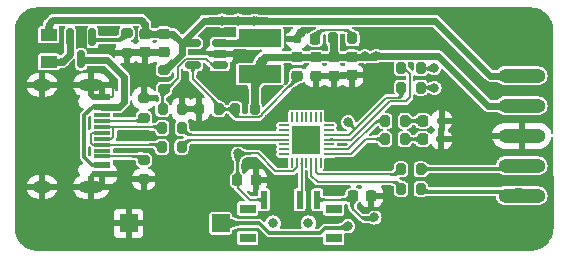
<source format=gbr>
%TF.GenerationSoftware,KiCad,Pcbnew,(6.0.5)*%
%TF.CreationDate,2022-07-01T09:43:07+08:00*%
%TF.ProjectId,dap_ch549f,6461705f-6368-4353-9439-662e6b696361,rev?*%
%TF.SameCoordinates,Original*%
%TF.FileFunction,Copper,L1,Top*%
%TF.FilePolarity,Positive*%
%FSLAX46Y46*%
G04 Gerber Fmt 4.6, Leading zero omitted, Abs format (unit mm)*
G04 Created by KiCad (PCBNEW (6.0.5)) date 2022-07-01 09:43:07*
%MOMM*%
%LPD*%
G01*
G04 APERTURE LIST*
G04 Aperture macros list*
%AMRoundRect*
0 Rectangle with rounded corners*
0 $1 Rounding radius*
0 $2 $3 $4 $5 $6 $7 $8 $9 X,Y pos of 4 corners*
0 Add a 4 corners polygon primitive as box body*
4,1,4,$2,$3,$4,$5,$6,$7,$8,$9,$2,$3,0*
0 Add four circle primitives for the rounded corners*
1,1,$1+$1,$2,$3*
1,1,$1+$1,$4,$5*
1,1,$1+$1,$6,$7*
1,1,$1+$1,$8,$9*
0 Add four rect primitives between the rounded corners*
20,1,$1+$1,$2,$3,$4,$5,0*
20,1,$1+$1,$4,$5,$6,$7,0*
20,1,$1+$1,$6,$7,$8,$9,0*
20,1,$1+$1,$8,$9,$2,$3,0*%
%AMOutline5P*
0 Free polygon, 5 corners , with rotation*
0 The origin of the aperture is its center*
0 number of corners: always 5*
0 $1 to $10 corner X, Y*
0 $11 Rotation angle, in degrees counterclockwise*
0 create outline with 5 corners*
4,1,5,$1,$2,$3,$4,$5,$6,$7,$8,$9,$10,$1,$2,$11*%
%AMOutline6P*
0 Free polygon, 6 corners , with rotation*
0 The origin of the aperture is its center*
0 number of corners: always 6*
0 $1 to $12 corner X, Y*
0 $13 Rotation angle, in degrees counterclockwise*
0 create outline with 6 corners*
4,1,6,$1,$2,$3,$4,$5,$6,$7,$8,$9,$10,$11,$12,$1,$2,$13*%
%AMOutline7P*
0 Free polygon, 7 corners , with rotation*
0 The origin of the aperture is its center*
0 number of corners: always 7*
0 $1 to $14 corner X, Y*
0 $15 Rotation angle, in degrees counterclockwise*
0 create outline with 7 corners*
4,1,7,$1,$2,$3,$4,$5,$6,$7,$8,$9,$10,$11,$12,$13,$14,$1,$2,$15*%
%AMOutline8P*
0 Free polygon, 8 corners , with rotation*
0 The origin of the aperture is its center*
0 number of corners: always 8*
0 $1 to $16 corner X, Y*
0 $17 Rotation angle, in degrees counterclockwise*
0 create outline with 8 corners*
4,1,8,$1,$2,$3,$4,$5,$6,$7,$8,$9,$10,$11,$12,$13,$14,$15,$16,$1,$2,$17*%
G04 Aperture macros list end*
%TA.AperFunction,SMDPad,CuDef*%
%ADD10RoundRect,0.200000X-0.200000X-0.275000X0.200000X-0.275000X0.200000X0.275000X-0.200000X0.275000X0*%
%TD*%
%TA.AperFunction,SMDPad,CuDef*%
%ADD11RoundRect,0.218750X0.218750X0.256250X-0.218750X0.256250X-0.218750X-0.256250X0.218750X-0.256250X0*%
%TD*%
%TA.AperFunction,SMDPad,CuDef*%
%ADD12Outline8P,-0.381000X0.190500X-0.190500X0.381000X0.190500X0.381000X0.381000X0.190500X0.381000X-0.190500X0.190500X-0.381000X-0.190500X-0.381000X-0.381000X-0.190500X180.000000*%
%TD*%
%TA.AperFunction,SMDPad,CuDef*%
%ADD13O,3.999992X1.199998*%
%TD*%
%TA.AperFunction,SMDPad,CuDef*%
%ADD14RoundRect,0.200000X0.200000X0.275000X-0.200000X0.275000X-0.200000X-0.275000X0.200000X-0.275000X0*%
%TD*%
%TA.AperFunction,SMDPad,CuDef*%
%ADD15RoundRect,0.150000X-0.150000X0.587500X-0.150000X-0.587500X0.150000X-0.587500X0.150000X0.587500X0*%
%TD*%
%TA.AperFunction,SMDPad,CuDef*%
%ADD16RoundRect,0.225000X0.250000X-0.225000X0.250000X0.225000X-0.250000X0.225000X-0.250000X-0.225000X0*%
%TD*%
%TA.AperFunction,SMDPad,CuDef*%
%ADD17RoundRect,0.200000X-0.275000X0.200000X-0.275000X-0.200000X0.275000X-0.200000X0.275000X0.200000X0*%
%TD*%
%TA.AperFunction,SMDPad,CuDef*%
%ADD18RoundRect,0.150000X0.512500X0.150000X-0.512500X0.150000X-0.512500X-0.150000X0.512500X-0.150000X0*%
%TD*%
%TA.AperFunction,SMDPad,CuDef*%
%ADD19RoundRect,0.218750X-0.218750X-0.256250X0.218750X-0.256250X0.218750X0.256250X-0.218750X0.256250X0*%
%TD*%
%TA.AperFunction,SMDPad,CuDef*%
%ADD20Outline8P,-0.381000X0.190500X-0.190500X0.381000X0.190500X0.381000X0.381000X0.190500X0.381000X-0.190500X0.190500X-0.381000X-0.190500X-0.381000X-0.381000X-0.190500X0.000000*%
%TD*%
%TA.AperFunction,ComponentPad*%
%ADD21C,0.800000*%
%TD*%
%TA.AperFunction,SMDPad,CuDef*%
%ADD22R,1.400000X0.800000*%
%TD*%
%TA.AperFunction,SMDPad,CuDef*%
%ADD23R,0.600000X1.500000*%
%TD*%
%TA.AperFunction,SMDPad,CuDef*%
%ADD24R,1.397000X1.016000*%
%TD*%
%TA.AperFunction,SMDPad,CuDef*%
%ADD25RoundRect,0.062500X0.350000X0.062500X-0.350000X0.062500X-0.350000X-0.062500X0.350000X-0.062500X0*%
%TD*%
%TA.AperFunction,SMDPad,CuDef*%
%ADD26RoundRect,0.062500X0.062500X0.350000X-0.062500X0.350000X-0.062500X-0.350000X0.062500X-0.350000X0*%
%TD*%
%TA.AperFunction,SMDPad,CuDef*%
%ADD27R,2.400000X2.400000*%
%TD*%
%TA.AperFunction,SMDPad,CuDef*%
%ADD28R,1.450000X0.600000*%
%TD*%
%TA.AperFunction,SMDPad,CuDef*%
%ADD29R,1.450000X0.300000*%
%TD*%
%TA.AperFunction,ComponentPad*%
%ADD30O,2.100000X1.000000*%
%TD*%
%TA.AperFunction,ComponentPad*%
%ADD31O,1.600000X1.000000*%
%TD*%
%TA.AperFunction,SMDPad,CuDef*%
%ADD32R,3.600000X1.500000*%
%TD*%
%TA.AperFunction,SMDPad,CuDef*%
%ADD33RoundRect,0.225000X0.225000X0.250000X-0.225000X0.250000X-0.225000X-0.250000X0.225000X-0.250000X0*%
%TD*%
%TA.AperFunction,SMDPad,CuDef*%
%ADD34R,1.500000X1.500000*%
%TD*%
%TA.AperFunction,SMDPad,CuDef*%
%ADD35RoundRect,0.200000X0.275000X-0.200000X0.275000X0.200000X-0.275000X0.200000X-0.275000X-0.200000X0*%
%TD*%
%TA.AperFunction,ViaPad*%
%ADD36C,0.800000*%
%TD*%
%TA.AperFunction,Conductor*%
%ADD37C,0.200000*%
%TD*%
%TA.AperFunction,Conductor*%
%ADD38C,0.600000*%
%TD*%
%TA.AperFunction,Conductor*%
%ADD39C,0.300000*%
%TD*%
G04 APERTURE END LIST*
D10*
%TO.P,R7,1,1*%
%TO.N,/CH549F/SWD.CON*%
X156810000Y-93380000D03*
%TO.P,R7,2,2*%
%TO.N,Net-(LED3-Pad1)*%
X158460000Y-93380000D03*
%TD*%
D11*
%TO.P,LED1,1,A*%
%TO.N,Net-(LED1-Pad1)*%
X150887500Y-86425000D03*
D12*
%TO.P,LED1,2,K*%
%TO.N,GND*%
X149312500Y-86425000D03*
%TD*%
D13*
%TO.P,P1,1,5V*%
%TO.N,VCC5V*%
X168350000Y-89560000D03*
%TO.P,P1,3,3.3V*%
%TO.N,VCC3V3*%
X168350000Y-92100000D03*
%TO.P,P1,5,GND*%
%TO.N,GND*%
X168350000Y-94640000D03*
%TO.P,P1,7,CLK*%
%TO.N,Net-(P1-Pad7)*%
X168350000Y-97180000D03*
%TO.P,P1,9,IO*%
%TO.N,Net-(P1-Pad9)*%
X168350000Y-99720000D03*
%TD*%
D10*
%TO.P,R12,1,1*%
%TO.N,VCC3V3*%
X152375000Y-86405000D03*
%TO.P,R12,2,2*%
%TO.N,Net-(LED1-Pad1)*%
X154025000Y-86405000D03*
%TD*%
D14*
%TO.P,R16,1,1*%
%TO.N,Net-(P1-Pad4)*%
X159800000Y-90560000D03*
%TO.P,R16,2,2*%
%TO.N,/CH549F/SWD.TX*%
X158150000Y-90560000D03*
%TD*%
D15*
%TO.P,Q1,1,G*%
%TO.N,Net-(Q1-Pad1)*%
X132010000Y-86302500D03*
%TO.P,Q1,2,S*%
%TO.N,Net-(FU1-Pad1)*%
X130110000Y-86302500D03*
%TO.P,Q1,3,D*%
%TO.N,/Power(5v->3.3v)/VCC5V_IN*%
X131060000Y-88177500D03*
%TD*%
D16*
%TO.P,C6,1,1*%
%TO.N,Net-(C6-Pad1)*%
X149362500Y-89545000D03*
%TO.P,C6,2,2*%
%TO.N,VCC3V3*%
X149362500Y-87995000D03*
%TD*%
D17*
%TO.P,R1,1,1*%
%TO.N,Net-(Q1-Pad1)*%
X134910000Y-85945000D03*
%TO.P,R1,2,2*%
%TO.N,GND*%
X134910000Y-87595000D03*
%TD*%
%TO.P,R3,1,1*%
%TO.N,VCC5V*%
X138052500Y-89035000D03*
%TO.P,R3,2,2*%
%TO.N,Net-(R3-Pad2)*%
X138052500Y-90685000D03*
%TD*%
D10*
%TO.P,R2,1,1*%
%TO.N,/CH549F/SWD.RUN*%
X156790000Y-94920000D03*
%TO.P,R2,2,2*%
%TO.N,Net-(LED2-Pad1)*%
X158440000Y-94920000D03*
%TD*%
D16*
%TO.P,C8,1,1*%
%TO.N,GND*%
X152432500Y-89545000D03*
%TO.P,C8,2,2*%
%TO.N,VCC3V3*%
X152432500Y-87995000D03*
%TD*%
D18*
%TO.P,U2,1,EN*%
%TO.N,Net-(R3-Pad2)*%
X142790000Y-88690000D03*
%TO.P,U2,2,GND*%
%TO.N,GND*%
X142790000Y-87740000D03*
%TO.P,U2,3,LX*%
%TO.N,Net-(L1-Pad1)*%
X142790000Y-86790000D03*
%TO.P,U2,4,IN*%
%TO.N,VCC5V*%
X140515000Y-86790000D03*
%TO.P,U2,5,FB*%
%TO.N,Net-(C6-Pad1)*%
X140515000Y-88690000D03*
%TD*%
D19*
%TO.P,CON,1,A*%
%TO.N,Net-(LED3-Pad1)*%
X159992833Y-93360839D03*
D20*
%TO.P,CON,2,K*%
%TO.N,GND*%
X161567833Y-93360839D03*
%TD*%
D14*
%TO.P,R15,1,1*%
%TO.N,Net-(P1-Pad2)*%
X159800000Y-88940000D03*
%TO.P,R15,2,2*%
%TO.N,/CH549F/SWD.RX*%
X158150000Y-88940000D03*
%TD*%
D21*
%TO.P,SW2, *%
%TO.N,N/C*%
X147300003Y-102050000D03*
X150300002Y-102050000D03*
D22*
%TO.P,SW2,0*%
X145150002Y-103300000D03*
X152450003Y-103300000D03*
X152450003Y-100800000D03*
X145150002Y-100800000D03*
D23*
%TO.P,SW2,1,1*%
%TO.N,VCC5V*%
X146550007Y-100053999D03*
%TO.P,SW2,2,2*%
%TO.N,Net-(SW2-Pad2)*%
X149550001Y-100053999D03*
%TO.P,SW2,3,3*%
%TO.N,VCC3V3*%
X151050003Y-100053997D03*
%TD*%
D16*
%TO.P,C4,1,1*%
%TO.N,GND*%
X136502500Y-87575000D03*
%TO.P,C4,2,2*%
%TO.N,VCC5V*%
X136502500Y-86025000D03*
%TD*%
D14*
%TO.P,R6,1,1*%
%TO.N,Net-(C6-Pad1)*%
X142687500Y-92400000D03*
%TO.P,R6,2,2*%
%TO.N,GND*%
X141037500Y-92400000D03*
%TD*%
%TO.P,R5,1,1*%
%TO.N,VCC3V3*%
X145757500Y-92400000D03*
%TO.P,R5,2,2*%
%TO.N,Net-(C6-Pad1)*%
X144107500Y-92400000D03*
%TD*%
D17*
%TO.P,R11,1,1*%
%TO.N,Net-(J1-PadB5)*%
X136370000Y-96685000D03*
%TO.P,R11,2,2*%
%TO.N,GND*%
X136370000Y-98335000D03*
%TD*%
D24*
%TO.P,FU1,1,1*%
%TO.N,Net-(FU1-Pad1)*%
X128310000Y-88383000D03*
%TO.P,FU1,2,2*%
%TO.N,VCC5V*%
X128310000Y-86097000D03*
%TD*%
D16*
%TO.P,C7,1,1*%
%TO.N,GND*%
X150902500Y-89545000D03*
%TO.P,C7,2,2*%
%TO.N,VCC3V3*%
X150902500Y-87995000D03*
%TD*%
D10*
%TO.P,R13,1,1*%
%TO.N,/CH549F/SWD.CLK*%
X158150000Y-97490000D03*
%TO.P,R13,2,2*%
%TO.N,Net-(P1-Pad7)*%
X159800000Y-97490000D03*
%TD*%
D19*
%TO.P,RUN,1,A*%
%TO.N,Net-(LED2-Pad1)*%
X159985000Y-94920000D03*
D20*
%TO.P,RUN,2,K*%
%TO.N,GND*%
X161560000Y-94920000D03*
%TD*%
D10*
%TO.P,R8,1,1*%
%TO.N,Net-(J1-PadA7)*%
X137925000Y-93990000D03*
%TO.P,R8,2,2*%
%TO.N,/CH549F/USB.D-*%
X139575000Y-93990000D03*
%TD*%
%TO.P,R14,1,1*%
%TO.N,/CH549F/SWD.IO*%
X158150000Y-99130000D03*
%TO.P,R14,2,2*%
%TO.N,Net-(P1-Pad9)*%
X159800000Y-99130000D03*
%TD*%
D25*
%TO.P,U1,1,P1.6/MISO/RXD1_*%
%TO.N,/CH549F/SWD.RUN*%
X152067500Y-96170000D03*
%TO.P,U1,2,P1.7/SCK/TXD1_/AIN7*%
%TO.N,/CH549F/SWD.CON*%
X152067500Y-95770000D03*
%TO.P,U1,3,P5.7/RST*%
%TO.N,unconnected-(U1-Pad3)*%
X152067500Y-95370000D03*
%TO.P,U1,4,P3.0/RXD*%
%TO.N,/CH549F/SWD.RX*%
X152067500Y-94970000D03*
%TO.P,U1,5,P3.1/TXD*%
%TO.N,/CH549F/SWD.TX*%
X152067500Y-94570000D03*
%TO.P,U1,6,P3.2/INT0*%
%TO.N,unconnected-(U1-Pad6)*%
X152067500Y-94170000D03*
%TO.P,U1,7,P3.3/INT1*%
%TO.N,unconnected-(U1-Pad7)*%
X152067500Y-93770000D03*
D26*
%TO.P,U1,8,P3.4/T0*%
%TO.N,unconnected-(U1-Pad8)*%
X151330000Y-93032500D03*
%TO.P,U1,9,P3.5/T1*%
%TO.N,unconnected-(U1-Pad9)*%
X150930000Y-93032500D03*
%TO.P,U1,10,P4.6/XI*%
%TO.N,unconnected-(U1-Pad10)*%
X150530000Y-93032500D03*
%TO.P,U1,11,XO*%
%TO.N,unconnected-(U1-Pad11)*%
X150130000Y-93032500D03*
%TO.P,U1,12,P2.2/PWM3/INT0_*%
%TO.N,unconnected-(U1-Pad12)*%
X149730000Y-93032500D03*
%TO.P,U1,13,P2.4/PWM1/T2_/CAP1_*%
%TO.N,unconnected-(U1-Pad13)*%
X149330000Y-93032500D03*
%TO.P,U1,14,P2.6/PWM6/RXD1*%
%TO.N,unconnected-(U1-Pad14)*%
X148930000Y-93032500D03*
D25*
%TO.P,U1,15,P2.7/PWM7/TXD1*%
%TO.N,unconnected-(U1-Pad15)*%
X148192500Y-93770000D03*
%TO.P,U1,16,P5.5/HVOD*%
%TO.N,unconnected-(U1-Pad16)*%
X148192500Y-94170000D03*
%TO.P,U1,17,P5.1/DP*%
%TO.N,/CH549F/USB.D-*%
X148192500Y-94570000D03*
%TO.P,U1,18,P5.0/DM*%
%TO.N,/CH549F/USB.D+*%
X148192500Y-94970000D03*
%TO.P,U1,19,P0.7/TXD3/AIN15*%
%TO.N,unconnected-(U1-Pad19)*%
X148192500Y-95370000D03*
%TO.P,U1,20,P0.6/RXD3/AIN14*%
%TO.N,unconnected-(U1-Pad20)*%
X148192500Y-95770000D03*
%TO.P,U1,21,P0.5/TXD2/AIN13*%
%TO.N,unconnected-(U1-Pad21)*%
X148192500Y-96170000D03*
D26*
%TO.P,U1,22,P0.4/RXD2/AIN12*%
%TO.N,unconnected-(U1-Pad22)*%
X148930000Y-96907500D03*
%TO.P,U1,23,VDD*%
%TO.N,VCC5V*%
X149330000Y-96907500D03*
%TO.P,U1,24,V33*%
%TO.N,Net-(SW2-Pad2)*%
X149730000Y-96907500D03*
%TO.P,U1,25,P1.0/T2/CAP1/AIN0*%
%TO.N,unconnected-(U1-Pad25)*%
X150130000Y-96907500D03*
%TO.P,U1,26,P1.1/T2EX/CAP2/AIN1*%
%TO.N,/CH549F/SWD.IO*%
X150530000Y-96907500D03*
%TO.P,U1,27,P1.4/SCS/UCC1/AIN4*%
%TO.N,/CH549F/SWD.CLK*%
X150930000Y-96907500D03*
%TO.P,U1,28,P1.5/MOSI/PWM0_*%
%TO.N,unconnected-(U1-Pad28)*%
X151330000Y-96907500D03*
D27*
%TO.P,U1,29,GND/VSS*%
%TO.N,GND*%
X150130000Y-94970000D03*
%TD*%
D28*
%TO.P,J1,A1,GND*%
%TO.N,GND*%
X132835000Y-91390000D03*
%TO.P,J1,A4,VBUS*%
%TO.N,/Power(5v->3.3v)/VCC5V_IN*%
X132835000Y-92190000D03*
D29*
%TO.P,J1,A5,CC1*%
%TO.N,Net-(J1-PadA5)*%
X132835000Y-93390000D03*
%TO.P,J1,A6,D+*%
%TO.N,Net-(J1-PadA6)*%
X132835000Y-94390000D03*
%TO.P,J1,A7,D-*%
%TO.N,Net-(J1-PadA7)*%
X132835000Y-94890000D03*
%TO.P,J1,A8,SBU1*%
%TO.N,unconnected-(J1-PadA8)*%
X132835000Y-95890000D03*
D28*
%TO.P,J1,A9,VBUS*%
%TO.N,/Power(5v->3.3v)/VCC5V_IN*%
X132835000Y-97090000D03*
%TO.P,J1,A12,GND*%
%TO.N,GND*%
X132835000Y-97890000D03*
%TO.P,J1,B1,GND*%
X132835000Y-97890000D03*
%TO.P,J1,B4,VBUS*%
%TO.N,/Power(5v->3.3v)/VCC5V_IN*%
X132835000Y-97090000D03*
D29*
%TO.P,J1,B5,CC2*%
%TO.N,Net-(J1-PadB5)*%
X132835000Y-96390000D03*
%TO.P,J1,B6,D+*%
%TO.N,Net-(J1-PadA6)*%
X132835000Y-95390000D03*
%TO.P,J1,B7,D-*%
%TO.N,Net-(J1-PadA7)*%
X132835000Y-93890000D03*
%TO.P,J1,B8,SBU2*%
%TO.N,unconnected-(J1-PadB8)*%
X132835000Y-92890000D03*
D28*
%TO.P,J1,B9,VBUS*%
%TO.N,/Power(5v->3.3v)/VCC5V_IN*%
X132835000Y-92190000D03*
%TO.P,J1,B12,GND*%
%TO.N,GND*%
X132835000Y-91390000D03*
D30*
%TO.P,J1,S1,SHIELD*%
X131920000Y-98960000D03*
X131920000Y-90320000D03*
D31*
X127740000Y-90320000D03*
X127740000Y-98960000D03*
%TD*%
D16*
%TO.P,C9,1,1*%
%TO.N,GND*%
X153972500Y-89535000D03*
%TO.P,C9,2,2*%
%TO.N,VCC3V3*%
X153972500Y-87985000D03*
%TD*%
D10*
%TO.P,R4,1,1*%
%TO.N,Net-(R3-Pad2)*%
X137947500Y-92400000D03*
%TO.P,R4,2,2*%
%TO.N,GND*%
X139597500Y-92400000D03*
%TD*%
%TO.P,R9,1,1*%
%TO.N,Net-(J1-PadA6)*%
X137905000Y-95580000D03*
%TO.P,R9,2,2*%
%TO.N,/CH549F/USB.D+*%
X139555000Y-95580000D03*
%TD*%
D32*
%TO.P,L1,1,1*%
%TO.N,Net-(L1-Pad1)*%
X146192500Y-86375000D03*
%TO.P,L1,2,2*%
%TO.N,VCC3V3*%
X146192500Y-89425000D03*
%TD*%
D33*
%TO.P,C1,1,1*%
%TO.N,GND*%
X145835000Y-98400000D03*
%TO.P,C1,2,2*%
%TO.N,VCC5V*%
X144285000Y-98400000D03*
%TD*%
D34*
%TO.P,SW CON,1,1*%
%TO.N,GND*%
X135070000Y-102060000D03*
%TO.P,SW CON,2,2*%
%TO.N,/CH549F/SWD.TX*%
X142870000Y-102060000D03*
%TD*%
D16*
%TO.P,C5,1,1*%
%TO.N,GND*%
X138052500Y-87575000D03*
%TO.P,C5,2,2*%
%TO.N,VCC5V*%
X138052500Y-86025000D03*
%TD*%
D35*
%TO.P,R10,1,1*%
%TO.N,Net-(J1-PadA5)*%
X136370000Y-93095000D03*
%TO.P,R10,2,2*%
%TO.N,GND*%
X136370000Y-91445000D03*
%TD*%
D33*
%TO.P,C2,1,1*%
%TO.N,GND*%
X155635000Y-99720000D03*
%TO.P,C2,2,2*%
%TO.N,VCC3V3*%
X154085000Y-99720000D03*
%TD*%
D36*
%TO.N,GND*%
X135880000Y-89830000D03*
X154580000Y-96830000D03*
X169540000Y-103090000D03*
X129500000Y-101140000D03*
X159050000Y-86240000D03*
X133790000Y-90240000D03*
X129250000Y-94150000D03*
X166040000Y-85860000D03*
X150140000Y-94980000D03*
X149700000Y-85910000D03*
X169300000Y-85830000D03*
X141900000Y-85880000D03*
X151330000Y-91490000D03*
%TO.N,VCC5V*%
X144310000Y-96140000D03*
X142980000Y-84890000D03*
X145730000Y-84890000D03*
X144340000Y-84890000D03*
%TO.N,VCC3V3*%
X155890000Y-101560000D03*
X155090000Y-87920000D03*
X156030000Y-87890000D03*
%TO.N,/CH549F/SWD.TX*%
X153670000Y-93510000D03*
X153650000Y-102310000D03*
%TO.N,Net-(P1-Pad4)*%
X160960000Y-90590000D03*
%TO.N,Net-(P1-Pad2)*%
X160950000Y-88900000D03*
%TD*%
D37*
%TO.N,GND*%
X133640000Y-91390000D02*
X133790000Y-91240000D01*
X133790000Y-91240000D02*
X133790000Y-90240000D01*
D38*
X138052500Y-87575000D02*
X134930000Y-87575000D01*
D37*
X132835000Y-91390000D02*
X133640000Y-91390000D01*
D38*
X134930000Y-87575000D02*
X134910000Y-87595000D01*
D37*
%TO.N,VCC5V*%
X144300000Y-97960000D02*
X144300000Y-99030000D01*
X144310000Y-97950000D02*
X144300000Y-97960000D01*
D38*
X138817500Y-86025000D02*
X138052500Y-86025000D01*
D37*
X149330000Y-96907500D02*
X149330000Y-97320000D01*
D38*
X136502500Y-85172500D02*
X136502500Y-86025000D01*
D37*
X145990000Y-96140000D02*
X144310000Y-96140000D01*
D38*
X136150000Y-84820000D02*
X136502500Y-85172500D01*
X161020000Y-84890000D02*
X165690000Y-89560000D01*
D37*
X148990000Y-97660000D02*
X147510000Y-97660000D01*
D38*
X138052500Y-89035000D02*
X138271072Y-89035000D01*
X139582500Y-87723572D02*
X139582500Y-86790000D01*
X140515000Y-86790000D02*
X139582500Y-86790000D01*
X144340000Y-84890000D02*
X145730000Y-84890000D01*
X141482500Y-84890000D02*
X142980000Y-84890000D01*
X145730000Y-84890000D02*
X161020000Y-84890000D01*
D37*
X149330000Y-97320000D02*
X148990000Y-97660000D01*
X144300000Y-99030000D02*
X145323999Y-100053999D01*
D38*
X138052500Y-86025000D02*
X136502500Y-86025000D01*
X139582500Y-86790000D02*
X141482500Y-84890000D01*
X128310000Y-85220000D02*
X128710000Y-84820000D01*
X165690000Y-89560000D02*
X168350000Y-89560000D01*
X139582500Y-86790000D02*
X138817500Y-86025000D01*
X128310000Y-86097000D02*
X128310000Y-85220000D01*
X142980000Y-84890000D02*
X144340000Y-84890000D01*
D37*
X147510000Y-97660000D02*
X145990000Y-96140000D01*
D38*
X128710000Y-84820000D02*
X136150000Y-84820000D01*
X138271072Y-89035000D02*
X139582500Y-87723572D01*
D37*
X144310000Y-96140000D02*
X144310000Y-97950000D01*
X145323999Y-100053999D02*
X146550007Y-100053999D01*
%TO.N,VCC3V3*%
X154085000Y-100865000D02*
X154085000Y-99720000D01*
X153751003Y-100053997D02*
X154085000Y-99720000D01*
D38*
X146192500Y-88320000D02*
X146527500Y-87985000D01*
X145757500Y-89860000D02*
X146192500Y-89425000D01*
X156030000Y-87890000D02*
X161270000Y-87890000D01*
X152432500Y-87995000D02*
X152432500Y-86462500D01*
X152432500Y-86462500D02*
X152375000Y-86405000D01*
D37*
X151050003Y-100053997D02*
X153751003Y-100053997D01*
D38*
X161270000Y-87890000D02*
X165480000Y-92100000D01*
X145757500Y-92400000D02*
X145757500Y-89860000D01*
X165480000Y-92100000D02*
X168350000Y-92100000D01*
X153972500Y-87985000D02*
X155845000Y-87985000D01*
X155845000Y-87985000D02*
X155850000Y-87980000D01*
X146527500Y-87985000D02*
X153972500Y-87985000D01*
D37*
X154780000Y-101560000D02*
X154085000Y-100865000D01*
D38*
X146192500Y-89425000D02*
X146192500Y-88320000D01*
D37*
X155890000Y-101560000D02*
X154780000Y-101560000D01*
%TO.N,Net-(C6-Pad1)*%
X146357020Y-92762980D02*
X149362500Y-89757500D01*
X142687500Y-92400000D02*
X144107500Y-92400000D01*
X140515000Y-88690000D02*
X140515000Y-89872500D01*
X140515000Y-89872500D02*
X142687500Y-92045000D01*
X144107500Y-92997500D02*
X144184520Y-93074520D01*
X144107500Y-92400000D02*
X144107500Y-92997500D01*
X142687500Y-92045000D02*
X142687500Y-92400000D01*
X146122986Y-93074520D02*
X146357020Y-92840486D01*
X144184520Y-93074520D02*
X146122986Y-93074520D01*
X149362500Y-89757500D02*
X149362500Y-89545000D01*
X146357020Y-92840486D02*
X146357020Y-92762980D01*
D39*
%TO.N,/Power(5v->3.3v)/VCC5V_IN*%
X132020000Y-92190000D02*
X131290000Y-92920000D01*
X131974629Y-97090000D02*
X132835000Y-97090000D01*
X131290000Y-96405371D02*
X131974629Y-97090000D01*
D38*
X133270000Y-88230000D02*
X131177500Y-88230000D01*
D39*
X131290000Y-92920000D02*
X131290000Y-96405371D01*
D38*
X134690000Y-91800000D02*
X134690000Y-89650000D01*
X132835000Y-92190000D02*
X134300000Y-92190000D01*
X134300000Y-92190000D02*
X134690000Y-91800000D01*
D39*
X132835000Y-92190000D02*
X132020000Y-92190000D01*
D38*
X134690000Y-89650000D02*
X133270000Y-88230000D01*
D37*
%TO.N,Net-(J1-PadA5)*%
X132835000Y-93390000D02*
X136075000Y-93390000D01*
X136075000Y-93390000D02*
X136370000Y-93095000D01*
%TO.N,Net-(J1-PadA6)*%
X131890000Y-95219022D02*
X132060978Y-95390000D01*
X132835000Y-95390000D02*
X137715000Y-95390000D01*
X131950000Y-94390000D02*
X131890000Y-94450000D01*
X132060978Y-95390000D02*
X132835000Y-95390000D01*
X131890000Y-94450000D02*
X131890000Y-95219022D01*
X137715000Y-95390000D02*
X137905000Y-95580000D01*
X132835000Y-94390000D02*
X131950000Y-94390000D01*
D38*
%TO.N,Net-(FU1-Pad1)*%
X129477000Y-88383000D02*
X128310000Y-88383000D01*
X130110000Y-87750000D02*
X129477000Y-88383000D01*
X130110000Y-86302500D02*
X130110000Y-87750000D01*
D37*
%TO.N,Net-(J1-PadB5)*%
X136075000Y-96390000D02*
X136370000Y-96685000D01*
X132835000Y-96390000D02*
X136075000Y-96390000D01*
%TO.N,Net-(J1-PadA7)*%
X137825000Y-93890000D02*
X137925000Y-93990000D01*
X132835000Y-93890000D02*
X137825000Y-93890000D01*
X133760000Y-94739022D02*
X133760000Y-93920000D01*
X133730000Y-93890000D02*
X132835000Y-93890000D01*
X133760000Y-93920000D02*
X133730000Y-93890000D01*
X133609022Y-94890000D02*
X133760000Y-94739022D01*
X132835000Y-94890000D02*
X133609022Y-94890000D01*
D38*
%TO.N,Net-(L1-Pad1)*%
X142790000Y-86790000D02*
X145777500Y-86790000D01*
X145777500Y-86790000D02*
X146192500Y-86375000D01*
D37*
%TO.N,Net-(LED1-Pad1)*%
X154025000Y-86105000D02*
X154025000Y-86405000D01*
X150887500Y-86132500D02*
X151300000Y-85720000D01*
X150887500Y-86425000D02*
X150887500Y-86132500D01*
X151300000Y-85720000D02*
X153640000Y-85720000D01*
X153640000Y-85720000D02*
X154025000Y-86105000D01*
%TO.N,Net-(LED2-Pad1)*%
X158440000Y-94920000D02*
X159985000Y-94920000D01*
%TO.N,Net-(LED3-Pad1)*%
X158460000Y-93380000D02*
X159973672Y-93380000D01*
X159973672Y-93380000D02*
X159992833Y-93360839D01*
%TO.N,Net-(SW2-Pad2)*%
X149730000Y-99874000D02*
X149550001Y-100053999D01*
X149730000Y-96907500D02*
X149730000Y-99874000D01*
D39*
%TO.N,Net-(Q1-Pad1)*%
X134335000Y-86520000D02*
X132057500Y-86520000D01*
X132057500Y-86520000D02*
X132010000Y-86472500D01*
X134910000Y-85945000D02*
X134335000Y-86520000D01*
D37*
%TO.N,/CH549F/SWD.RUN*%
X152067500Y-96170000D02*
X153910000Y-96170000D01*
X153910000Y-96170000D02*
X155160000Y-94920000D01*
X155160000Y-94920000D02*
X156790000Y-94920000D01*
%TO.N,/CH549F/SWD.CON*%
X156080000Y-93380000D02*
X156810000Y-93380000D01*
X153690000Y-95770000D02*
X156080000Y-93380000D01*
X152067500Y-95770000D02*
X153690000Y-95770000D01*
D39*
%TO.N,/CH549F/SWD.TX*%
X146960545Y-102869521D02*
X151281460Y-102869521D01*
X142870000Y-102060000D02*
X146151024Y-102060000D01*
D37*
X158150000Y-91230000D02*
X158150000Y-90560000D01*
X157949520Y-91430480D02*
X158150000Y-91230000D01*
X153830000Y-93650000D02*
X153810000Y-93650000D01*
X156885935Y-91430480D02*
X157949520Y-91430480D01*
X154248207Y-94068207D02*
X156885935Y-91430480D01*
X152067500Y-94570000D02*
X153746414Y-94570000D01*
D39*
X153520000Y-102440000D02*
X153650000Y-102310000D01*
X151281460Y-102869521D02*
X151710981Y-102440000D01*
D37*
X154248207Y-94068207D02*
X153830000Y-93650000D01*
X153746414Y-94570000D02*
X154248207Y-94068207D01*
D39*
X146151024Y-102060000D02*
X146960545Y-102869521D01*
X151710981Y-102440000D02*
X153520000Y-102440000D01*
D37*
%TO.N,/CH549F/SWD.RX*%
X158880000Y-89370000D02*
X158880000Y-91400000D01*
X153930000Y-94970000D02*
X152067500Y-94970000D01*
X157170000Y-91730000D02*
X153930000Y-94970000D01*
X158550000Y-91730000D02*
X157170000Y-91730000D01*
X158570000Y-89060000D02*
X158880000Y-89370000D01*
X158880000Y-91400000D02*
X158550000Y-91730000D01*
%TO.N,/CH549F/SWD.IO*%
X157740000Y-98550000D02*
X158150000Y-98960000D01*
X158150000Y-98960000D02*
X158150000Y-99130000D01*
X151070000Y-98550000D02*
X157740000Y-98550000D01*
X150530000Y-96907500D02*
X150530000Y-98010000D01*
X150530000Y-98010000D02*
X151070000Y-98550000D01*
%TO.N,/CH549F/SWD.CLK*%
X157720000Y-97920000D02*
X158150000Y-97490000D01*
X150930000Y-96907500D02*
X150930000Y-97720000D01*
X151130000Y-97920000D02*
X157720000Y-97920000D01*
X150930000Y-97720000D02*
X151130000Y-97920000D01*
%TO.N,Net-(R3-Pad2)*%
X139222500Y-88790000D02*
X139222500Y-89760000D01*
X139892500Y-88120000D02*
X139222500Y-88790000D01*
X139222500Y-89760000D02*
X138297500Y-90685000D01*
X137947500Y-92400000D02*
X137947500Y-90790000D01*
X142790000Y-88690000D02*
X142222500Y-88690000D01*
X142222500Y-88690000D02*
X141652500Y-88120000D01*
X138297500Y-90685000D02*
X138052500Y-90685000D01*
X141652500Y-88120000D02*
X139892500Y-88120000D01*
X137947500Y-90790000D02*
X138052500Y-90685000D01*
%TO.N,/CH549F/USB.D-*%
X140134999Y-94549999D02*
X148132029Y-94550000D01*
X139575000Y-93990000D02*
X140134999Y-94549999D01*
%TO.N,/CH549F/USB.D+*%
X140134999Y-95000001D02*
X148132029Y-95000000D01*
X139555000Y-95580000D02*
X140134999Y-95000001D01*
D39*
%TO.N,Net-(P1-Pad9)*%
X159800000Y-99130000D02*
X160030000Y-99360000D01*
X167990000Y-99360000D02*
X168350000Y-99720000D01*
X160030000Y-99360000D02*
X167990000Y-99360000D01*
%TO.N,Net-(P1-Pad7)*%
X159800000Y-97490000D02*
X159840000Y-97450000D01*
X168080000Y-97450000D02*
X168350000Y-97180000D01*
X159840000Y-97450000D02*
X168080000Y-97450000D01*
D37*
%TO.N,Net-(P1-Pad4)*%
X159800000Y-90560000D02*
X160830000Y-90560000D01*
X160830000Y-90560000D02*
X160860000Y-90530000D01*
%TO.N,Net-(P1-Pad2)*%
X160870000Y-88940000D02*
X160900000Y-88970000D01*
X159800000Y-88940000D02*
X160870000Y-88940000D01*
%TD*%
%TA.AperFunction,Conductor*%
%TO.N,VCC3V3*%
G36*
X146468683Y-89512804D02*
G01*
X146468950Y-89514567D01*
X146553646Y-90074087D01*
X146551496Y-90082780D01*
X146548277Y-90085761D01*
X146416790Y-90167882D01*
X146416489Y-90168131D01*
X146416485Y-90168134D01*
X146309830Y-90256403D01*
X146306997Y-90258748D01*
X146222195Y-90356254D01*
X146221931Y-90356699D01*
X146221927Y-90356704D01*
X146181472Y-90424805D01*
X146159158Y-90462367D01*
X146114663Y-90579055D01*
X146085488Y-90708286D01*
X146085453Y-90708583D01*
X146085451Y-90708593D01*
X146068429Y-90851839D01*
X146068407Y-90852028D01*
X146060198Y-91012249D01*
X146058925Y-91101073D01*
X146057637Y-91190917D01*
X146057637Y-91190982D01*
X146057508Y-91378308D01*
X146054075Y-91386579D01*
X146045808Y-91390000D01*
X145469040Y-91390000D01*
X145460767Y-91386573D01*
X145457341Y-91378461D01*
X145453516Y-91101073D01*
X145453513Y-91100987D01*
X145443310Y-90854371D01*
X145429508Y-90640834D01*
X145414735Y-90451239D01*
X145414733Y-90451206D01*
X145401624Y-90276535D01*
X145401607Y-90276269D01*
X145392782Y-90107368D01*
X145392767Y-90106890D01*
X145390829Y-89934542D01*
X145390838Y-89933950D01*
X145398393Y-89748911D01*
X145398435Y-89748281D01*
X145418109Y-89541206D01*
X145418177Y-89540640D01*
X145451445Y-89310361D01*
X145456020Y-89302663D01*
X145460821Y-89300544D01*
X146409049Y-89118845D01*
X146468683Y-89512804D01*
G37*
%TD.AperFunction*%
%TD*%
%TA.AperFunction,Conductor*%
%TO.N,VCC3V3*%
G36*
X155782781Y-87584550D02*
G01*
X155960713Y-87688762D01*
X156224455Y-87843233D01*
X155998444Y-88196680D01*
X155948881Y-88274189D01*
X155941537Y-88279313D01*
X155936950Y-88279401D01*
X155871325Y-88267582D01*
X155856395Y-88264893D01*
X155802740Y-88259248D01*
X155771294Y-88255939D01*
X155771290Y-88255939D01*
X155771112Y-88255920D01*
X155712601Y-88253649D01*
X155686626Y-88252641D01*
X155686621Y-88252641D01*
X155686468Y-88252635D01*
X155686318Y-88252637D01*
X155686315Y-88252637D01*
X155673094Y-88252816D01*
X155600119Y-88253801D01*
X155600028Y-88253805D01*
X155600007Y-88253806D01*
X155509795Y-88258177D01*
X155509722Y-88258181D01*
X155509629Y-88258187D01*
X155509631Y-88258187D01*
X155412933Y-88264537D01*
X155307408Y-88271634D01*
X155307284Y-88271641D01*
X155224824Y-88276309D01*
X155224823Y-88276309D01*
X155190809Y-88278235D01*
X155060786Y-88283102D01*
X155056016Y-88283164D01*
X155055993Y-88283164D01*
X154982707Y-88284119D01*
X154924164Y-88284881D01*
X154915848Y-88281562D01*
X154915249Y-88280678D01*
X154915000Y-88280571D01*
X154915000Y-87689355D01*
X154917291Y-87688330D01*
X154919490Y-87686069D01*
X154924264Y-87685115D01*
X155039006Y-87686537D01*
X155039221Y-87686542D01*
X155051818Y-87686930D01*
X155051832Y-87686930D01*
X155051993Y-87686935D01*
X155051997Y-87686935D01*
X155151833Y-87690006D01*
X155222500Y-87692541D01*
X155224718Y-87692621D01*
X155224719Y-87692621D01*
X155243114Y-87693280D01*
X155254310Y-87693682D01*
X155254316Y-87693682D01*
X155254336Y-87693683D01*
X155347515Y-87695846D01*
X155347541Y-87695846D01*
X155347622Y-87695848D01*
X155347711Y-87695847D01*
X155347736Y-87695847D01*
X155388925Y-87695331D01*
X155432861Y-87694781D01*
X155433037Y-87694767D01*
X155433048Y-87694767D01*
X155510842Y-87688784D01*
X155510850Y-87688783D01*
X155511123Y-87688762D01*
X155583503Y-87676070D01*
X155592069Y-87673398D01*
X155650665Y-87655120D01*
X155650671Y-87655117D01*
X155651096Y-87654985D01*
X155651495Y-87654790D01*
X155651498Y-87654789D01*
X155714585Y-87623985D01*
X155714995Y-87623785D01*
X155770146Y-87585070D01*
X155778886Y-87583121D01*
X155782781Y-87584550D01*
G37*
%TD.AperFunction*%
%TD*%
%TA.AperFunction,Conductor*%
%TO.N,Net-(P1-Pad9)*%
G36*
X168097734Y-99085961D02*
G01*
X168258136Y-99098792D01*
X168266774Y-99099483D01*
X168267687Y-99099593D01*
X168456428Y-99129748D01*
X168464057Y-99134437D01*
X168466130Y-99139420D01*
X168588043Y-99887990D01*
X168585990Y-99896707D01*
X168577923Y-99901484D01*
X167824510Y-99994128D01*
X167815881Y-99991736D01*
X167812916Y-99988304D01*
X167748685Y-99875494D01*
X167748681Y-99875488D01*
X167748532Y-99875226D01*
X167677865Y-99776698D01*
X167677595Y-99776413D01*
X167677591Y-99776408D01*
X167603138Y-99697785D01*
X167603136Y-99697784D01*
X167602812Y-99697441D01*
X167521413Y-99635406D01*
X167431708Y-99588542D01*
X167380026Y-99571097D01*
X167332074Y-99554911D01*
X167332068Y-99554909D01*
X167331738Y-99554798D01*
X167219542Y-99532122D01*
X167208089Y-99530884D01*
X167093350Y-99518485D01*
X167093336Y-99518484D01*
X167093161Y-99518465D01*
X167092981Y-99518457D01*
X167092974Y-99518456D01*
X167027386Y-99515377D01*
X166950634Y-99511774D01*
X166801572Y-99510128D01*
X166793338Y-99506610D01*
X166790002Y-99498429D01*
X166790002Y-99221402D01*
X166793429Y-99213129D01*
X166801401Y-99209706D01*
X167021351Y-99204037D01*
X167217631Y-99188450D01*
X167296563Y-99178287D01*
X167386578Y-99166698D01*
X167386599Y-99166695D01*
X167386668Y-99166686D01*
X167536293Y-99142195D01*
X167674187Y-99118448D01*
X167674485Y-99118401D01*
X167684954Y-99116873D01*
X167808295Y-99098869D01*
X167808943Y-99098794D01*
X167946505Y-99086879D01*
X167947436Y-99086835D01*
X168096734Y-99085924D01*
X168097734Y-99085961D01*
G37*
%TD.AperFunction*%
%TD*%
%TA.AperFunction,Conductor*%
%TO.N,Net-(J1-PadB5)*%
G36*
X132907552Y-96258147D02*
G01*
X132931870Y-96268821D01*
X132961495Y-96278932D01*
X132961757Y-96278995D01*
X132961763Y-96278997D01*
X132989947Y-96285802D01*
X132989953Y-96285803D01*
X132990205Y-96285864D01*
X133018944Y-96290149D01*
X133019174Y-96290166D01*
X133019176Y-96290166D01*
X133036543Y-96291433D01*
X133048660Y-96292317D01*
X133080299Y-96292899D01*
X133080377Y-96292898D01*
X133080391Y-96292898D01*
X133114806Y-96292427D01*
X133153092Y-96291434D01*
X133153127Y-96291433D01*
X133196099Y-96290449D01*
X133196260Y-96290446D01*
X133233193Y-96290108D01*
X133241497Y-96293459D01*
X133245000Y-96301808D01*
X133245000Y-96478192D01*
X133241573Y-96486465D01*
X133233193Y-96489892D01*
X133223096Y-96489799D01*
X133196260Y-96489553D01*
X133196099Y-96489550D01*
X133153127Y-96488566D01*
X133153092Y-96488565D01*
X133114806Y-96487572D01*
X133080391Y-96487101D01*
X133080377Y-96487101D01*
X133080299Y-96487100D01*
X133048660Y-96487682D01*
X133048495Y-96487694D01*
X133048496Y-96487694D01*
X133019176Y-96489833D01*
X133019174Y-96489833D01*
X133018944Y-96489850D01*
X132990205Y-96494135D01*
X132989953Y-96494196D01*
X132989947Y-96494197D01*
X132961763Y-96501002D01*
X132961757Y-96501004D01*
X132961495Y-96501067D01*
X132931870Y-96511178D01*
X132931639Y-96511279D01*
X132931640Y-96511279D01*
X132907552Y-96521853D01*
X132898599Y-96522041D01*
X132894741Y-96519574D01*
X132768769Y-96398433D01*
X132765181Y-96390229D01*
X132768769Y-96381567D01*
X132894740Y-96260427D01*
X132903079Y-96257162D01*
X132907552Y-96258147D01*
G37*
%TD.AperFunction*%
%TD*%
%TA.AperFunction,Conductor*%
%TO.N,Net-(FU1-Pad1)*%
G36*
X128538852Y-87929582D02*
G01*
X128624061Y-87973013D01*
X128624216Y-87973094D01*
X128715331Y-88021543D01*
X128805477Y-88067392D01*
X128895051Y-88106726D01*
X128895319Y-88106813D01*
X128895325Y-88106815D01*
X128984100Y-88135531D01*
X128984524Y-88135668D01*
X128984959Y-88135739D01*
X128984963Y-88135740D01*
X129052023Y-88146694D01*
X129074367Y-88150344D01*
X129165052Y-88146876D01*
X129257051Y-88121390D01*
X129303181Y-88096117D01*
X129350326Y-88070289D01*
X129350330Y-88070286D01*
X129350836Y-88070009D01*
X129438661Y-87995802D01*
X129447192Y-87993080D01*
X129454485Y-87996466D01*
X129862273Y-88404254D01*
X129865700Y-88412527D01*
X129861680Y-88421353D01*
X129726431Y-88539026D01*
X129724951Y-88540121D01*
X129591127Y-88623520D01*
X129587661Y-88625680D01*
X129585893Y-88626583D01*
X129453752Y-88680491D01*
X129452020Y-88681045D01*
X129340891Y-88707193D01*
X129323191Y-88711358D01*
X129321844Y-88711593D01*
X129194543Y-88726194D01*
X129193840Y-88726254D01*
X129066423Y-88732989D01*
X129066421Y-88732989D01*
X129041256Y-88734315D01*
X128937744Y-88739770D01*
X128897882Y-88744271D01*
X128807004Y-88754532D01*
X128806995Y-88754534D01*
X128806672Y-88754570D01*
X128806348Y-88754644D01*
X128806342Y-88754645D01*
X128739866Y-88769824D01*
X128671728Y-88785382D01*
X128538404Y-88837476D01*
X128529451Y-88837295D01*
X128526036Y-88835011D01*
X128086704Y-88412527D01*
X128064769Y-88391433D01*
X128061181Y-88383229D01*
X128064769Y-88374567D01*
X128298033Y-88150249D01*
X128384194Y-88067392D01*
X128525429Y-87931573D01*
X128533768Y-87928308D01*
X128538852Y-87929582D01*
G37*
%TD.AperFunction*%
%TD*%
%TA.AperFunction,Conductor*%
%TO.N,Net-(J1-PadA6)*%
G36*
X137850868Y-95179759D02*
G01*
X137910443Y-95180181D01*
X137918692Y-95183667D01*
X137921469Y-95188208D01*
X137956170Y-95293158D01*
X138078057Y-95661800D01*
X138077400Y-95670730D01*
X138070184Y-95676716D01*
X137590380Y-95814806D01*
X137581482Y-95813801D01*
X137577910Y-95810746D01*
X137521203Y-95737831D01*
X137462209Y-95672357D01*
X137461997Y-95672165D01*
X137461992Y-95672160D01*
X137403922Y-95619569D01*
X137403921Y-95619568D01*
X137403637Y-95619311D01*
X137343341Y-95577433D01*
X137279170Y-95545459D01*
X137278785Y-95545331D01*
X137278780Y-95545329D01*
X137241148Y-95532822D01*
X137208976Y-95522129D01*
X137150864Y-95510301D01*
X137130877Y-95506233D01*
X137130874Y-95506233D01*
X137130611Y-95506179D01*
X137130346Y-95506150D01*
X137130342Y-95506149D01*
X137042099Y-95496368D01*
X137042093Y-95496368D01*
X137041926Y-95496349D01*
X137041761Y-95496341D01*
X137041750Y-95496340D01*
X136977623Y-95493188D01*
X136940771Y-95491377D01*
X136940669Y-95491376D01*
X136940645Y-95491375D01*
X136888087Y-95490750D01*
X136836560Y-95490137D01*
X136828329Y-95486613D01*
X136825000Y-95478439D01*
X136825000Y-95301431D01*
X136828427Y-95293158D01*
X136836427Y-95289734D01*
X136976341Y-95286481D01*
X137104125Y-95277003D01*
X137213689Y-95263177D01*
X137213806Y-95263157D01*
X137310255Y-95246639D01*
X137310274Y-95246635D01*
X137310370Y-95246619D01*
X137399501Y-95228942D01*
X137399507Y-95228943D01*
X137399507Y-95228941D01*
X137486286Y-95211787D01*
X137486623Y-95211726D01*
X137520904Y-95205987D01*
X137576206Y-95196730D01*
X137576781Y-95196648D01*
X137628871Y-95190646D01*
X137674671Y-95185369D01*
X137675384Y-95185309D01*
X137713755Y-95183253D01*
X137787010Y-95179328D01*
X137787690Y-95179311D01*
X137850868Y-95179759D01*
G37*
%TD.AperFunction*%
%TD*%
%TA.AperFunction,Conductor*%
%TO.N,/CH549F/SWD.RUN*%
G36*
X152128997Y-96060307D02*
G01*
X152142093Y-96065549D01*
X152155106Y-96068863D01*
X152163062Y-96070890D01*
X152163065Y-96070891D01*
X152163365Y-96070967D01*
X152168890Y-96071746D01*
X152185868Y-96074140D01*
X152185871Y-96074140D01*
X152186110Y-96074174D01*
X152186334Y-96074187D01*
X152186345Y-96074188D01*
X152200959Y-96075030D01*
X152210638Y-96075588D01*
X152225552Y-96075613D01*
X152237132Y-96075632D01*
X152237256Y-96075632D01*
X152237376Y-96075628D01*
X152237392Y-96075628D01*
X152266208Y-96074727D01*
X152266272Y-96074725D01*
X152297996Y-96073288D01*
X152298004Y-96073288D01*
X152313634Y-96072592D01*
X152332737Y-96071741D01*
X152370731Y-96070507D01*
X152370894Y-96070504D01*
X152400659Y-96070143D01*
X152408972Y-96073469D01*
X152412500Y-96081842D01*
X152412500Y-96258157D01*
X152409073Y-96266430D01*
X152400658Y-96269856D01*
X152387456Y-96269696D01*
X152370894Y-96269495D01*
X152370731Y-96269492D01*
X152332737Y-96268258D01*
X152313634Y-96267407D01*
X152298004Y-96266711D01*
X152297996Y-96266711D01*
X152266272Y-96265274D01*
X152266145Y-96265270D01*
X152237392Y-96264371D01*
X152237376Y-96264371D01*
X152237256Y-96264367D01*
X152237132Y-96264367D01*
X152225552Y-96264386D01*
X152210638Y-96264411D01*
X152200959Y-96264969D01*
X152186345Y-96265811D01*
X152186334Y-96265812D01*
X152186110Y-96265825D01*
X152185871Y-96265859D01*
X152185868Y-96265859D01*
X152181819Y-96266430D01*
X152163365Y-96269032D01*
X152163065Y-96269108D01*
X152163062Y-96269109D01*
X152161551Y-96269494D01*
X152142093Y-96274450D01*
X152141749Y-96274588D01*
X152141742Y-96274590D01*
X152128998Y-96279692D01*
X152120044Y-96279585D01*
X152116540Y-96277263D01*
X152013769Y-96178433D01*
X152010181Y-96170229D01*
X152013769Y-96161567D01*
X152104633Y-96074188D01*
X152116541Y-96062736D01*
X152124880Y-96059471D01*
X152128997Y-96060307D01*
G37*
%TD.AperFunction*%
%TD*%
%TA.AperFunction,Conductor*%
%TO.N,/CH549F/USB.D-*%
G36*
X139597848Y-93851790D02*
G01*
X139944531Y-93858567D01*
X139952734Y-93862155D01*
X139955425Y-93866638D01*
X139983541Y-93952861D01*
X139983600Y-93953047D01*
X140011067Y-94042976D01*
X140038224Y-94127419D01*
X140067953Y-94204955D01*
X140103160Y-94274242D01*
X140146749Y-94333938D01*
X140147210Y-94334348D01*
X140147213Y-94334351D01*
X140201099Y-94382235D01*
X140201626Y-94382703D01*
X140202249Y-94383032D01*
X140270113Y-94418888D01*
X140270117Y-94418890D01*
X140270697Y-94419196D01*
X140356866Y-94442075D01*
X140415023Y-94446416D01*
X140452211Y-94449192D01*
X140460206Y-94453226D01*
X140463040Y-94460860D01*
X140463040Y-94637986D01*
X140459613Y-94646259D01*
X140451032Y-94649682D01*
X140318043Y-94646168D01*
X140317318Y-94646126D01*
X140254743Y-94640458D01*
X140195982Y-94635135D01*
X140195085Y-94635019D01*
X140136250Y-94625059D01*
X140091961Y-94617561D01*
X140091008Y-94617358D01*
X140043989Y-94605226D01*
X140000922Y-94594113D01*
X140000027Y-94593843D01*
X139917774Y-94565444D01*
X139917117Y-94565196D01*
X139837399Y-94532200D01*
X139837078Y-94532061D01*
X139754874Y-94495120D01*
X139665278Y-94454973D01*
X139665264Y-94454967D01*
X139665215Y-94454945D01*
X139563193Y-94412294D01*
X139518646Y-94395720D01*
X139451192Y-94370622D01*
X139444633Y-94364525D01*
X139443574Y-94359885D01*
X139441908Y-94274622D01*
X139433932Y-93866638D01*
X139433817Y-93860744D01*
X139437082Y-93852405D01*
X139445744Y-93848817D01*
X139597848Y-93851790D01*
G37*
%TD.AperFunction*%
%TD*%
%TA.AperFunction,Conductor*%
%TO.N,VCC5V*%
G36*
X136794926Y-85662202D02*
G01*
X136872131Y-85688417D01*
X136885519Y-85692963D01*
X136885769Y-85693023D01*
X136885777Y-85693025D01*
X136922025Y-85701682D01*
X136973320Y-85713933D01*
X136973579Y-85713971D01*
X136973580Y-85713971D01*
X137060988Y-85726726D01*
X137060999Y-85726727D01*
X137061217Y-85726759D01*
X137091773Y-85728887D01*
X137114048Y-85730439D01*
X137114061Y-85730440D01*
X137114167Y-85730447D01*
X137114170Y-85730447D01*
X137152102Y-85733089D01*
X137248864Y-85734572D01*
X137277494Y-85734107D01*
X137277511Y-85734107D01*
X137354395Y-85732857D01*
X137389423Y-85731881D01*
X137440674Y-85730452D01*
X137440682Y-85730452D01*
X137440812Y-85730448D01*
X137440815Y-85730448D01*
X137471584Y-85729590D01*
X137603322Y-85726422D01*
X137752500Y-85725000D01*
X137752500Y-86325000D01*
X137603322Y-86323577D01*
X137471584Y-86320409D01*
X137440815Y-86319551D01*
X137440812Y-86319551D01*
X137440682Y-86319547D01*
X137440674Y-86319547D01*
X137389423Y-86318118D01*
X137354395Y-86317142D01*
X137277511Y-86315892D01*
X137277494Y-86315892D01*
X137248864Y-86315427D01*
X137152102Y-86316910D01*
X137114170Y-86319552D01*
X137114167Y-86319552D01*
X137114061Y-86319559D01*
X137114048Y-86319560D01*
X137091773Y-86321112D01*
X137061217Y-86323240D01*
X137060999Y-86323272D01*
X137060988Y-86323273D01*
X136973580Y-86336028D01*
X136973320Y-86336066D01*
X136942843Y-86343345D01*
X136885777Y-86356974D01*
X136885769Y-86356976D01*
X136885519Y-86357036D01*
X136794926Y-86387797D01*
X136705815Y-86426859D01*
X136696863Y-86427042D01*
X136693011Y-86424577D01*
X136506811Y-86245517D01*
X136284521Y-86031752D01*
X136280933Y-86023548D01*
X136281341Y-86021495D01*
X136281287Y-86021358D01*
X136698650Y-85620000D01*
X136794926Y-85662202D01*
G37*
%TD.AperFunction*%
%TD*%
%TA.AperFunction,Conductor*%
%TO.N,VCC5V*%
G36*
X128493542Y-84629402D02*
G01*
X128901303Y-85037163D01*
X128904730Y-85045436D01*
X128901678Y-85053317D01*
X128855686Y-85103783D01*
X128829091Y-85132966D01*
X128766721Y-85218315D01*
X128720930Y-85301662D01*
X128690559Y-85383561D01*
X128674448Y-85464566D01*
X128671438Y-85545232D01*
X128671485Y-85545656D01*
X128671485Y-85545661D01*
X128678523Y-85609398D01*
X128680368Y-85626110D01*
X128700078Y-85707757D01*
X128729408Y-85790724D01*
X128729494Y-85790918D01*
X128729496Y-85790922D01*
X128763996Y-85868374D01*
X128764232Y-85877326D01*
X128761741Y-85881245D01*
X128318433Y-86342231D01*
X128310229Y-86345819D01*
X128301567Y-86342231D01*
X127858259Y-85881245D01*
X127858228Y-85881212D01*
X127854963Y-85872874D01*
X127855948Y-85868399D01*
X127913251Y-85737898D01*
X127913324Y-85737732D01*
X127913389Y-85737553D01*
X127959676Y-85609398D01*
X127959683Y-85609376D01*
X127959722Y-85609269D01*
X127997516Y-85487696D01*
X128004231Y-85465031D01*
X128032184Y-85370668D01*
X128032266Y-85370402D01*
X128069269Y-85255599D01*
X128069503Y-85254942D01*
X128114296Y-85139931D01*
X128114703Y-85139005D01*
X128156936Y-85053317D01*
X128172812Y-85021106D01*
X128173377Y-85020091D01*
X128250361Y-84896654D01*
X128251024Y-84895701D01*
X128352452Y-84764161D01*
X128353126Y-84763362D01*
X128476678Y-84629732D01*
X128484811Y-84625984D01*
X128493542Y-84629402D01*
G37*
%TD.AperFunction*%
%TD*%
%TA.AperFunction,Conductor*%
%TO.N,/CH549F/SWD.TX*%
G36*
X143204298Y-101388679D02*
G01*
X143397463Y-101484947D01*
X143570123Y-101574311D01*
X143723334Y-101653108D01*
X143865535Y-101721350D01*
X144005162Y-101779054D01*
X144005375Y-101779123D01*
X144005383Y-101779126D01*
X144150395Y-101826150D01*
X144150402Y-101826152D01*
X144150652Y-101826233D01*
X144310444Y-101862903D01*
X144310666Y-101862935D01*
X144310667Y-101862935D01*
X144492789Y-101889051D01*
X144492804Y-101889053D01*
X144492974Y-101889077D01*
X144493153Y-101889090D01*
X144493161Y-101889091D01*
X144654610Y-101900947D01*
X144706680Y-101904771D01*
X144706806Y-101904774D01*
X144706814Y-101904774D01*
X144787762Y-101906445D01*
X144948542Y-101909763D01*
X144956742Y-101913360D01*
X144960000Y-101921461D01*
X144960000Y-102198538D01*
X144956573Y-102206811D01*
X144948541Y-102210236D01*
X144706814Y-102215225D01*
X144706806Y-102215225D01*
X144706680Y-102215228D01*
X144654610Y-102219052D01*
X144493161Y-102230908D01*
X144493153Y-102230909D01*
X144492974Y-102230922D01*
X144492804Y-102230946D01*
X144492789Y-102230948D01*
X144310667Y-102257064D01*
X144310444Y-102257096D01*
X144150652Y-102293766D01*
X144150402Y-102293847D01*
X144150395Y-102293849D01*
X144005383Y-102340873D01*
X144005375Y-102340876D01*
X144005162Y-102340945D01*
X143865535Y-102398649D01*
X143723334Y-102466891D01*
X143570123Y-102545688D01*
X143397463Y-102635052D01*
X143204299Y-102731321D01*
X143195367Y-102731944D01*
X143190971Y-102729282D01*
X142918117Y-102466891D01*
X142503769Y-102068433D01*
X142500181Y-102060229D01*
X142503769Y-102051567D01*
X142639064Y-101921461D01*
X143190971Y-101390718D01*
X143199310Y-101387453D01*
X143204298Y-101388679D01*
G37*
%TD.AperFunction*%
%TD*%
%TA.AperFunction,Conductor*%
%TO.N,Net-(C6-Pad1)*%
G36*
X142956787Y-92086827D02*
G01*
X142966974Y-92091852D01*
X142967041Y-92091886D01*
X143008781Y-92112810D01*
X143057981Y-92137475D01*
X143139204Y-92177050D01*
X143175719Y-92193295D01*
X143214809Y-92210686D01*
X143214820Y-92210690D01*
X143214974Y-92210759D01*
X143241711Y-92220797D01*
X143289407Y-92238705D01*
X143289420Y-92238709D01*
X143289619Y-92238784D01*
X143367469Y-92261306D01*
X143397500Y-92267356D01*
X143452853Y-92278507D01*
X143550099Y-92290568D01*
X143663539Y-92297672D01*
X143797500Y-92300000D01*
X143797500Y-92500000D01*
X143663539Y-92502327D01*
X143550099Y-92509431D01*
X143452853Y-92521492D01*
X143397500Y-92532643D01*
X143367469Y-92538693D01*
X143289619Y-92561215D01*
X143289420Y-92561290D01*
X143289407Y-92561294D01*
X143241711Y-92579202D01*
X143214974Y-92589240D01*
X143214820Y-92589309D01*
X143214809Y-92589313D01*
X143175719Y-92606704D01*
X143139204Y-92622949D01*
X143057981Y-92662524D01*
X143008781Y-92687189D01*
X142967041Y-92708113D01*
X142966974Y-92708147D01*
X142869220Y-92756367D01*
X142860285Y-92756954D01*
X142855935Y-92754307D01*
X142595717Y-92504067D01*
X142595715Y-92504065D01*
X142595539Y-92503896D01*
X142595538Y-92503895D01*
X142487500Y-92400000D01*
X142861855Y-92040000D01*
X142956787Y-92086827D01*
G37*
%TD.AperFunction*%
%TD*%
%TA.AperFunction,Conductor*%
%TO.N,Net-(C6-Pad1)*%
G36*
X143939065Y-92045693D02*
G01*
X144205612Y-92302019D01*
X144205623Y-92302030D01*
X144300683Y-92393445D01*
X144304271Y-92401649D01*
X144304051Y-92402756D01*
X144304211Y-92403163D01*
X143933145Y-92760000D01*
X143828025Y-92708147D01*
X143737018Y-92662524D01*
X143655795Y-92622949D01*
X143619280Y-92606704D01*
X143580190Y-92589313D01*
X143580179Y-92589309D01*
X143580025Y-92589240D01*
X143553288Y-92579202D01*
X143505592Y-92561294D01*
X143505579Y-92561290D01*
X143505380Y-92561215D01*
X143427530Y-92538693D01*
X143397500Y-92532643D01*
X143397499Y-92532643D01*
X143342146Y-92521492D01*
X143244900Y-92509431D01*
X143131460Y-92502327D01*
X142997500Y-92500000D01*
X142997500Y-92300000D01*
X143131460Y-92297672D01*
X143244900Y-92290568D01*
X143342146Y-92278507D01*
X143397499Y-92267356D01*
X143397500Y-92267356D01*
X143427530Y-92261306D01*
X143505380Y-92238784D01*
X143505579Y-92238709D01*
X143505592Y-92238705D01*
X143553288Y-92220797D01*
X143580025Y-92210759D01*
X143580179Y-92210690D01*
X143580190Y-92210686D01*
X143619280Y-92193295D01*
X143655795Y-92177050D01*
X143737018Y-92137475D01*
X143786218Y-92112810D01*
X143827958Y-92091886D01*
X143828025Y-92091852D01*
X143925780Y-92043633D01*
X143934715Y-92043047D01*
X143939065Y-92045693D01*
G37*
%TD.AperFunction*%
%TD*%
%TA.AperFunction,Conductor*%
%TO.N,VCC3V3*%
G36*
X154175815Y-87583141D02*
G01*
X154264926Y-87622202D01*
X154355519Y-87652963D01*
X154355769Y-87653023D01*
X154355777Y-87653025D01*
X154405229Y-87664835D01*
X154443320Y-87673933D01*
X154443579Y-87673971D01*
X154443580Y-87673971D01*
X154530988Y-87686726D01*
X154530999Y-87686727D01*
X154531217Y-87686759D01*
X154592056Y-87690996D01*
X154621970Y-87693080D01*
X154621977Y-87693080D01*
X154622102Y-87693089D01*
X154628482Y-87693187D01*
X154718777Y-87694571D01*
X154718793Y-87694571D01*
X154718864Y-87694572D01*
X154824395Y-87692857D01*
X154899755Y-87690756D01*
X154912673Y-87690396D01*
X154941584Y-87689590D01*
X155051991Y-87686935D01*
X155051993Y-87686935D01*
X155059311Y-87686759D01*
X155073295Y-87686423D01*
X155073464Y-87686421D01*
X155212450Y-87685096D01*
X155220756Y-87688443D01*
X155222500Y-87691027D01*
X155222500Y-88277865D01*
X155216817Y-88283878D01*
X155211924Y-88284899D01*
X155073464Y-88283578D01*
X155073295Y-88283576D01*
X155056205Y-88283165D01*
X155056186Y-88283165D01*
X154941584Y-88280409D01*
X154912759Y-88279605D01*
X154912758Y-88279605D01*
X154843186Y-88277666D01*
X154824395Y-88277142D01*
X154718864Y-88275427D01*
X154718793Y-88275428D01*
X154718777Y-88275428D01*
X154628482Y-88276812D01*
X154622102Y-88276910D01*
X154621977Y-88276919D01*
X154621970Y-88276919D01*
X154592056Y-88279003D01*
X154531217Y-88283240D01*
X154530999Y-88283272D01*
X154530988Y-88283273D01*
X154443580Y-88296028D01*
X154443320Y-88296066D01*
X154405229Y-88305164D01*
X154355777Y-88316974D01*
X154355769Y-88316976D01*
X154355519Y-88317036D01*
X154264926Y-88347797D01*
X154175815Y-88386859D01*
X154166863Y-88387042D01*
X154163011Y-88384577D01*
X153747500Y-87985000D01*
X153972500Y-87768628D01*
X154163010Y-87585424D01*
X154171348Y-87582159D01*
X154175815Y-87583141D01*
G37*
%TD.AperFunction*%
%TD*%
%TA.AperFunction,Conductor*%
%TO.N,VCC3V3*%
G36*
X154240273Y-99564404D02*
G01*
X154243861Y-99573066D01*
X154243736Y-99579490D01*
X154232678Y-100145077D01*
X154087318Y-100189432D01*
X153960977Y-100215702D01*
X153848057Y-100227047D01*
X153780036Y-100226775D01*
X153743447Y-100226629D01*
X153742475Y-100226584D01*
X153640376Y-100217625D01*
X153639835Y-100217565D01*
X153567279Y-100207681D01*
X153533898Y-100203134D01*
X153533793Y-100203119D01*
X153514666Y-100200337D01*
X153418674Y-100186374D01*
X153378567Y-100181465D01*
X153289038Y-100170507D01*
X153289019Y-100170505D01*
X153288920Y-100170493D01*
X153156777Y-100160051D01*
X153139149Y-100158658D01*
X153139147Y-100158658D01*
X153139009Y-100158647D01*
X153138870Y-100158643D01*
X153138864Y-100158643D01*
X153098272Y-100157569D01*
X152974736Y-100154298D01*
X152966558Y-100150654D01*
X152963347Y-100142603D01*
X152963347Y-99965505D01*
X152966774Y-99957232D01*
X152974853Y-99953807D01*
X153035501Y-99952808D01*
X153076124Y-99952139D01*
X153076135Y-99952139D01*
X153076290Y-99952136D01*
X153076438Y-99952127D01*
X153076452Y-99952126D01*
X153158071Y-99946919D01*
X153177391Y-99945686D01*
X153179773Y-99945360D01*
X153267185Y-99933383D01*
X153267191Y-99933382D01*
X153267482Y-99933342D01*
X153267774Y-99933271D01*
X153267777Y-99933270D01*
X153347010Y-99913893D01*
X153347011Y-99913893D01*
X153347398Y-99913798D01*
X153374470Y-99903040D01*
X153417519Y-99885933D01*
X153417525Y-99885930D01*
X153417973Y-99885752D01*
X153426581Y-99880502D01*
X153479581Y-99848179D01*
X153479584Y-99848176D01*
X153480041Y-99847898D01*
X153534436Y-99798933D01*
X153581992Y-99737551D01*
X153623543Y-99662449D01*
X153657030Y-99579490D01*
X153663304Y-99573101D01*
X153667650Y-99572171D01*
X153707491Y-99571392D01*
X154017363Y-99565334D01*
X154150140Y-99562738D01*
X154194243Y-99561876D01*
X154231934Y-99561139D01*
X154240273Y-99564404D01*
G37*
%TD.AperFunction*%
%TD*%
%TA.AperFunction,Conductor*%
%TO.N,Net-(J1-PadA6)*%
G36*
X132907552Y-95258147D02*
G01*
X132931870Y-95268821D01*
X132961495Y-95278932D01*
X132961757Y-95278995D01*
X132961763Y-95278997D01*
X132989947Y-95285802D01*
X132989953Y-95285803D01*
X132990205Y-95285864D01*
X133018944Y-95290149D01*
X133019174Y-95290166D01*
X133019176Y-95290166D01*
X133036543Y-95291433D01*
X133048660Y-95292317D01*
X133080299Y-95292899D01*
X133080377Y-95292898D01*
X133080391Y-95292898D01*
X133114806Y-95292427D01*
X133153092Y-95291434D01*
X133153127Y-95291433D01*
X133196099Y-95290449D01*
X133196260Y-95290446D01*
X133233193Y-95290108D01*
X133241497Y-95293459D01*
X133245000Y-95301808D01*
X133245000Y-95478192D01*
X133241573Y-95486465D01*
X133233193Y-95489892D01*
X133223096Y-95489799D01*
X133196260Y-95489553D01*
X133196099Y-95489550D01*
X133153127Y-95488566D01*
X133153092Y-95488565D01*
X133114806Y-95487572D01*
X133080391Y-95487101D01*
X133080377Y-95487101D01*
X133080299Y-95487100D01*
X133048660Y-95487682D01*
X133048495Y-95487694D01*
X133048496Y-95487694D01*
X133019176Y-95489833D01*
X133019174Y-95489833D01*
X133018944Y-95489850D01*
X132990205Y-95494135D01*
X132989953Y-95494196D01*
X132989947Y-95494197D01*
X132961763Y-95501002D01*
X132961757Y-95501004D01*
X132961495Y-95501067D01*
X132931870Y-95511178D01*
X132931639Y-95511279D01*
X132931640Y-95511279D01*
X132907552Y-95521853D01*
X132898599Y-95522041D01*
X132894741Y-95519574D01*
X132760000Y-95390000D01*
X132835000Y-95317876D01*
X132863875Y-95290108D01*
X132894740Y-95260427D01*
X132903079Y-95257162D01*
X132907552Y-95258147D01*
G37*
%TD.AperFunction*%
%TD*%
%TA.AperFunction,Conductor*%
%TO.N,VCC5V*%
G36*
X136434734Y-84681425D02*
G01*
X136541942Y-84801047D01*
X136542827Y-84802166D01*
X136627796Y-84924070D01*
X136628578Y-84925360D01*
X136689253Y-85042163D01*
X136689830Y-85043466D01*
X136731885Y-85156488D01*
X136732236Y-85157595D01*
X136761317Y-85268297D01*
X136761479Y-85269002D01*
X136783151Y-85378684D01*
X136783187Y-85378872D01*
X136800252Y-85473345D01*
X136803027Y-85488709D01*
X136826606Y-85599555D01*
X136859550Y-85712537D01*
X136907500Y-85828850D01*
X136506811Y-86245517D01*
X136506143Y-86246212D01*
X136504756Y-86245669D01*
X136499916Y-86245764D01*
X136495748Y-86242979D01*
X136281983Y-86020689D01*
X136111552Y-85843462D01*
X136103000Y-85834569D01*
X136099735Y-85826230D01*
X136100779Y-85821624D01*
X136129182Y-85759035D01*
X136129261Y-85758862D01*
X136129329Y-85758683D01*
X136155832Y-85688659D01*
X136155836Y-85688647D01*
X136155923Y-85688417D01*
X136175958Y-85617416D01*
X136187836Y-85545758D01*
X136189564Y-85488709D01*
X136190016Y-85473785D01*
X136190016Y-85473781D01*
X136190029Y-85473345D01*
X136181009Y-85400079D01*
X136159247Y-85325858D01*
X136132030Y-85269002D01*
X136123402Y-85250978D01*
X136123400Y-85250974D01*
X136123214Y-85250586D01*
X136071381Y-85174162D01*
X136009564Y-85104733D01*
X136006622Y-85096276D01*
X136010029Y-85088680D01*
X136417748Y-84680961D01*
X136426021Y-84677534D01*
X136434734Y-84681425D01*
G37*
%TD.AperFunction*%
%TD*%
%TA.AperFunction,Conductor*%
%TO.N,Net-(FU1-Pad1)*%
G36*
X128538852Y-87929582D02*
G01*
X128624061Y-87973013D01*
X128624216Y-87973094D01*
X128715331Y-88021543D01*
X128805477Y-88067392D01*
X128895051Y-88106726D01*
X128895319Y-88106813D01*
X128895325Y-88106815D01*
X128984100Y-88135531D01*
X128984524Y-88135668D01*
X128984959Y-88135739D01*
X128984963Y-88135740D01*
X129052023Y-88146694D01*
X129074367Y-88150344D01*
X129165052Y-88146876D01*
X129257051Y-88121390D01*
X129303181Y-88096117D01*
X129350326Y-88070289D01*
X129350330Y-88070286D01*
X129350836Y-88070009D01*
X129438661Y-87995802D01*
X129447192Y-87993080D01*
X129454485Y-87996466D01*
X129862273Y-88404254D01*
X129865700Y-88412527D01*
X129861680Y-88421353D01*
X129726431Y-88539026D01*
X129724951Y-88540121D01*
X129591127Y-88623520D01*
X129587661Y-88625680D01*
X129585893Y-88626583D01*
X129453752Y-88680491D01*
X129452020Y-88681045D01*
X129340891Y-88707193D01*
X129323191Y-88711358D01*
X129321844Y-88711593D01*
X129194543Y-88726194D01*
X129193840Y-88726254D01*
X129066423Y-88732989D01*
X129066421Y-88732989D01*
X129041256Y-88734315D01*
X128937744Y-88739770D01*
X128897882Y-88744271D01*
X128807004Y-88754532D01*
X128806995Y-88754534D01*
X128806672Y-88754570D01*
X128806348Y-88754644D01*
X128806342Y-88754645D01*
X128739866Y-88769824D01*
X128671728Y-88785382D01*
X128538404Y-88837476D01*
X128529451Y-88837295D01*
X128526036Y-88835011D01*
X128086704Y-88412527D01*
X128064769Y-88391433D01*
X128061181Y-88383229D01*
X128064769Y-88374567D01*
X128298033Y-88150249D01*
X128384194Y-88067392D01*
X128525429Y-87931573D01*
X128533768Y-87928308D01*
X128538852Y-87929582D01*
G37*
%TD.AperFunction*%
%TD*%
%TA.AperFunction,Conductor*%
%TO.N,/Power(5v->3.3v)/VCC5V_IN*%
G36*
X132710004Y-96825549D02*
G01*
X132976231Y-97081567D01*
X132979819Y-97089771D01*
X132976231Y-97098433D01*
X132710004Y-97354451D01*
X132701665Y-97357716D01*
X132696972Y-97356632D01*
X132632268Y-97326627D01*
X132632169Y-97326581D01*
X132632084Y-97326546D01*
X132632077Y-97326543D01*
X132567656Y-97300087D01*
X132567646Y-97300083D01*
X132567492Y-97300020D01*
X132567339Y-97299968D01*
X132567324Y-97299962D01*
X132507811Y-97279598D01*
X132507808Y-97279597D01*
X132507609Y-97279529D01*
X132449930Y-97264322D01*
X132449717Y-97264283D01*
X132449705Y-97264280D01*
X132416732Y-97258200D01*
X132391863Y-97253613D01*
X132391668Y-97253591D01*
X132391657Y-97253589D01*
X132330983Y-97246634D01*
X132330978Y-97246634D01*
X132330816Y-97246615D01*
X132330655Y-97246605D01*
X132330642Y-97246604D01*
X132299949Y-97244727D01*
X132264198Y-97242541D01*
X132223050Y-97241476D01*
X132189459Y-97240606D01*
X132189452Y-97240606D01*
X132189417Y-97240605D01*
X132103881Y-97240020D01*
X132016698Y-97240002D01*
X132008425Y-97236573D01*
X132005000Y-97228302D01*
X132005000Y-96951698D01*
X132008427Y-96943425D01*
X132016697Y-96939998D01*
X132103842Y-96939979D01*
X132103881Y-96939979D01*
X132189417Y-96939394D01*
X132189452Y-96939393D01*
X132189459Y-96939393D01*
X132223050Y-96938523D01*
X132264198Y-96937458D01*
X132299949Y-96935272D01*
X132330642Y-96933395D01*
X132330655Y-96933394D01*
X132330816Y-96933384D01*
X132330978Y-96933365D01*
X132330983Y-96933365D01*
X132391657Y-96926410D01*
X132391668Y-96926408D01*
X132391863Y-96926386D01*
X132416732Y-96921799D01*
X132449705Y-96915719D01*
X132449717Y-96915716D01*
X132449930Y-96915677D01*
X132507609Y-96900470D01*
X132507811Y-96900401D01*
X132567324Y-96880037D01*
X132567339Y-96880031D01*
X132567492Y-96879979D01*
X132567646Y-96879916D01*
X132567656Y-96879912D01*
X132632077Y-96853456D01*
X132632084Y-96853453D01*
X132632169Y-96853418D01*
X132642954Y-96848417D01*
X132696972Y-96823368D01*
X132705919Y-96822996D01*
X132710004Y-96825549D01*
G37*
%TD.AperFunction*%
%TD*%
%TA.AperFunction,Conductor*%
%TO.N,VCC3V3*%
G36*
X152728961Y-86748427D02*
G01*
X152732387Y-86756812D01*
X152732309Y-86764976D01*
X152731349Y-86865727D01*
X152731079Y-86894008D01*
X152731077Y-86894177D01*
X152727909Y-87025915D01*
X152727890Y-87025915D01*
X152727908Y-87025959D01*
X152724642Y-87143104D01*
X152722927Y-87248635D01*
X152724410Y-87345397D01*
X152730740Y-87436282D01*
X152743566Y-87524179D01*
X152764536Y-87611980D01*
X152795297Y-87702573D01*
X152837500Y-87798850D01*
X152720846Y-87920156D01*
X152440933Y-88211231D01*
X152432729Y-88214819D01*
X152424067Y-88211231D01*
X152157916Y-87934467D01*
X152032924Y-87804490D01*
X152029659Y-87796152D01*
X152030641Y-87791684D01*
X152069604Y-87702797D01*
X152069605Y-87702793D01*
X152069702Y-87702573D01*
X152100463Y-87611980D01*
X152121433Y-87524179D01*
X152134259Y-87436282D01*
X152140589Y-87345397D01*
X152142072Y-87248635D01*
X152140357Y-87143104D01*
X152137091Y-87025959D01*
X152137108Y-87025915D01*
X152137090Y-87025915D01*
X152133922Y-86894177D01*
X152132500Y-86745000D01*
X152720688Y-86745000D01*
X152728961Y-86748427D01*
G37*
%TD.AperFunction*%
%TD*%
%TA.AperFunction,Conductor*%
%TO.N,/CH549F/SWD.TX*%
G36*
X152128997Y-94460307D02*
G01*
X152142093Y-94465549D01*
X152155106Y-94468863D01*
X152163062Y-94470890D01*
X152163065Y-94470891D01*
X152163365Y-94470967D01*
X152168890Y-94471746D01*
X152185868Y-94474140D01*
X152185871Y-94474140D01*
X152186110Y-94474174D01*
X152186334Y-94474187D01*
X152186345Y-94474188D01*
X152200959Y-94475030D01*
X152210638Y-94475588D01*
X152225552Y-94475613D01*
X152237132Y-94475632D01*
X152237256Y-94475632D01*
X152237376Y-94475628D01*
X152237392Y-94475628D01*
X152266208Y-94474727D01*
X152266272Y-94474725D01*
X152297996Y-94473288D01*
X152298004Y-94473288D01*
X152313634Y-94472592D01*
X152332737Y-94471741D01*
X152370731Y-94470507D01*
X152370894Y-94470504D01*
X152400659Y-94470143D01*
X152408972Y-94473469D01*
X152412500Y-94481842D01*
X152412500Y-94658157D01*
X152409073Y-94666430D01*
X152400658Y-94669856D01*
X152387456Y-94669696D01*
X152370894Y-94669495D01*
X152370731Y-94669492D01*
X152332737Y-94668258D01*
X152313634Y-94667407D01*
X152298004Y-94666711D01*
X152297996Y-94666711D01*
X152266272Y-94665274D01*
X152266145Y-94665270D01*
X152237392Y-94664371D01*
X152237376Y-94664371D01*
X152237256Y-94664367D01*
X152237132Y-94664367D01*
X152225552Y-94664386D01*
X152210638Y-94664411D01*
X152200959Y-94664969D01*
X152186345Y-94665811D01*
X152186334Y-94665812D01*
X152186110Y-94665825D01*
X152185871Y-94665859D01*
X152185868Y-94665859D01*
X152181819Y-94666430D01*
X152163365Y-94669032D01*
X152163065Y-94669108D01*
X152163062Y-94669109D01*
X152161551Y-94669494D01*
X152142093Y-94674450D01*
X152141749Y-94674588D01*
X152141742Y-94674590D01*
X152128998Y-94679692D01*
X152120044Y-94679585D01*
X152116540Y-94677263D01*
X152013769Y-94578433D01*
X152010181Y-94570229D01*
X152013769Y-94561567D01*
X152104633Y-94474188D01*
X152116541Y-94462736D01*
X152124880Y-94459471D01*
X152128997Y-94460307D01*
G37*
%TD.AperFunction*%
%TD*%
%TA.AperFunction,Conductor*%
%TO.N,Net-(P1-Pad2)*%
G36*
X160747101Y-88564177D02*
G01*
X161102127Y-88843249D01*
X161139442Y-88872581D01*
X161143829Y-88880387D01*
X161141121Y-88889363D01*
X160817680Y-89269278D01*
X160809707Y-89273356D01*
X160804616Y-89272631D01*
X160746415Y-89250522D01*
X160698686Y-89232391D01*
X160698543Y-89232336D01*
X160600832Y-89193210D01*
X160514358Y-89158239D01*
X160434464Y-89127559D01*
X160356449Y-89101283D01*
X160356273Y-89101236D01*
X160356261Y-89101232D01*
X160275824Y-89079584D01*
X160275816Y-89079582D01*
X160275611Y-89079527D01*
X160272698Y-89078963D01*
X160187463Y-89062447D01*
X160187450Y-89062445D01*
X160187249Y-89062406D01*
X160086660Y-89050035D01*
X159969145Y-89042527D01*
X159841487Y-89040209D01*
X159833278Y-89036633D01*
X159830000Y-89028511D01*
X159830000Y-88851522D01*
X159833427Y-88843249D01*
X159841520Y-88839823D01*
X159961686Y-88837972D01*
X159961705Y-88837971D01*
X159961788Y-88837970D01*
X159961890Y-88837964D01*
X159961894Y-88837964D01*
X160000527Y-88835747D01*
X160073906Y-88831535D01*
X160074067Y-88831516D01*
X160074079Y-88831515D01*
X160170116Y-88820202D01*
X160170121Y-88820201D01*
X160170335Y-88820176D01*
X160170562Y-88820131D01*
X160254800Y-88803424D01*
X160254809Y-88803422D01*
X160255060Y-88803372D01*
X160305632Y-88788420D01*
X160331811Y-88780680D01*
X160331815Y-88780679D01*
X160332064Y-88780605D01*
X160332306Y-88780508D01*
X160332310Y-88780507D01*
X160405116Y-88751441D01*
X160405128Y-88751436D01*
X160405330Y-88751355D01*
X160478842Y-88715102D01*
X160478981Y-88715024D01*
X160478990Y-88715019D01*
X160513573Y-88695546D01*
X160556584Y-88671328D01*
X160642538Y-88619512D01*
X160733742Y-88563409D01*
X160742583Y-88561994D01*
X160747101Y-88564177D01*
G37*
%TD.AperFunction*%
%TD*%
%TA.AperFunction,Conductor*%
%TO.N,/Power(5v->3.3v)/VCC5V_IN*%
G36*
X132710004Y-96825549D02*
G01*
X132976231Y-97081567D01*
X132979819Y-97089771D01*
X132976231Y-97098433D01*
X132710004Y-97354451D01*
X132701665Y-97357716D01*
X132696972Y-97356632D01*
X132632268Y-97326627D01*
X132632169Y-97326581D01*
X132632084Y-97326546D01*
X132632077Y-97326543D01*
X132567656Y-97300087D01*
X132567646Y-97300083D01*
X132567492Y-97300020D01*
X132567339Y-97299968D01*
X132567324Y-97299962D01*
X132507811Y-97279598D01*
X132507808Y-97279597D01*
X132507609Y-97279529D01*
X132449930Y-97264322D01*
X132449717Y-97264283D01*
X132449705Y-97264280D01*
X132416732Y-97258200D01*
X132391863Y-97253613D01*
X132391668Y-97253591D01*
X132391657Y-97253589D01*
X132330983Y-97246634D01*
X132330978Y-97246634D01*
X132330816Y-97246615D01*
X132330655Y-97246605D01*
X132330642Y-97246604D01*
X132299949Y-97244727D01*
X132264198Y-97242541D01*
X132223050Y-97241476D01*
X132189459Y-97240606D01*
X132189452Y-97240606D01*
X132189417Y-97240605D01*
X132103881Y-97240020D01*
X132016698Y-97240002D01*
X132008425Y-97236573D01*
X132005000Y-97228302D01*
X132005000Y-96951698D01*
X132008427Y-96943425D01*
X132016697Y-96939998D01*
X132103842Y-96939979D01*
X132103881Y-96939979D01*
X132189417Y-96939394D01*
X132189452Y-96939393D01*
X132189459Y-96939393D01*
X132223050Y-96938523D01*
X132264198Y-96937458D01*
X132299949Y-96935272D01*
X132330642Y-96933395D01*
X132330655Y-96933394D01*
X132330816Y-96933384D01*
X132330978Y-96933365D01*
X132330983Y-96933365D01*
X132391657Y-96926410D01*
X132391668Y-96926408D01*
X132391863Y-96926386D01*
X132416732Y-96921799D01*
X132449705Y-96915719D01*
X132449717Y-96915716D01*
X132449930Y-96915677D01*
X132507609Y-96900470D01*
X132507811Y-96900401D01*
X132567324Y-96880037D01*
X132567339Y-96880031D01*
X132567492Y-96879979D01*
X132567646Y-96879916D01*
X132567656Y-96879912D01*
X132632077Y-96853456D01*
X132632084Y-96853453D01*
X132632169Y-96853418D01*
X132642954Y-96848417D01*
X132696972Y-96823368D01*
X132705919Y-96822996D01*
X132710004Y-96825549D01*
G37*
%TD.AperFunction*%
%TD*%
%TA.AperFunction,Conductor*%
%TO.N,VCC5V*%
G36*
X145561187Y-84535329D02*
G01*
X145930000Y-84890000D01*
X145730000Y-85082331D01*
X145595891Y-85211298D01*
X145561188Y-85244670D01*
X145552849Y-85247935D01*
X145548557Y-85247028D01*
X145480590Y-85218527D01*
X145480280Y-85218436D01*
X145480277Y-85218435D01*
X145440542Y-85206776D01*
X145406134Y-85196680D01*
X145405830Y-85196625D01*
X145405822Y-85196623D01*
X145363919Y-85189028D01*
X145330509Y-85182972D01*
X145251949Y-85175915D01*
X145168687Y-85174024D01*
X145078956Y-85175810D01*
X144980988Y-85179788D01*
X144873101Y-85184466D01*
X144872975Y-85184471D01*
X144809507Y-85186538D01*
X144753349Y-85188367D01*
X144753182Y-85188370D01*
X144620000Y-85190000D01*
X144620000Y-84590000D01*
X144706562Y-84591059D01*
X144706564Y-84591059D01*
X144707052Y-84591065D01*
X144711232Y-84591116D01*
X144753182Y-84591629D01*
X144753349Y-84591632D01*
X144809507Y-84593461D01*
X144872975Y-84595528D01*
X144873101Y-84595533D01*
X144980988Y-84600211D01*
X145078956Y-84604189D01*
X145168687Y-84605975D01*
X145251949Y-84604084D01*
X145330509Y-84597027D01*
X145363433Y-84591059D01*
X145363435Y-84591059D01*
X145363913Y-84590972D01*
X145363917Y-84590972D01*
X145405821Y-84583376D01*
X145405826Y-84583375D01*
X145406134Y-84583319D01*
X145457514Y-84568243D01*
X145480277Y-84561564D01*
X145480280Y-84561563D01*
X145480590Y-84561472D01*
X145548555Y-84532973D01*
X145557508Y-84532934D01*
X145561187Y-84535329D01*
G37*
%TD.AperFunction*%
%TD*%
%TA.AperFunction,Conductor*%
%TO.N,VCC5V*%
G36*
X136434734Y-84681425D02*
G01*
X136541942Y-84801047D01*
X136542827Y-84802166D01*
X136627796Y-84924070D01*
X136628578Y-84925360D01*
X136689253Y-85042163D01*
X136689830Y-85043466D01*
X136731885Y-85156488D01*
X136732236Y-85157595D01*
X136761317Y-85268297D01*
X136761479Y-85269002D01*
X136783151Y-85378684D01*
X136783187Y-85378872D01*
X136800252Y-85473345D01*
X136803027Y-85488709D01*
X136826606Y-85599555D01*
X136859550Y-85712537D01*
X136907500Y-85828850D01*
X136506811Y-86245517D01*
X136506143Y-86246212D01*
X136504756Y-86245669D01*
X136499916Y-86245764D01*
X136495748Y-86242979D01*
X136281983Y-86020689D01*
X136111552Y-85843462D01*
X136103000Y-85834569D01*
X136099735Y-85826230D01*
X136100779Y-85821624D01*
X136129182Y-85759035D01*
X136129261Y-85758862D01*
X136129329Y-85758683D01*
X136155832Y-85688659D01*
X136155836Y-85688647D01*
X136155923Y-85688417D01*
X136175958Y-85617416D01*
X136187836Y-85545758D01*
X136189564Y-85488709D01*
X136190016Y-85473785D01*
X136190016Y-85473781D01*
X136190029Y-85473345D01*
X136181009Y-85400079D01*
X136159247Y-85325858D01*
X136132030Y-85269002D01*
X136123402Y-85250978D01*
X136123400Y-85250974D01*
X136123214Y-85250586D01*
X136071381Y-85174162D01*
X136009564Y-85104733D01*
X136006622Y-85096276D01*
X136010029Y-85088680D01*
X136417748Y-84680961D01*
X136426021Y-84677534D01*
X136434734Y-84681425D01*
G37*
%TD.AperFunction*%
%TD*%
%TA.AperFunction,Conductor*%
%TO.N,VCC3V3*%
G36*
X152728961Y-86748427D02*
G01*
X152732387Y-86756812D01*
X152732309Y-86764976D01*
X152731349Y-86865727D01*
X152731079Y-86894008D01*
X152731077Y-86894177D01*
X152727909Y-87025915D01*
X152727890Y-87025915D01*
X152727908Y-87025959D01*
X152724642Y-87143104D01*
X152722927Y-87248635D01*
X152724410Y-87345397D01*
X152730740Y-87436282D01*
X152743566Y-87524179D01*
X152764536Y-87611980D01*
X152795297Y-87702573D01*
X152837500Y-87798850D01*
X152720846Y-87920156D01*
X152440933Y-88211231D01*
X152432729Y-88214819D01*
X152424067Y-88211231D01*
X152157916Y-87934467D01*
X152032924Y-87804490D01*
X152029659Y-87796152D01*
X152030641Y-87791684D01*
X152069604Y-87702797D01*
X152069605Y-87702793D01*
X152069702Y-87702573D01*
X152100463Y-87611980D01*
X152121433Y-87524179D01*
X152134259Y-87436282D01*
X152140589Y-87345397D01*
X152142072Y-87248635D01*
X152140357Y-87143104D01*
X152137091Y-87025959D01*
X152137108Y-87025915D01*
X152137090Y-87025915D01*
X152133922Y-86894177D01*
X152132500Y-86745000D01*
X152720688Y-86745000D01*
X152728961Y-86748427D01*
G37*
%TD.AperFunction*%
%TD*%
%TA.AperFunction,Conductor*%
%TO.N,Net-(SW2-Pad2)*%
G36*
X149738433Y-96853769D02*
G01*
X149837263Y-96956540D01*
X149840528Y-96964879D01*
X149839692Y-96968998D01*
X149834590Y-96981742D01*
X149834588Y-96981749D01*
X149834450Y-96982093D01*
X149829032Y-97003365D01*
X149825825Y-97026110D01*
X149824411Y-97050638D01*
X149824367Y-97077256D01*
X149824371Y-97077376D01*
X149824371Y-97077392D01*
X149825272Y-97106208D01*
X149825274Y-97106271D01*
X149826711Y-97137986D01*
X149826711Y-97137995D01*
X149828252Y-97172596D01*
X149828258Y-97172737D01*
X149829491Y-97210698D01*
X149829496Y-97210936D01*
X149829856Y-97240658D01*
X149826530Y-97248972D01*
X149818157Y-97252500D01*
X149641842Y-97252500D01*
X149633569Y-97249073D01*
X149630143Y-97240658D01*
X149630503Y-97210936D01*
X149630508Y-97210698D01*
X149631741Y-97172737D01*
X149631747Y-97172596D01*
X149633288Y-97138004D01*
X149633288Y-97137996D01*
X149634725Y-97106272D01*
X149634727Y-97106208D01*
X149635628Y-97077392D01*
X149635628Y-97077376D01*
X149635632Y-97077256D01*
X149635588Y-97050638D01*
X149634174Y-97026110D01*
X149630967Y-97003365D01*
X149625549Y-96982093D01*
X149620307Y-96968998D01*
X149620414Y-96960045D01*
X149622736Y-96956541D01*
X149721567Y-96853769D01*
X149729771Y-96850181D01*
X149738433Y-96853769D01*
G37*
%TD.AperFunction*%
%TD*%
%TA.AperFunction,Conductor*%
%TO.N,VCC3V3*%
G36*
X154240273Y-99564404D02*
G01*
X154243861Y-99573066D01*
X154243736Y-99579490D01*
X154232678Y-100145077D01*
X154087318Y-100189432D01*
X153960977Y-100215702D01*
X153848057Y-100227047D01*
X153780036Y-100226775D01*
X153743447Y-100226629D01*
X153742475Y-100226584D01*
X153640376Y-100217625D01*
X153639835Y-100217565D01*
X153567279Y-100207681D01*
X153533898Y-100203134D01*
X153533793Y-100203119D01*
X153514666Y-100200337D01*
X153418674Y-100186374D01*
X153378567Y-100181465D01*
X153289038Y-100170507D01*
X153289019Y-100170505D01*
X153288920Y-100170493D01*
X153156777Y-100160051D01*
X153139149Y-100158658D01*
X153139147Y-100158658D01*
X153139009Y-100158647D01*
X153138870Y-100158643D01*
X153138864Y-100158643D01*
X153098272Y-100157569D01*
X152974736Y-100154298D01*
X152966558Y-100150654D01*
X152963347Y-100142603D01*
X152963347Y-99965505D01*
X152966774Y-99957232D01*
X152974853Y-99953807D01*
X153035501Y-99952808D01*
X153076124Y-99952139D01*
X153076135Y-99952139D01*
X153076290Y-99952136D01*
X153076438Y-99952127D01*
X153076452Y-99952126D01*
X153158071Y-99946919D01*
X153177391Y-99945686D01*
X153179773Y-99945360D01*
X153267185Y-99933383D01*
X153267191Y-99933382D01*
X153267482Y-99933342D01*
X153267774Y-99933271D01*
X153267777Y-99933270D01*
X153347010Y-99913893D01*
X153347011Y-99913893D01*
X153347398Y-99913798D01*
X153374470Y-99903040D01*
X153417519Y-99885933D01*
X153417525Y-99885930D01*
X153417973Y-99885752D01*
X153426581Y-99880502D01*
X153479581Y-99848179D01*
X153479584Y-99848176D01*
X153480041Y-99847898D01*
X153534436Y-99798933D01*
X153581992Y-99737551D01*
X153623543Y-99662449D01*
X153657030Y-99579490D01*
X153663304Y-99573101D01*
X153667650Y-99572171D01*
X153707491Y-99571392D01*
X154017363Y-99565334D01*
X154150140Y-99562738D01*
X154194243Y-99561876D01*
X154231934Y-99561139D01*
X154240273Y-99564404D01*
G37*
%TD.AperFunction*%
%TD*%
%TA.AperFunction,Conductor*%
%TO.N,Net-(LED1-Pad1)*%
G36*
X151680532Y-85623504D02*
G01*
X151684136Y-85631951D01*
X151684136Y-85809232D01*
X151680709Y-85817505D01*
X151673406Y-85820892D01*
X151593910Y-85827498D01*
X151517428Y-85849048D01*
X151516858Y-85849355D01*
X151516856Y-85849356D01*
X151489740Y-85863972D01*
X151454017Y-85883227D01*
X151403006Y-85928614D01*
X151363720Y-85983790D01*
X151335488Y-86047332D01*
X151317637Y-86117821D01*
X151317593Y-86118231D01*
X151317592Y-86118237D01*
X151315735Y-86135573D01*
X151309494Y-86193834D01*
X151310387Y-86273952D01*
X151310420Y-86274246D01*
X151310420Y-86274248D01*
X151318782Y-86349040D01*
X151316295Y-86357643D01*
X151312873Y-86360546D01*
X150843381Y-86623499D01*
X150834643Y-86628393D01*
X150825751Y-86629446D01*
X150818502Y-86623499D01*
X150569756Y-86135573D01*
X150569052Y-86126646D01*
X150571645Y-86122257D01*
X150668702Y-86018737D01*
X150668951Y-86018478D01*
X150762337Y-85924809D01*
X150762828Y-85924345D01*
X150809217Y-85882904D01*
X150850968Y-85845608D01*
X150851758Y-85844962D01*
X150938808Y-85780086D01*
X150939944Y-85779338D01*
X151030077Y-85727229D01*
X151031449Y-85726551D01*
X151128997Y-85686075D01*
X151130396Y-85685596D01*
X151239725Y-85655716D01*
X151240935Y-85655453D01*
X151301714Y-85645654D01*
X151366371Y-85635230D01*
X151367315Y-85635117D01*
X151513063Y-85623652D01*
X151513733Y-85623619D01*
X151672188Y-85620254D01*
X151680532Y-85623504D01*
G37*
%TD.AperFunction*%
%TD*%
%TA.AperFunction,Conductor*%
%TO.N,Net-(P1-Pad4)*%
G36*
X160195286Y-90454481D02*
G01*
X160227198Y-90472476D01*
X160275415Y-90494898D01*
X160336601Y-90517979D01*
X160407421Y-90537950D01*
X160484540Y-90551044D01*
X160564622Y-90553492D01*
X160644331Y-90541528D01*
X160720332Y-90511383D01*
X160789290Y-90459290D01*
X160930710Y-90600710D01*
X160845367Y-90666859D01*
X160751466Y-90708720D01*
X160653095Y-90730510D01*
X160554348Y-90736447D01*
X160459313Y-90730749D01*
X160372082Y-90717631D01*
X160296746Y-90701312D01*
X160237395Y-90686009D01*
X160198121Y-90675939D01*
X160183015Y-90675320D01*
X159658028Y-90571478D01*
X159650577Y-90566511D01*
X159648820Y-90557730D01*
X159653787Y-90550279D01*
X159658028Y-90548522D01*
X159693388Y-90541528D01*
X159711477Y-90537950D01*
X159837717Y-90512980D01*
X159837718Y-90512980D01*
X160183015Y-90444680D01*
X160195286Y-90454481D01*
G37*
%TD.AperFunction*%
%TD*%
%TA.AperFunction,Conductor*%
%TO.N,/CH549F/SWD.RX*%
G36*
X152128997Y-94860307D02*
G01*
X152142093Y-94865549D01*
X152155106Y-94868863D01*
X152163062Y-94870890D01*
X152163065Y-94870891D01*
X152163365Y-94870967D01*
X152168890Y-94871746D01*
X152185868Y-94874140D01*
X152185871Y-94874140D01*
X152186110Y-94874174D01*
X152186334Y-94874187D01*
X152186345Y-94874188D01*
X152200959Y-94875030D01*
X152210638Y-94875588D01*
X152225552Y-94875613D01*
X152237132Y-94875632D01*
X152237256Y-94875632D01*
X152237376Y-94875628D01*
X152237392Y-94875628D01*
X152266208Y-94874727D01*
X152266272Y-94874725D01*
X152297996Y-94873288D01*
X152298004Y-94873288D01*
X152313634Y-94872592D01*
X152332737Y-94871741D01*
X152370731Y-94870507D01*
X152370894Y-94870504D01*
X152400659Y-94870143D01*
X152408972Y-94873469D01*
X152412500Y-94881842D01*
X152412500Y-95058157D01*
X152409073Y-95066430D01*
X152400658Y-95069856D01*
X152387456Y-95069696D01*
X152370894Y-95069495D01*
X152370731Y-95069492D01*
X152332737Y-95068258D01*
X152313634Y-95067407D01*
X152298004Y-95066711D01*
X152297996Y-95066711D01*
X152266272Y-95065274D01*
X152266145Y-95065270D01*
X152237392Y-95064371D01*
X152237376Y-95064371D01*
X152237256Y-95064367D01*
X152237132Y-95064367D01*
X152225552Y-95064386D01*
X152210638Y-95064411D01*
X152200959Y-95064969D01*
X152186345Y-95065811D01*
X152186334Y-95065812D01*
X152186110Y-95065825D01*
X152185871Y-95065859D01*
X152185868Y-95065859D01*
X152181819Y-95066430D01*
X152163365Y-95069032D01*
X152163065Y-95069108D01*
X152163062Y-95069109D01*
X152161551Y-95069494D01*
X152142093Y-95074450D01*
X152141749Y-95074588D01*
X152141742Y-95074590D01*
X152128998Y-95079692D01*
X152120044Y-95079585D01*
X152116540Y-95077263D01*
X152013769Y-94978433D01*
X152010181Y-94970229D01*
X152013769Y-94961567D01*
X152104633Y-94874188D01*
X152116541Y-94862736D01*
X152124880Y-94859471D01*
X152128997Y-94860307D01*
G37*
%TD.AperFunction*%
%TD*%
%TA.AperFunction,Conductor*%
%TO.N,Net-(P1-Pad9)*%
G36*
X160149971Y-98937651D02*
G01*
X160152997Y-98940885D01*
X160195953Y-99009133D01*
X160245069Y-99068995D01*
X160297384Y-99115598D01*
X160354051Y-99150602D01*
X160395158Y-99167174D01*
X160415834Y-99175510D01*
X160415837Y-99175511D01*
X160416224Y-99175667D01*
X160485054Y-99192453D01*
X160485362Y-99192494D01*
X160485368Y-99192495D01*
X160538110Y-99199491D01*
X160561694Y-99202619D01*
X160561913Y-99202632D01*
X160561920Y-99202633D01*
X160631171Y-99206845D01*
X160647297Y-99207826D01*
X160647403Y-99207828D01*
X160647423Y-99207829D01*
X160743014Y-99209733D01*
X160838329Y-99209971D01*
X160846594Y-99213419D01*
X160850000Y-99221671D01*
X160850000Y-99498481D01*
X160846573Y-99506754D01*
X160838484Y-99510180D01*
X160696087Y-99512402D01*
X160696013Y-99512406D01*
X160695996Y-99512406D01*
X160612918Y-99516337D01*
X160564906Y-99518609D01*
X160451485Y-99527118D01*
X160350852Y-99536429D01*
X160258102Y-99545034D01*
X160257940Y-99545047D01*
X160168309Y-99551431D01*
X160167844Y-99551455D01*
X160076273Y-99554145D01*
X160075649Y-99554146D01*
X159977091Y-99551663D01*
X159976454Y-99551629D01*
X159865809Y-99542475D01*
X159865214Y-99542411D01*
X159745470Y-99526161D01*
X159737732Y-99521652D01*
X159735568Y-99516848D01*
X159673097Y-99202633D01*
X159638293Y-99027574D01*
X159640040Y-99018793D01*
X159647937Y-99013738D01*
X160141264Y-98935561D01*
X160149971Y-98937651D01*
G37*
%TD.AperFunction*%
%TD*%
%TA.AperFunction,Conductor*%
%TO.N,/Power(5v->3.3v)/VCC5V_IN*%
G36*
X132706301Y-91922889D02*
G01*
X132709523Y-91925087D01*
X132817869Y-92029277D01*
X132976231Y-92181567D01*
X132979819Y-92189771D01*
X132976231Y-92198433D01*
X132710476Y-92453997D01*
X132702137Y-92457262D01*
X132696670Y-92455784D01*
X132640152Y-92424285D01*
X132639337Y-92423786D01*
X132578439Y-92382997D01*
X132578107Y-92382766D01*
X132519123Y-92340236D01*
X132461711Y-92299945D01*
X132461705Y-92299941D01*
X132461551Y-92299833D01*
X132404827Y-92265412D01*
X132404471Y-92265257D01*
X132404466Y-92265254D01*
X132348804Y-92240963D01*
X132348222Y-92240709D01*
X132291006Y-92229456D01*
X132290147Y-92229543D01*
X132290146Y-92229543D01*
X132233375Y-92235294D01*
X132233374Y-92235294D01*
X132232448Y-92235388D01*
X132231600Y-92235763D01*
X132231598Y-92235764D01*
X132172531Y-92261923D01*
X132172530Y-92261924D01*
X132171818Y-92262239D01*
X132117575Y-92306284D01*
X132116577Y-92307094D01*
X132107994Y-92309649D01*
X132100929Y-92306284D01*
X131905260Y-92110615D01*
X131901833Y-92102342D01*
X131905260Y-92094069D01*
X131905980Y-92093407D01*
X131981088Y-92030028D01*
X131982999Y-92028716D01*
X132062995Y-91984760D01*
X132065297Y-91983798D01*
X132103541Y-91972438D01*
X132142497Y-91960866D01*
X132144657Y-91960442D01*
X132178855Y-91957024D01*
X132220533Y-91952859D01*
X132222056Y-91952807D01*
X132297907Y-91955145D01*
X132298578Y-91955185D01*
X132355352Y-91960209D01*
X132375357Y-91961980D01*
X132394913Y-91963377D01*
X132453301Y-91967547D01*
X132453310Y-91967547D01*
X132453573Y-91967566D01*
X132533830Y-91966225D01*
X132534256Y-91966154D01*
X132616528Y-91952357D01*
X132616529Y-91952357D01*
X132617070Y-91952266D01*
X132645982Y-91941564D01*
X132697352Y-91922548D01*
X132706301Y-91922889D01*
G37*
%TD.AperFunction*%
%TD*%
%TA.AperFunction,Conductor*%
%TO.N,VCC5V*%
G36*
X144417076Y-98967734D02*
G01*
X144421285Y-98972773D01*
X144421369Y-98972965D01*
X144421615Y-98974101D01*
X144422280Y-98975053D01*
X144422280Y-98975054D01*
X144499449Y-99085601D01*
X144501374Y-99094346D01*
X144498128Y-99100571D01*
X144374435Y-99224264D01*
X144366162Y-99227691D01*
X144357889Y-99224264D01*
X144356025Y-99221831D01*
X144334844Y-99185030D01*
X144333286Y-99179431D01*
X144332155Y-99123593D01*
X144332691Y-99119848D01*
X144352229Y-99057676D01*
X144353054Y-99055703D01*
X144386978Y-98991729D01*
X144387597Y-98990695D01*
X144400843Y-98970937D01*
X144408296Y-98965973D01*
X144417076Y-98967734D01*
G37*
%TD.AperFunction*%
%TA.AperFunction,Conductor*%
G36*
X144576044Y-98065987D02*
G01*
X144611814Y-98152103D01*
X144602922Y-98250915D01*
X144565306Y-98355875D01*
X144564019Y-98359466D01*
X144563598Y-98360486D01*
X144541112Y-98408433D01*
X144509007Y-98476889D01*
X144452909Y-98599185D01*
X144452815Y-98599460D01*
X144452814Y-98599462D01*
X144412823Y-98716208D01*
X144406900Y-98722924D01*
X144397962Y-98723485D01*
X144393644Y-98720849D01*
X144284008Y-98615417D01*
X144284007Y-98615417D01*
X144282329Y-98613803D01*
X144068769Y-98408433D01*
X144065181Y-98400229D01*
X144068769Y-98391567D01*
X144069787Y-98390588D01*
X144481150Y-97995000D01*
X144576044Y-98065987D01*
G37*
%TD.AperFunction*%
%TD*%
%TA.AperFunction,Conductor*%
%TO.N,VCC3V3*%
G36*
X146468683Y-89512804D02*
G01*
X146468950Y-89514567D01*
X146553646Y-90074087D01*
X146551496Y-90082780D01*
X146548277Y-90085761D01*
X146416790Y-90167882D01*
X146416489Y-90168131D01*
X146416485Y-90168134D01*
X146309830Y-90256403D01*
X146306997Y-90258748D01*
X146222195Y-90356254D01*
X146221931Y-90356699D01*
X146221927Y-90356704D01*
X146181472Y-90424805D01*
X146159158Y-90462367D01*
X146114663Y-90579055D01*
X146085488Y-90708286D01*
X146085453Y-90708583D01*
X146085451Y-90708593D01*
X146068429Y-90851839D01*
X146068407Y-90852028D01*
X146060198Y-91012249D01*
X146058925Y-91101073D01*
X146057637Y-91190917D01*
X146057637Y-91190982D01*
X146057508Y-91378308D01*
X146054075Y-91386579D01*
X146045808Y-91390000D01*
X145469040Y-91390000D01*
X145460767Y-91386573D01*
X145457341Y-91378461D01*
X145453516Y-91101073D01*
X145453513Y-91100987D01*
X145443310Y-90854371D01*
X145429508Y-90640834D01*
X145414735Y-90451239D01*
X145414733Y-90451206D01*
X145401624Y-90276535D01*
X145401607Y-90276269D01*
X145392782Y-90107368D01*
X145392767Y-90106890D01*
X145390829Y-89934542D01*
X145390838Y-89933950D01*
X145398393Y-89748911D01*
X145398435Y-89748281D01*
X145418109Y-89541206D01*
X145418177Y-89540640D01*
X145451445Y-89310361D01*
X145456020Y-89302663D01*
X145460821Y-89300544D01*
X146409049Y-89118845D01*
X146468683Y-89512804D01*
G37*
%TD.AperFunction*%
%TD*%
%TA.AperFunction,Conductor*%
%TO.N,Net-(J1-PadA6)*%
G36*
X132775260Y-95260427D02*
G01*
X132833321Y-95316262D01*
X132833323Y-95316263D01*
X132910000Y-95390000D01*
X132835000Y-95462124D01*
X132775260Y-95519573D01*
X132766922Y-95522838D01*
X132762448Y-95521853D01*
X132738359Y-95511279D01*
X132738360Y-95511279D01*
X132738129Y-95511178D01*
X132708504Y-95501067D01*
X132708242Y-95501004D01*
X132708236Y-95501002D01*
X132680052Y-95494197D01*
X132680046Y-95494196D01*
X132679794Y-95494135D01*
X132651055Y-95489850D01*
X132650825Y-95489833D01*
X132650823Y-95489833D01*
X132621503Y-95487694D01*
X132621504Y-95487694D01*
X132621339Y-95487682D01*
X132589700Y-95487100D01*
X132589622Y-95487101D01*
X132589608Y-95487101D01*
X132555193Y-95487572D01*
X132516907Y-95488565D01*
X132516872Y-95488566D01*
X132473900Y-95489550D01*
X132473739Y-95489553D01*
X132446997Y-95489798D01*
X132436807Y-95489892D01*
X132428503Y-95486541D01*
X132425000Y-95478192D01*
X132425000Y-95301808D01*
X132428427Y-95293535D01*
X132436807Y-95290108D01*
X132473739Y-95290446D01*
X132473900Y-95290449D01*
X132516872Y-95291433D01*
X132516907Y-95291434D01*
X132555193Y-95292427D01*
X132589608Y-95292898D01*
X132589622Y-95292898D01*
X132589700Y-95292899D01*
X132621339Y-95292317D01*
X132633456Y-95291433D01*
X132650823Y-95290166D01*
X132650825Y-95290166D01*
X132651055Y-95290149D01*
X132679794Y-95285864D01*
X132680046Y-95285803D01*
X132680052Y-95285802D01*
X132708236Y-95278997D01*
X132708242Y-95278995D01*
X132708504Y-95278932D01*
X132708762Y-95278844D01*
X132737901Y-95268899D01*
X132737905Y-95268898D01*
X132738129Y-95268821D01*
X132757253Y-95260427D01*
X132762448Y-95258147D01*
X132771401Y-95257959D01*
X132775260Y-95260427D01*
G37*
%TD.AperFunction*%
%TD*%
%TA.AperFunction,Conductor*%
%TO.N,/CH549F/SWD.RUN*%
G36*
X156621565Y-94565693D02*
G01*
X156886013Y-94820000D01*
X156981231Y-94911567D01*
X156984819Y-94919771D01*
X156981231Y-94928433D01*
X156793285Y-95109172D01*
X156621565Y-95274307D01*
X156613226Y-95277572D01*
X156608281Y-95276367D01*
X156510525Y-95228147D01*
X156510458Y-95228113D01*
X156468718Y-95207189D01*
X156419518Y-95182524D01*
X156338295Y-95142949D01*
X156301780Y-95126704D01*
X156262690Y-95109313D01*
X156262679Y-95109309D01*
X156262525Y-95109240D01*
X156235788Y-95099202D01*
X156188092Y-95081294D01*
X156188079Y-95081290D01*
X156187880Y-95081215D01*
X156110030Y-95058693D01*
X156024646Y-95041492D01*
X155999372Y-95038357D01*
X155927589Y-95029454D01*
X155927575Y-95029453D01*
X155927400Y-95029431D01*
X155920785Y-95029017D01*
X155814110Y-95022336D01*
X155814093Y-95022335D01*
X155813960Y-95022327D01*
X155813822Y-95022325D01*
X155813807Y-95022324D01*
X155747309Y-95021169D01*
X155691496Y-95020200D01*
X155683284Y-95016630D01*
X155680000Y-95008502D01*
X155680000Y-94831498D01*
X155683427Y-94823225D01*
X155691497Y-94819800D01*
X155736907Y-94819011D01*
X155813807Y-94817675D01*
X155813822Y-94817674D01*
X155813960Y-94817672D01*
X155814093Y-94817664D01*
X155814110Y-94817663D01*
X155927208Y-94810580D01*
X155927207Y-94810580D01*
X155927400Y-94810568D01*
X155927575Y-94810546D01*
X155927589Y-94810545D01*
X155999372Y-94801642D01*
X156024646Y-94798507D01*
X156110030Y-94781306D01*
X156187880Y-94758784D01*
X156188079Y-94758709D01*
X156188092Y-94758705D01*
X156235788Y-94740797D01*
X156262525Y-94730759D01*
X156262679Y-94730690D01*
X156262690Y-94730686D01*
X156301780Y-94713295D01*
X156338295Y-94697050D01*
X156419518Y-94657475D01*
X156468718Y-94632810D01*
X156510458Y-94611886D01*
X156510525Y-94611852D01*
X156608280Y-94563633D01*
X156617215Y-94563047D01*
X156621565Y-94565693D01*
G37*
%TD.AperFunction*%
%TD*%
%TA.AperFunction,Conductor*%
%TO.N,Net-(Q1-Pad1)*%
G36*
X135047595Y-85807082D02*
G01*
X135051183Y-85815744D01*
X135041423Y-86315012D01*
X135037835Y-86323216D01*
X135033968Y-86325687D01*
X134924284Y-86368369D01*
X134924278Y-86368371D01*
X134924115Y-86368435D01*
X134923958Y-86368509D01*
X134923949Y-86368513D01*
X134915296Y-86372599D01*
X134824159Y-86415632D01*
X134736272Y-86462927D01*
X134655405Y-86508766D01*
X134655242Y-86508856D01*
X134615482Y-86530444D01*
X134576481Y-86551619D01*
X134575883Y-86551920D01*
X134513769Y-86580951D01*
X134494234Y-86590081D01*
X134493230Y-86590495D01*
X134467632Y-86599675D01*
X134403429Y-86622700D01*
X134402233Y-86623058D01*
X134298959Y-86647923D01*
X134297751Y-86648147D01*
X134204485Y-86660412D01*
X134175717Y-86664195D01*
X134174649Y-86664286D01*
X134040328Y-86669526D01*
X134031929Y-86666424D01*
X134028173Y-86657835D01*
X134028173Y-86380872D01*
X134031600Y-86372599D01*
X134039015Y-86369203D01*
X134130691Y-86362465D01*
X134131191Y-86362336D01*
X134131196Y-86362335D01*
X134214156Y-86340896D01*
X134214158Y-86340895D01*
X134214774Y-86340736D01*
X134282990Y-86306129D01*
X134337911Y-86259959D01*
X134382107Y-86203540D01*
X134418147Y-86138186D01*
X134448601Y-86065214D01*
X134476040Y-85985937D01*
X134503034Y-85901671D01*
X134529552Y-85821588D01*
X134535406Y-85814812D01*
X134540429Y-85813568D01*
X134805205Y-85808392D01*
X135039256Y-85803817D01*
X135047595Y-85807082D01*
G37*
%TD.AperFunction*%
%TD*%
%TA.AperFunction,Conductor*%
%TO.N,VCC3V3*%
G36*
X151188102Y-99787547D02*
G01*
X151257518Y-99821150D01*
X151324643Y-99852867D01*
X151354901Y-99866180D01*
X151385066Y-99879453D01*
X151385077Y-99879458D01*
X151385185Y-99879505D01*
X151442183Y-99901425D01*
X151498678Y-99918987D01*
X151498900Y-99919038D01*
X151557495Y-99932500D01*
X151557499Y-99932501D01*
X151557709Y-99932549D01*
X151557922Y-99932582D01*
X151557934Y-99932584D01*
X151622139Y-99942445D01*
X151622150Y-99942446D01*
X151622317Y-99942472D01*
X151622488Y-99942488D01*
X151622492Y-99942488D01*
X151695405Y-99949102D01*
X151695424Y-99949103D01*
X151695542Y-99949114D01*
X151695657Y-99949119D01*
X151695671Y-99949120D01*
X151780331Y-99952832D01*
X151780335Y-99952832D01*
X151780424Y-99952836D01*
X151868439Y-99953862D01*
X151876672Y-99957385D01*
X151880003Y-99965561D01*
X151880003Y-100142433D01*
X151876576Y-100150706D01*
X151868440Y-100154132D01*
X151780424Y-100155157D01*
X151780335Y-100155161D01*
X151780331Y-100155161D01*
X151695671Y-100158873D01*
X151695657Y-100158874D01*
X151695542Y-100158879D01*
X151695424Y-100158890D01*
X151695405Y-100158891D01*
X151622492Y-100165505D01*
X151622488Y-100165505D01*
X151622317Y-100165521D01*
X151622150Y-100165547D01*
X151622139Y-100165548D01*
X151557934Y-100175409D01*
X151557922Y-100175411D01*
X151557709Y-100175444D01*
X151557499Y-100175492D01*
X151557495Y-100175493D01*
X151499980Y-100188707D01*
X151498678Y-100189006D01*
X151442183Y-100206568D01*
X151385185Y-100228488D01*
X151385077Y-100228535D01*
X151385066Y-100228540D01*
X151354901Y-100241813D01*
X151324643Y-100255126D01*
X151257518Y-100286843D01*
X151257483Y-100286860D01*
X151188103Y-100320446D01*
X151179163Y-100320966D01*
X151174895Y-100318348D01*
X151015957Y-100165505D01*
X150908772Y-100062430D01*
X150905184Y-100054226D01*
X150908772Y-100045564D01*
X151003990Y-99953997D01*
X151174896Y-99789644D01*
X151183234Y-99786380D01*
X151188102Y-99787547D01*
G37*
%TD.AperFunction*%
%TD*%
%TA.AperFunction,Conductor*%
%TO.N,Net-(R3-Pad2)*%
G36*
X138878430Y-89978997D02*
G01*
X139003593Y-90104160D01*
X139007020Y-90112433D01*
X139003783Y-90120512D01*
X138908339Y-90220487D01*
X138908241Y-90220590D01*
X138825587Y-90316591D01*
X138758921Y-90402961D01*
X138703445Y-90482419D01*
X138703382Y-90482516D01*
X138654365Y-90557680D01*
X138606935Y-90631382D01*
X138606791Y-90631599D01*
X138556356Y-90706261D01*
X138556053Y-90706689D01*
X138497738Y-90785184D01*
X138497330Y-90785703D01*
X138426290Y-90870848D01*
X138425844Y-90871352D01*
X138353077Y-90949017D01*
X138337035Y-90966139D01*
X137863975Y-90751768D01*
X137946460Y-90587176D01*
X137946461Y-90587176D01*
X138093110Y-90294551D01*
X138099879Y-90288691D01*
X138104586Y-90288138D01*
X138197830Y-90296280D01*
X138286991Y-90298247D01*
X138287256Y-90298228D01*
X138287258Y-90298228D01*
X138366318Y-90292574D01*
X138366668Y-90292549D01*
X138439379Y-90278385D01*
X138439765Y-90278253D01*
X138439767Y-90278252D01*
X138473509Y-90266671D01*
X138507639Y-90254956D01*
X138507998Y-90254775D01*
X138508002Y-90254773D01*
X138573654Y-90221618D01*
X138573653Y-90221618D01*
X138573965Y-90221461D01*
X138640873Y-90177100D01*
X138641065Y-90176947D01*
X138641071Y-90176942D01*
X138710751Y-90121176D01*
X138710880Y-90121073D01*
X138711499Y-90120512D01*
X138786433Y-90052644D01*
X138786445Y-90052633D01*
X138786502Y-90052581D01*
X138848003Y-89992546D01*
X138861984Y-89978898D01*
X138870298Y-89975571D01*
X138878430Y-89978997D01*
G37*
%TD.AperFunction*%
%TD*%
%TA.AperFunction,Conductor*%
%TO.N,Net-(J1-PadA6)*%
G36*
X137850868Y-95179759D02*
G01*
X137910443Y-95180181D01*
X137918692Y-95183667D01*
X137921469Y-95188208D01*
X137956170Y-95293158D01*
X138078057Y-95661800D01*
X138077400Y-95670730D01*
X138070184Y-95676716D01*
X137590380Y-95814806D01*
X137581482Y-95813801D01*
X137577910Y-95810746D01*
X137521203Y-95737831D01*
X137462209Y-95672357D01*
X137461997Y-95672165D01*
X137461992Y-95672160D01*
X137403922Y-95619569D01*
X137403921Y-95619568D01*
X137403637Y-95619311D01*
X137343341Y-95577433D01*
X137279170Y-95545459D01*
X137278785Y-95545331D01*
X137278780Y-95545329D01*
X137241148Y-95532822D01*
X137208976Y-95522129D01*
X137150864Y-95510301D01*
X137130877Y-95506233D01*
X137130874Y-95506233D01*
X137130611Y-95506179D01*
X137130346Y-95506150D01*
X137130342Y-95506149D01*
X137042099Y-95496368D01*
X137042093Y-95496368D01*
X137041926Y-95496349D01*
X137041761Y-95496341D01*
X137041750Y-95496340D01*
X136977623Y-95493188D01*
X136940771Y-95491377D01*
X136940669Y-95491376D01*
X136940645Y-95491375D01*
X136888087Y-95490750D01*
X136836560Y-95490137D01*
X136828329Y-95486613D01*
X136825000Y-95478439D01*
X136825000Y-95301431D01*
X136828427Y-95293158D01*
X136836427Y-95289734D01*
X136976341Y-95286481D01*
X137104125Y-95277003D01*
X137213689Y-95263177D01*
X137213806Y-95263157D01*
X137310255Y-95246639D01*
X137310274Y-95246635D01*
X137310370Y-95246619D01*
X137399501Y-95228942D01*
X137399507Y-95228943D01*
X137399507Y-95228941D01*
X137486286Y-95211787D01*
X137486623Y-95211726D01*
X137520904Y-95205987D01*
X137576206Y-95196730D01*
X137576781Y-95196648D01*
X137628871Y-95190646D01*
X137674671Y-95185369D01*
X137675384Y-95185309D01*
X137713755Y-95183253D01*
X137787010Y-95179328D01*
X137787690Y-95179311D01*
X137850868Y-95179759D01*
G37*
%TD.AperFunction*%
%TD*%
%TA.AperFunction,Conductor*%
%TO.N,VCC5V*%
G36*
X144491719Y-95783633D02*
G01*
X144589474Y-95831852D01*
X144589541Y-95831886D01*
X144631281Y-95852810D01*
X144680481Y-95877475D01*
X144761704Y-95917050D01*
X144798219Y-95933295D01*
X144837309Y-95950686D01*
X144837320Y-95950690D01*
X144837474Y-95950759D01*
X144864211Y-95960797D01*
X144911907Y-95978705D01*
X144911920Y-95978709D01*
X144912119Y-95978784D01*
X144989969Y-96001306D01*
X145075353Y-96018507D01*
X145100627Y-96021642D01*
X145172410Y-96030545D01*
X145172424Y-96030546D01*
X145172599Y-96030568D01*
X145172792Y-96030580D01*
X145172791Y-96030580D01*
X145285889Y-96037663D01*
X145285906Y-96037664D01*
X145286039Y-96037672D01*
X145286177Y-96037674D01*
X145286192Y-96037675D01*
X145362883Y-96039007D01*
X145408503Y-96039800D01*
X145416716Y-96043370D01*
X145420000Y-96051498D01*
X145420000Y-96228502D01*
X145416573Y-96236775D01*
X145408504Y-96240200D01*
X145352535Y-96241172D01*
X145286192Y-96242324D01*
X145286177Y-96242325D01*
X145286039Y-96242327D01*
X145285906Y-96242335D01*
X145285889Y-96242336D01*
X145179214Y-96249017D01*
X145172599Y-96249431D01*
X145172424Y-96249453D01*
X145172410Y-96249454D01*
X145100627Y-96258357D01*
X145075353Y-96261492D01*
X144989969Y-96278693D01*
X144912119Y-96301215D01*
X144911920Y-96301290D01*
X144911907Y-96301294D01*
X144864211Y-96319202D01*
X144837474Y-96329240D01*
X144837320Y-96329309D01*
X144837309Y-96329313D01*
X144798219Y-96346704D01*
X144761704Y-96362949D01*
X144680481Y-96402524D01*
X144589474Y-96448147D01*
X144484355Y-96500000D01*
X144113289Y-96143163D01*
X144114100Y-96141091D01*
X144114032Y-96137613D01*
X144116817Y-96133444D01*
X144211877Y-96042030D01*
X144211890Y-96042017D01*
X144313832Y-95943984D01*
X144478435Y-95785693D01*
X144486774Y-95782428D01*
X144491719Y-95783633D01*
G37*
%TD.AperFunction*%
%TD*%
%TA.AperFunction,Conductor*%
%TO.N,Net-(C6-Pad1)*%
G36*
X142207864Y-91423539D02*
G01*
X142312280Y-91522844D01*
X142312369Y-91522920D01*
X142312383Y-91522933D01*
X142361883Y-91565369D01*
X142412798Y-91609018D01*
X142503191Y-91679537D01*
X142503249Y-91679580D01*
X142503263Y-91679590D01*
X142536937Y-91704220D01*
X142585496Y-91739738D01*
X142585553Y-91739779D01*
X142661615Y-91794859D01*
X142661887Y-91795062D01*
X142733717Y-91850322D01*
X142734272Y-91850777D01*
X142803905Y-91911494D01*
X142804603Y-91912154D01*
X142874264Y-91983766D01*
X142874936Y-91984520D01*
X142912729Y-92030782D01*
X142946776Y-92072460D01*
X142947323Y-92073187D01*
X143023657Y-92183210D01*
X142711792Y-92598519D01*
X142595356Y-92503747D01*
X142595349Y-92503741D01*
X142315024Y-92275574D01*
X142310771Y-92267694D01*
X142311186Y-92263195D01*
X142334852Y-92182829D01*
X142334854Y-92182819D01*
X142334938Y-92182535D01*
X142335001Y-92182189D01*
X142349198Y-92103430D01*
X142349198Y-92103427D01*
X142349271Y-92103024D01*
X142352090Y-92030296D01*
X142343500Y-91962517D01*
X142323604Y-91897853D01*
X142300507Y-91850777D01*
X142292666Y-91834797D01*
X142292666Y-91834796D01*
X142292506Y-91834471D01*
X142250310Y-91770538D01*
X142225608Y-91739738D01*
X142197237Y-91704365D01*
X142197121Y-91704220D01*
X142174746Y-91679590D01*
X142133111Y-91633761D01*
X142133110Y-91633760D01*
X142133041Y-91633684D01*
X142066262Y-91565369D01*
X142062930Y-91557057D01*
X142066356Y-91548917D01*
X142191529Y-91423744D01*
X142199802Y-91420317D01*
X142207864Y-91423539D01*
G37*
%TD.AperFunction*%
%TD*%
%TA.AperFunction,Conductor*%
%TO.N,Net-(L1-Pad1)*%
G36*
X146492932Y-86165391D02*
G01*
X146500459Y-86170241D01*
X146502261Y-86179441D01*
X146295344Y-87110034D01*
X146290203Y-87117367D01*
X146285265Y-87119118D01*
X146055393Y-87145664D01*
X146054857Y-87145713D01*
X145848417Y-87159965D01*
X145847832Y-87159991D01*
X145692130Y-87162930D01*
X145663553Y-87163469D01*
X145663006Y-87163466D01*
X145631035Y-87162558D01*
X145491655Y-87158601D01*
X145491236Y-87158582D01*
X145348873Y-87149425D01*
X145323430Y-87147789D01*
X145323230Y-87147774D01*
X145149854Y-87133477D01*
X144961719Y-87118109D01*
X144749751Y-87104116D01*
X144749684Y-87104113D01*
X144749680Y-87104113D01*
X144504854Y-87093939D01*
X144504746Y-87093935D01*
X144271425Y-87090739D01*
X144229040Y-87090158D01*
X144220814Y-87086618D01*
X144217500Y-87078459D01*
X144217500Y-86501691D01*
X144220927Y-86493418D01*
X144229191Y-86489991D01*
X144375095Y-86489876D01*
X144419003Y-86489842D01*
X144486998Y-86488858D01*
X144599209Y-86487234D01*
X144599234Y-86487233D01*
X144599314Y-86487232D01*
X144599403Y-86487227D01*
X144599416Y-86487227D01*
X144655131Y-86484373D01*
X144760665Y-86478966D01*
X144905288Y-86461839D01*
X144942362Y-86453521D01*
X145035012Y-86432736D01*
X145035017Y-86432735D01*
X145035416Y-86432645D01*
X145035798Y-86432501D01*
X145035801Y-86432500D01*
X145152825Y-86388352D01*
X145153281Y-86388180D01*
X145261117Y-86325239D01*
X145361155Y-86240618D01*
X145455628Y-86131110D01*
X145542512Y-85999941D01*
X145549936Y-85994937D01*
X145554356Y-85994891D01*
X146492932Y-86165391D01*
G37*
%TD.AperFunction*%
%TD*%
%TA.AperFunction,Conductor*%
%TO.N,Net-(P1-Pad9)*%
G36*
X168097734Y-99085961D02*
G01*
X168258136Y-99098792D01*
X168266774Y-99099483D01*
X168267687Y-99099593D01*
X168456428Y-99129748D01*
X168464057Y-99134437D01*
X168466130Y-99139420D01*
X168588043Y-99887990D01*
X168585990Y-99896707D01*
X168577923Y-99901484D01*
X167824510Y-99994128D01*
X167815881Y-99991736D01*
X167812916Y-99988304D01*
X167748685Y-99875494D01*
X167748681Y-99875488D01*
X167748532Y-99875226D01*
X167677865Y-99776698D01*
X167677595Y-99776413D01*
X167677591Y-99776408D01*
X167603138Y-99697785D01*
X167603136Y-99697784D01*
X167602812Y-99697441D01*
X167521413Y-99635406D01*
X167431708Y-99588542D01*
X167380026Y-99571097D01*
X167332074Y-99554911D01*
X167332068Y-99554909D01*
X167331738Y-99554798D01*
X167219542Y-99532122D01*
X167208089Y-99530884D01*
X167093350Y-99518485D01*
X167093336Y-99518484D01*
X167093161Y-99518465D01*
X167092981Y-99518457D01*
X167092974Y-99518456D01*
X167027386Y-99515377D01*
X166950634Y-99511774D01*
X166801572Y-99510128D01*
X166793338Y-99506610D01*
X166790002Y-99498429D01*
X166790002Y-99221402D01*
X166793429Y-99213129D01*
X166801401Y-99209706D01*
X167021351Y-99204037D01*
X167217631Y-99188450D01*
X167296563Y-99178287D01*
X167386578Y-99166698D01*
X167386599Y-99166695D01*
X167386668Y-99166686D01*
X167536293Y-99142195D01*
X167674187Y-99118448D01*
X167674485Y-99118401D01*
X167684954Y-99116873D01*
X167808295Y-99098869D01*
X167808943Y-99098794D01*
X167946505Y-99086879D01*
X167947436Y-99086835D01*
X168096734Y-99085924D01*
X168097734Y-99085961D01*
G37*
%TD.AperFunction*%
%TD*%
%TA.AperFunction,Conductor*%
%TO.N,Net-(J1-PadA5)*%
G36*
X132907552Y-93258147D02*
G01*
X132931870Y-93268821D01*
X132961495Y-93278932D01*
X132961757Y-93278995D01*
X132961763Y-93278997D01*
X132989947Y-93285802D01*
X132989953Y-93285803D01*
X132990205Y-93285864D01*
X133018944Y-93290149D01*
X133019174Y-93290166D01*
X133019176Y-93290166D01*
X133036543Y-93291433D01*
X133048660Y-93292317D01*
X133080299Y-93292899D01*
X133080377Y-93292898D01*
X133080391Y-93292898D01*
X133114806Y-93292427D01*
X133153092Y-93291434D01*
X133153127Y-93291433D01*
X133196099Y-93290449D01*
X133196260Y-93290446D01*
X133233193Y-93290108D01*
X133241497Y-93293459D01*
X133245000Y-93301808D01*
X133245000Y-93478192D01*
X133241573Y-93486465D01*
X133233193Y-93489892D01*
X133223096Y-93489799D01*
X133196260Y-93489553D01*
X133196099Y-93489550D01*
X133153127Y-93488566D01*
X133153092Y-93488565D01*
X133114806Y-93487572D01*
X133080391Y-93487101D01*
X133080377Y-93487101D01*
X133080299Y-93487100D01*
X133048660Y-93487682D01*
X133048495Y-93487694D01*
X133048496Y-93487694D01*
X133019176Y-93489833D01*
X133019174Y-93489833D01*
X133018944Y-93489850D01*
X132990205Y-93494135D01*
X132989953Y-93494196D01*
X132989947Y-93494197D01*
X132961763Y-93501002D01*
X132961757Y-93501004D01*
X132961495Y-93501067D01*
X132931870Y-93511178D01*
X132931639Y-93511279D01*
X132931640Y-93511279D01*
X132907552Y-93521853D01*
X132898599Y-93522041D01*
X132894741Y-93519574D01*
X132768769Y-93398433D01*
X132765181Y-93390229D01*
X132768769Y-93381567D01*
X132894740Y-93260427D01*
X132903079Y-93257162D01*
X132907552Y-93258147D01*
G37*
%TD.AperFunction*%
%TD*%
%TA.AperFunction,Conductor*%
%TO.N,VCC3V3*%
G36*
X154093433Y-99503769D02*
G01*
X154242192Y-99658460D01*
X154243806Y-99660138D01*
X154243806Y-99660139D01*
X154483999Y-99909910D01*
X154487264Y-99918249D01*
X154485787Y-99923713D01*
X154427896Y-100027652D01*
X154427369Y-100028511D01*
X154357776Y-100131478D01*
X154357491Y-100131880D01*
X154326366Y-100173994D01*
X154285947Y-100228683D01*
X154218509Y-100320936D01*
X154161290Y-100410236D01*
X154161124Y-100410593D01*
X154126970Y-100483953D01*
X154120249Y-100498388D01*
X154120111Y-100499036D01*
X154102169Y-100583320D01*
X154101344Y-100587195D01*
X154110533Y-100678464D01*
X154153774Y-100773999D01*
X154230312Y-100867410D01*
X154232905Y-100875981D01*
X154229535Y-100883098D01*
X154104359Y-101008274D01*
X154096086Y-101011701D01*
X154087360Y-101007795D01*
X153989428Y-100898148D01*
X153988467Y-100896915D01*
X153914581Y-100787815D01*
X153913701Y-100786277D01*
X153864973Y-100683757D01*
X153864351Y-100682154D01*
X153834144Y-100583320D01*
X153833829Y-100582031D01*
X153815660Y-100483953D01*
X153815555Y-100483276D01*
X153803021Y-100383183D01*
X153789719Y-100278973D01*
X153789717Y-100278960D01*
X153789697Y-100278804D01*
X153769102Y-100167895D01*
X153734711Y-100047871D01*
X153680000Y-99916150D01*
X154076567Y-99503769D01*
X154084771Y-99500181D01*
X154093433Y-99503769D01*
G37*
%TD.AperFunction*%
%TD*%
%TA.AperFunction,Conductor*%
%TO.N,VCC3V3*%
G36*
X156211444Y-87532973D02*
G01*
X156279409Y-87561472D01*
X156279719Y-87561563D01*
X156279722Y-87561564D01*
X156307291Y-87569653D01*
X156353865Y-87583319D01*
X156354173Y-87583375D01*
X156354178Y-87583376D01*
X156429223Y-87596979D01*
X156429232Y-87596980D01*
X156429490Y-87597027D01*
X156429754Y-87597051D01*
X156429756Y-87597051D01*
X156507868Y-87604068D01*
X156507878Y-87604069D01*
X156508050Y-87604084D01*
X156591312Y-87605975D01*
X156591415Y-87605973D01*
X156591427Y-87605973D01*
X156680960Y-87604191D01*
X156680983Y-87604190D01*
X156681043Y-87604189D01*
X156779011Y-87600211D01*
X156886898Y-87595533D01*
X156887024Y-87595528D01*
X156950492Y-87593461D01*
X157006650Y-87591632D01*
X157006817Y-87591629D01*
X157090151Y-87590610D01*
X157128157Y-87590145D01*
X157136471Y-87593470D01*
X157140000Y-87601844D01*
X157140000Y-88178156D01*
X157136573Y-88186429D01*
X157128157Y-88189855D01*
X157107754Y-88189605D01*
X157006817Y-88188370D01*
X157006650Y-88188367D01*
X156950492Y-88186538D01*
X156887024Y-88184471D01*
X156886898Y-88184466D01*
X156779011Y-88179788D01*
X156681043Y-88175810D01*
X156680983Y-88175809D01*
X156680960Y-88175808D01*
X156591427Y-88174026D01*
X156591415Y-88174026D01*
X156591312Y-88174024D01*
X156508050Y-88175915D01*
X156507878Y-88175930D01*
X156507868Y-88175931D01*
X156429756Y-88182948D01*
X156429754Y-88182948D01*
X156429490Y-88182972D01*
X156429232Y-88183019D01*
X156429223Y-88183020D01*
X156354178Y-88196623D01*
X156354173Y-88196624D01*
X156353865Y-88196680D01*
X156279409Y-88218527D01*
X156279120Y-88218648D01*
X156279112Y-88218651D01*
X156211447Y-88247026D01*
X156202492Y-88247065D01*
X156198812Y-88244669D01*
X156071260Y-88122008D01*
X156055738Y-88107081D01*
X156055738Y-88107082D01*
X155830000Y-87890000D01*
X156009530Y-87717354D01*
X156010611Y-87716315D01*
X156010612Y-87716314D01*
X156064636Y-87664362D01*
X156140268Y-87591630D01*
X156198813Y-87535330D01*
X156207151Y-87532065D01*
X156211444Y-87532973D01*
G37*
%TD.AperFunction*%
%TD*%
%TA.AperFunction,Conductor*%
%TO.N,Net-(J1-PadA7)*%
G36*
X137846227Y-93601329D02*
G01*
X137849895Y-93605044D01*
X138088006Y-93990000D01*
X138112332Y-94029328D01*
X138113770Y-94038167D01*
X138108143Y-94045665D01*
X137790668Y-94225275D01*
X137673719Y-94291438D01*
X137664831Y-94292529D01*
X137660485Y-94290257D01*
X137582314Y-94225335D01*
X137506591Y-94166424D01*
X137506480Y-94166347D01*
X137506466Y-94166337D01*
X137436415Y-94117928D01*
X137436210Y-94117786D01*
X137367862Y-94078528D01*
X137367586Y-94078406D01*
X137367582Y-94078404D01*
X137298530Y-94047890D01*
X137298234Y-94047759D01*
X137224015Y-94024586D01*
X137223721Y-94024527D01*
X137223713Y-94024525D01*
X137142134Y-94008163D01*
X137142127Y-94008162D01*
X137141893Y-94008115D01*
X137138615Y-94007741D01*
X137048735Y-93997476D01*
X137048728Y-93997475D01*
X137048558Y-93997456D01*
X137048394Y-93997447D01*
X137048379Y-93997446D01*
X136940831Y-93991722D01*
X136940823Y-93991722D01*
X136940697Y-93991715D01*
X136940597Y-93991714D01*
X136940579Y-93991713D01*
X136826540Y-93990157D01*
X136818315Y-93986617D01*
X136815000Y-93978458D01*
X136815000Y-93801464D01*
X136818427Y-93793191D01*
X136826461Y-93789766D01*
X136949671Y-93787254D01*
X136959052Y-93787063D01*
X136959053Y-93787063D01*
X136959198Y-93787060D01*
X136959352Y-93787049D01*
X136959361Y-93787049D01*
X137020379Y-93782847D01*
X137080702Y-93778694D01*
X137080882Y-93778671D01*
X137080885Y-93778671D01*
X137184414Y-93765604D01*
X137184427Y-93765602D01*
X137184593Y-93765581D01*
X137184774Y-93765547D01*
X137184780Y-93765546D01*
X137211545Y-93760513D01*
X137275954Y-93748401D01*
X137276080Y-93748370D01*
X137276090Y-93748368D01*
X137359763Y-93727858D01*
X137359774Y-93727855D01*
X137359864Y-93727833D01*
X137441406Y-93704558D01*
X137525662Y-93679255D01*
X137525773Y-93679223D01*
X137617564Y-93652647D01*
X137617870Y-93652563D01*
X137722432Y-93625338D01*
X137722842Y-93625239D01*
X137749845Y-93619238D01*
X137837409Y-93599779D01*
X137846227Y-93601329D01*
G37*
%TD.AperFunction*%
%TD*%
%TA.AperFunction,Conductor*%
%TO.N,VCC3V3*%
G36*
X147044760Y-87688692D02*
G01*
X147048738Y-87697481D01*
X147048738Y-88274721D01*
X147045311Y-88282994D01*
X147038545Y-88286323D01*
X146938364Y-88299331D01*
X146937518Y-88299741D01*
X146937516Y-88299742D01*
X146905493Y-88315279D01*
X146855421Y-88339571D01*
X146797310Y-88401584D01*
X146761432Y-88481237D01*
X146745188Y-88574395D01*
X146745978Y-88676925D01*
X146761203Y-88784693D01*
X146788265Y-88893564D01*
X146824563Y-88999406D01*
X146824664Y-88999638D01*
X146864387Y-89090929D01*
X146864546Y-89099882D01*
X146862093Y-89103706D01*
X146192500Y-89800000D01*
X145671905Y-89258645D01*
X145523056Y-89103860D01*
X145519791Y-89095521D01*
X145520880Y-89090816D01*
X145624204Y-88868646D01*
X145722015Y-88651160D01*
X145722115Y-88650945D01*
X145758666Y-88573876D01*
X145818083Y-88448590D01*
X145818396Y-88447978D01*
X145919640Y-88263668D01*
X145920288Y-88262623D01*
X146033838Y-88099267D01*
X146034969Y-88097880D01*
X146167889Y-87958190D01*
X146169583Y-87956721D01*
X146329090Y-87843249D01*
X146331183Y-87842064D01*
X146524738Y-87757398D01*
X146526853Y-87756704D01*
X146762016Y-87703673D01*
X146763836Y-87703410D01*
X147036284Y-87685805D01*
X147044760Y-87688692D01*
G37*
%TD.AperFunction*%
%TD*%
%TA.AperFunction,Conductor*%
%TO.N,VCC5V*%
G36*
X136794926Y-85662202D02*
G01*
X136872131Y-85688417D01*
X136885519Y-85692963D01*
X136885769Y-85693023D01*
X136885777Y-85693025D01*
X136922025Y-85701682D01*
X136973320Y-85713933D01*
X136973579Y-85713971D01*
X136973580Y-85713971D01*
X137060988Y-85726726D01*
X137060999Y-85726727D01*
X137061217Y-85726759D01*
X137091773Y-85728887D01*
X137114048Y-85730439D01*
X137114061Y-85730440D01*
X137114167Y-85730447D01*
X137114170Y-85730447D01*
X137152102Y-85733089D01*
X137248864Y-85734572D01*
X137277494Y-85734107D01*
X137277511Y-85734107D01*
X137354395Y-85732857D01*
X137389423Y-85731881D01*
X137440674Y-85730452D01*
X137440682Y-85730452D01*
X137440812Y-85730448D01*
X137440815Y-85730448D01*
X137471584Y-85729590D01*
X137603322Y-85726422D01*
X137752500Y-85725000D01*
X137752500Y-86325000D01*
X137603322Y-86323577D01*
X137471584Y-86320409D01*
X137440815Y-86319551D01*
X137440812Y-86319551D01*
X137440682Y-86319547D01*
X137440674Y-86319547D01*
X137389423Y-86318118D01*
X137354395Y-86317142D01*
X137277511Y-86315892D01*
X137277494Y-86315892D01*
X137248864Y-86315427D01*
X137152102Y-86316910D01*
X137114170Y-86319552D01*
X137114167Y-86319552D01*
X137114061Y-86319559D01*
X137114048Y-86319560D01*
X137091773Y-86321112D01*
X137061217Y-86323240D01*
X137060999Y-86323272D01*
X137060988Y-86323273D01*
X136973580Y-86336028D01*
X136973320Y-86336066D01*
X136942843Y-86343345D01*
X136885777Y-86356974D01*
X136885769Y-86356976D01*
X136885519Y-86357036D01*
X136794926Y-86387797D01*
X136705815Y-86426859D01*
X136696863Y-86427042D01*
X136693011Y-86424577D01*
X136506811Y-86245517D01*
X136284521Y-86031752D01*
X136280933Y-86023548D01*
X136281341Y-86021495D01*
X136281287Y-86021358D01*
X136698650Y-85620000D01*
X136794926Y-85662202D01*
G37*
%TD.AperFunction*%
%TD*%
%TA.AperFunction,Conductor*%
%TO.N,VCC5V*%
G36*
X168094234Y-89025547D02*
G01*
X168341600Y-89263427D01*
X168641230Y-89551567D01*
X168644818Y-89559771D01*
X168641230Y-89568433D01*
X168094235Y-90094453D01*
X168085897Y-90097717D01*
X168081207Y-90096635D01*
X167943441Y-90032796D01*
X167943329Y-90032744D01*
X167943230Y-90032703D01*
X167943213Y-90032696D01*
X167813203Y-89979440D01*
X167813202Y-89979440D01*
X167813054Y-89979379D01*
X167692426Y-89938300D01*
X167692220Y-89938246D01*
X167692213Y-89938244D01*
X167641286Y-89924922D01*
X167576228Y-89907902D01*
X167575997Y-89907860D01*
X167575993Y-89907859D01*
X167459431Y-89886615D01*
X167459429Y-89886615D01*
X167459244Y-89886581D01*
X167336260Y-89872735D01*
X167336123Y-89872727D01*
X167336113Y-89872726D01*
X167202197Y-89864765D01*
X167202190Y-89864765D01*
X167202060Y-89864757D01*
X167051427Y-89861045D01*
X166879146Y-89859993D01*
X166691701Y-89860000D01*
X166683429Y-89856573D01*
X166680002Y-89848300D01*
X166680002Y-89271700D01*
X166683429Y-89263427D01*
X166691701Y-89260000D01*
X166879146Y-89260006D01*
X167051427Y-89258954D01*
X167202060Y-89255242D01*
X167202190Y-89255234D01*
X167202197Y-89255234D01*
X167336113Y-89247273D01*
X167336123Y-89247272D01*
X167336260Y-89247264D01*
X167459244Y-89233418D01*
X167459431Y-89233384D01*
X167575993Y-89212140D01*
X167575997Y-89212139D01*
X167576228Y-89212097D01*
X167641286Y-89195077D01*
X167692213Y-89181755D01*
X167692220Y-89181753D01*
X167692426Y-89181699D01*
X167813054Y-89140620D01*
X167813203Y-89140559D01*
X167943213Y-89087303D01*
X167943230Y-89087296D01*
X167943329Y-89087255D01*
X168081207Y-89023365D01*
X168090154Y-89022996D01*
X168094234Y-89025547D01*
G37*
%TD.AperFunction*%
%TD*%
%TA.AperFunction,Conductor*%
%TO.N,Net-(J1-PadA5)*%
G36*
X136507595Y-92957082D02*
G01*
X136511183Y-92965744D01*
X136504845Y-93290000D01*
X136501436Y-93464376D01*
X136497848Y-93472580D01*
X136493171Y-93475332D01*
X136373074Y-93512196D01*
X136372087Y-93512453D01*
X136318812Y-93523841D01*
X136261114Y-93536174D01*
X136259968Y-93536359D01*
X136160835Y-93547304D01*
X136159677Y-93547374D01*
X136112155Y-93547825D01*
X136067248Y-93548251D01*
X136066295Y-93548222D01*
X135975405Y-93541661D01*
X135974845Y-93541607D01*
X135926140Y-93535728D01*
X135880417Y-93530209D01*
X135777704Y-93516645D01*
X135777643Y-93516638D01*
X135777634Y-93516637D01*
X135740451Y-93512453D01*
X135662052Y-93503631D01*
X135661983Y-93503626D01*
X135661963Y-93503624D01*
X135528676Y-93493866D01*
X135528677Y-93493866D01*
X135528526Y-93493855D01*
X135501458Y-93493188D01*
X135383606Y-93490281D01*
X135375419Y-93486652D01*
X135372194Y-93478585D01*
X135372194Y-93301538D01*
X135375621Y-93293265D01*
X135383731Y-93289839D01*
X135471865Y-93288609D01*
X135471883Y-93288608D01*
X135471982Y-93288607D01*
X135472077Y-93288602D01*
X135472097Y-93288601D01*
X135561423Y-93283608D01*
X135561431Y-93283607D01*
X135561615Y-93283597D01*
X135561804Y-93283574D01*
X135561812Y-93283573D01*
X135618092Y-93276639D01*
X135641752Y-93273724D01*
X135673488Y-93266610D01*
X135712676Y-93257826D01*
X135712678Y-93257825D01*
X135713050Y-93257742D01*
X135776170Y-93234402D01*
X135831771Y-93202460D01*
X135880510Y-93160668D01*
X135923048Y-93107780D01*
X135960043Y-93042550D01*
X135989248Y-92970863D01*
X135995543Y-92964494D01*
X135999852Y-92963580D01*
X136356586Y-92956606D01*
X136499256Y-92953817D01*
X136507595Y-92957082D01*
G37*
%TD.AperFunction*%
%TD*%
%TA.AperFunction,Conductor*%
%TO.N,Net-(J1-PadA7)*%
G36*
X132907552Y-94758147D02*
G01*
X132931870Y-94768821D01*
X132961495Y-94778932D01*
X132961757Y-94778995D01*
X132961763Y-94778997D01*
X132989947Y-94785802D01*
X132989953Y-94785803D01*
X132990205Y-94785864D01*
X133018944Y-94790149D01*
X133019174Y-94790166D01*
X133019176Y-94790166D01*
X133036543Y-94791433D01*
X133048660Y-94792317D01*
X133080299Y-94792899D01*
X133080377Y-94792898D01*
X133080391Y-94792898D01*
X133114806Y-94792427D01*
X133153092Y-94791434D01*
X133153127Y-94791433D01*
X133196099Y-94790449D01*
X133196260Y-94790446D01*
X133233193Y-94790108D01*
X133241497Y-94793459D01*
X133245000Y-94801808D01*
X133245000Y-94978192D01*
X133241573Y-94986465D01*
X133233193Y-94989892D01*
X133223096Y-94989799D01*
X133196260Y-94989553D01*
X133196099Y-94989550D01*
X133153127Y-94988566D01*
X133153092Y-94988565D01*
X133114806Y-94987572D01*
X133080391Y-94987101D01*
X133080377Y-94987101D01*
X133080299Y-94987100D01*
X133048660Y-94987682D01*
X133048495Y-94987694D01*
X133048496Y-94987694D01*
X133019176Y-94989833D01*
X133019174Y-94989833D01*
X133018944Y-94989850D01*
X132990205Y-94994135D01*
X132989953Y-94994196D01*
X132989947Y-94994197D01*
X132961763Y-95001002D01*
X132961757Y-95001004D01*
X132961495Y-95001067D01*
X132931870Y-95011178D01*
X132931639Y-95011279D01*
X132931640Y-95011279D01*
X132907552Y-95021853D01*
X132898599Y-95022041D01*
X132894741Y-95019574D01*
X132768769Y-94898433D01*
X132765181Y-94890229D01*
X132768769Y-94881567D01*
X132894740Y-94760427D01*
X132903079Y-94757162D01*
X132907552Y-94758147D01*
G37*
%TD.AperFunction*%
%TD*%
%TA.AperFunction,Conductor*%
%TO.N,Net-(J1-PadB5)*%
G36*
X136112155Y-96232174D02*
G01*
X136159677Y-96232625D01*
X136160835Y-96232695D01*
X136259968Y-96243640D01*
X136261114Y-96243825D01*
X136318812Y-96256158D01*
X136372087Y-96267546D01*
X136373074Y-96267803D01*
X136493171Y-96304668D01*
X136500075Y-96310372D01*
X136501436Y-96315622D01*
X136505475Y-96522257D01*
X136511183Y-96814256D01*
X136507918Y-96822595D01*
X136499256Y-96826183D01*
X136356586Y-96823394D01*
X135999853Y-96816421D01*
X135991650Y-96812833D01*
X135989248Y-96809137D01*
X135960043Y-96737449D01*
X135923048Y-96672219D01*
X135880510Y-96619331D01*
X135831771Y-96577539D01*
X135776170Y-96545597D01*
X135713050Y-96522257D01*
X135712678Y-96522174D01*
X135712676Y-96522173D01*
X135673488Y-96513389D01*
X135641752Y-96506275D01*
X135618092Y-96503360D01*
X135561812Y-96496426D01*
X135561804Y-96496425D01*
X135561615Y-96496402D01*
X135561431Y-96496392D01*
X135561423Y-96496391D01*
X135472097Y-96491398D01*
X135472077Y-96491397D01*
X135471982Y-96491392D01*
X135471883Y-96491391D01*
X135471865Y-96491390D01*
X135396752Y-96490343D01*
X135383731Y-96490161D01*
X135375506Y-96486619D01*
X135372194Y-96478462D01*
X135372194Y-96301415D01*
X135375621Y-96293142D01*
X135383605Y-96289719D01*
X135509200Y-96286621D01*
X135528526Y-96286144D01*
X135533422Y-96285786D01*
X135661963Y-96276375D01*
X135661983Y-96276373D01*
X135662052Y-96276368D01*
X135745740Y-96266951D01*
X135777634Y-96263362D01*
X135777643Y-96263361D01*
X135777704Y-96263354D01*
X135880417Y-96249790D01*
X135931375Y-96243639D01*
X135974845Y-96238392D01*
X135975405Y-96238338D01*
X136066295Y-96231777D01*
X136067248Y-96231748D01*
X136112155Y-96232174D01*
G37*
%TD.AperFunction*%
%TD*%
%TA.AperFunction,Conductor*%
%TO.N,VCC5V*%
G36*
X144521444Y-84532973D02*
G01*
X144589409Y-84561472D01*
X144589719Y-84561563D01*
X144589722Y-84561564D01*
X144614046Y-84568701D01*
X144663865Y-84583319D01*
X144664173Y-84583375D01*
X144664178Y-84583376D01*
X144706082Y-84590972D01*
X144706086Y-84590972D01*
X144706564Y-84591059D01*
X144706566Y-84591059D01*
X144739490Y-84597027D01*
X144818050Y-84604084D01*
X144901312Y-84605975D01*
X144991043Y-84604189D01*
X145089011Y-84600211D01*
X145196898Y-84595533D01*
X145197024Y-84595528D01*
X145260492Y-84593461D01*
X145316650Y-84591632D01*
X145316817Y-84591629D01*
X145358767Y-84591116D01*
X145362947Y-84591065D01*
X145363435Y-84591059D01*
X145363437Y-84591059D01*
X145450000Y-84590000D01*
X145450000Y-85190000D01*
X145316817Y-85188370D01*
X145316650Y-85188367D01*
X145260492Y-85186538D01*
X145197024Y-85184471D01*
X145196898Y-85184466D01*
X145089011Y-85179788D01*
X144991043Y-85175810D01*
X144901312Y-85174024D01*
X144818050Y-85175915D01*
X144739490Y-85182972D01*
X144706080Y-85189028D01*
X144664177Y-85196623D01*
X144664169Y-85196625D01*
X144663865Y-85196680D01*
X144589409Y-85218527D01*
X144589120Y-85218648D01*
X144589112Y-85218651D01*
X144521447Y-85247026D01*
X144512492Y-85247065D01*
X144508812Y-85244669D01*
X144341679Y-85083945D01*
X144341678Y-85083945D01*
X144140000Y-84890000D01*
X144340000Y-84697669D01*
X144450268Y-84591630D01*
X144508813Y-84535330D01*
X144517151Y-84532065D01*
X144521444Y-84532973D01*
G37*
%TD.AperFunction*%
%TD*%
%TA.AperFunction,Conductor*%
%TO.N,Net-(P1-Pad4)*%
G36*
X160814379Y-90221131D02*
G01*
X160818553Y-90224109D01*
X160974994Y-90398890D01*
X161151325Y-90595892D01*
X161154289Y-90604342D01*
X161150063Y-90612711D01*
X160765504Y-90930744D01*
X160756945Y-90933376D01*
X160752152Y-90931834D01*
X160659021Y-90877494D01*
X160571611Y-90827116D01*
X160571584Y-90827101D01*
X160571556Y-90827085D01*
X160534435Y-90806927D01*
X160492843Y-90784340D01*
X160492832Y-90784335D01*
X160492730Y-90784279D01*
X160418462Y-90748629D01*
X160418266Y-90748552D01*
X160344918Y-90719785D01*
X160344913Y-90719783D01*
X160344670Y-90719688D01*
X160344421Y-90719615D01*
X160344418Y-90719614D01*
X160316435Y-90711415D01*
X160267273Y-90697010D01*
X160267018Y-90696959D01*
X160267012Y-90696958D01*
X160218256Y-90687296D01*
X160182189Y-90680148D01*
X160085336Y-90668657D01*
X159972634Y-90662089D01*
X159907928Y-90661070D01*
X159851516Y-90660181D01*
X159843298Y-90656624D01*
X159840000Y-90648482D01*
X159840000Y-90471493D01*
X159843427Y-90463220D01*
X159851491Y-90459795D01*
X159978020Y-90457535D01*
X159978040Y-90457534D01*
X159978163Y-90457532D01*
X159978279Y-90457525D01*
X159978296Y-90457524D01*
X160094769Y-90450162D01*
X160094782Y-90450161D01*
X160094921Y-90450152D01*
X160095076Y-90450133D01*
X160194688Y-90437915D01*
X160194698Y-90437913D01*
X160194897Y-90437889D01*
X160195099Y-90437850D01*
X160195103Y-90437849D01*
X160282503Y-90420816D01*
X160282510Y-90420814D01*
X160282712Y-90420775D01*
X160308129Y-90413830D01*
X160362811Y-90398890D01*
X160362821Y-90398887D01*
X160362989Y-90398841D01*
X160363148Y-90398786D01*
X160363158Y-90398783D01*
X160402593Y-90385161D01*
X160440348Y-90372119D01*
X160519413Y-90340639D01*
X160604805Y-90304433D01*
X160701096Y-90263554D01*
X160701256Y-90263488D01*
X160805424Y-90221077D01*
X160814379Y-90221131D01*
G37*
%TD.AperFunction*%
%TD*%
%TA.AperFunction,Conductor*%
%TO.N,Net-(Q1-Pad1)*%
G36*
X132288212Y-86210422D02*
G01*
X132296330Y-86214202D01*
X132298495Y-86217581D01*
X132316243Y-86259842D01*
X132316246Y-86259847D01*
X132316483Y-86260412D01*
X132343159Y-86298750D01*
X132343698Y-86299223D01*
X132375054Y-86326734D01*
X132375058Y-86326737D01*
X132375578Y-86327193D01*
X132376193Y-86327516D01*
X132376195Y-86327517D01*
X132390639Y-86335094D01*
X132413672Y-86347177D01*
X132414220Y-86347340D01*
X132414221Y-86347340D01*
X132456988Y-86360029D01*
X132456992Y-86360030D01*
X132457370Y-86360142D01*
X132506603Y-86367525D01*
X132549975Y-86370094D01*
X132561184Y-86370758D01*
X132561186Y-86370758D01*
X132561303Y-86370765D01*
X132568082Y-86370825D01*
X132621348Y-86371298D01*
X132621398Y-86371298D01*
X132686783Y-86370564D01*
X132686820Y-86370579D01*
X132686820Y-86370564D01*
X132745707Y-86370094D01*
X132754007Y-86373455D01*
X132757500Y-86381794D01*
X132757500Y-86658380D01*
X132754073Y-86666653D01*
X132745881Y-86670080D01*
X132638174Y-86670819D01*
X132535114Y-86672530D01*
X132535112Y-86672530D01*
X132445176Y-86674006D01*
X132445002Y-86674008D01*
X132426576Y-86674036D01*
X132364925Y-86674131D01*
X132364569Y-86674125D01*
X132308423Y-86672333D01*
X132291238Y-86671784D01*
X132290627Y-86671749D01*
X132220690Y-86665846D01*
X132219925Y-86665755D01*
X132164240Y-86657334D01*
X132150080Y-86655192D01*
X132149289Y-86655045D01*
X132076087Y-86638676D01*
X132075384Y-86638495D01*
X131995536Y-86615180D01*
X131994951Y-86614993D01*
X131912778Y-86586243D01*
X131906101Y-86580276D01*
X131904942Y-86575152D01*
X131906411Y-86206135D01*
X131909871Y-86197876D01*
X131918615Y-86194493D01*
X132288212Y-86210422D01*
G37*
%TD.AperFunction*%
%TD*%
%TA.AperFunction,Conductor*%
%TO.N,VCC5V*%
G36*
X138707921Y-88117069D02*
G01*
X139115427Y-88524575D01*
X139118854Y-88532848D01*
X139115319Y-88541226D01*
X139018980Y-88635081D01*
X139018795Y-88635257D01*
X138923115Y-88723970D01*
X138922944Y-88724125D01*
X138835491Y-88802049D01*
X138755389Y-88871752D01*
X138681911Y-88935684D01*
X138614228Y-88996379D01*
X138551514Y-89056373D01*
X138492940Y-89118201D01*
X138437679Y-89184398D01*
X138437561Y-89184561D01*
X138437559Y-89184564D01*
X138389498Y-89251138D01*
X138381877Y-89255840D01*
X138377277Y-89255666D01*
X137891758Y-89138933D01*
X137884515Y-89133667D01*
X137883233Y-89124380D01*
X137974200Y-88802028D01*
X138018947Y-88643461D01*
X138024492Y-88636430D01*
X138028392Y-88635081D01*
X138069364Y-88628647D01*
X138094241Y-88624740D01*
X138094694Y-88624591D01*
X138160657Y-88602891D01*
X138160659Y-88602890D01*
X138161088Y-88602749D01*
X138223477Y-88570766D01*
X138223795Y-88570546D01*
X138283128Y-88529450D01*
X138283135Y-88529445D01*
X138283364Y-88529286D01*
X138342701Y-88478805D01*
X138342849Y-88478661D01*
X138342857Y-88478654D01*
X138403359Y-88419898D01*
X138403369Y-88419888D01*
X138403443Y-88419816D01*
X138467545Y-88352815D01*
X138536959Y-88278297D01*
X138613583Y-88196820D01*
X138613703Y-88196694D01*
X138691273Y-88117172D01*
X138699503Y-88113643D01*
X138707921Y-88117069D01*
G37*
%TD.AperFunction*%
%TD*%
%TA.AperFunction,Conductor*%
%TO.N,VCC3V3*%
G36*
X154093433Y-99503769D02*
G01*
X154242192Y-99658460D01*
X154243806Y-99660138D01*
X154243806Y-99660139D01*
X154483999Y-99909910D01*
X154487264Y-99918249D01*
X154485787Y-99923713D01*
X154427896Y-100027652D01*
X154427369Y-100028511D01*
X154357776Y-100131478D01*
X154357491Y-100131880D01*
X154326366Y-100173994D01*
X154285947Y-100228683D01*
X154218509Y-100320936D01*
X154161290Y-100410236D01*
X154161124Y-100410593D01*
X154126970Y-100483953D01*
X154120249Y-100498388D01*
X154120111Y-100499036D01*
X154102169Y-100583320D01*
X154101344Y-100587195D01*
X154110533Y-100678464D01*
X154153774Y-100773999D01*
X154230312Y-100867410D01*
X154232905Y-100875981D01*
X154229535Y-100883098D01*
X154104359Y-101008274D01*
X154096086Y-101011701D01*
X154087360Y-101007795D01*
X153989428Y-100898148D01*
X153988467Y-100896915D01*
X153914581Y-100787815D01*
X153913701Y-100786277D01*
X153864973Y-100683757D01*
X153864351Y-100682154D01*
X153834144Y-100583320D01*
X153833829Y-100582031D01*
X153815660Y-100483953D01*
X153815555Y-100483276D01*
X153803021Y-100383183D01*
X153789719Y-100278973D01*
X153789717Y-100278960D01*
X153789697Y-100278804D01*
X153769102Y-100167895D01*
X153734711Y-100047871D01*
X153680000Y-99916150D01*
X154076567Y-99503769D01*
X154084771Y-99500181D01*
X154093433Y-99503769D01*
G37*
%TD.AperFunction*%
%TD*%
%TA.AperFunction,Conductor*%
%TO.N,Net-(C6-Pad1)*%
G36*
X144106409Y-92204100D02*
G01*
X144109887Y-92204032D01*
X144114056Y-92206817D01*
X144205470Y-92301877D01*
X144205490Y-92301897D01*
X144305129Y-92405509D01*
X144462177Y-92568820D01*
X144465442Y-92577159D01*
X144464540Y-92581440D01*
X144446153Y-92625451D01*
X144430345Y-92679011D01*
X144420867Y-92733187D01*
X144418507Y-92786132D01*
X144424057Y-92835999D01*
X144438306Y-92880941D01*
X144443402Y-92889136D01*
X144461580Y-92918366D01*
X144461583Y-92918369D01*
X144462044Y-92919111D01*
X144496062Y-92948662D01*
X144496911Y-92949021D01*
X144496912Y-92949022D01*
X144526530Y-92961559D01*
X144541149Y-92967747D01*
X144575344Y-92971814D01*
X144587779Y-92973293D01*
X144595589Y-92977673D01*
X144598097Y-92984911D01*
X144598097Y-93162339D01*
X144594670Y-93170612D01*
X144585927Y-93174030D01*
X144453680Y-93168700D01*
X144452531Y-93168596D01*
X144329384Y-93151184D01*
X144327908Y-93150877D01*
X144222864Y-93121859D01*
X144221156Y-93121241D01*
X144131361Y-93080597D01*
X144129632Y-93079630D01*
X144052138Y-93027222D01*
X144050649Y-93026027D01*
X144007208Y-92984911D01*
X143982532Y-92961556D01*
X143981442Y-92960371D01*
X143919946Y-92883508D01*
X143919239Y-92882524D01*
X143918622Y-92881563D01*
X143861722Y-92793021D01*
X143861308Y-92792326D01*
X143811057Y-92700771D01*
X143805044Y-92689816D01*
X143747500Y-92574355D01*
X144104337Y-92203289D01*
X144106409Y-92204100D01*
G37*
%TD.AperFunction*%
%TD*%
%TA.AperFunction,Conductor*%
%TO.N,Net-(LED2-Pad1)*%
G36*
X159800228Y-94531952D02*
G01*
X160100061Y-94820287D01*
X160194981Y-94911567D01*
X160198569Y-94919771D01*
X160194981Y-94928433D01*
X160076438Y-95042430D01*
X159800230Y-95308046D01*
X159791891Y-95311311D01*
X159786926Y-95310097D01*
X159678347Y-95256308D01*
X159678242Y-95256255D01*
X159578149Y-95205405D01*
X159489011Y-95160980D01*
X159488995Y-95160973D01*
X159488966Y-95160958D01*
X159470905Y-95152663D01*
X159406103Y-95122900D01*
X159406093Y-95122896D01*
X159405952Y-95122831D01*
X159324286Y-95090903D01*
X159239149Y-95065054D01*
X159238892Y-95064999D01*
X159238887Y-95064998D01*
X159223494Y-95061720D01*
X159196541Y-95055981D01*
X159183843Y-95053277D01*
X159167035Y-95049698D01*
X159167034Y-95049698D01*
X159165860Y-95049448D01*
X159145722Y-95045160D01*
X159039184Y-95031101D01*
X158914717Y-95022755D01*
X158767500Y-95020000D01*
X158767500Y-94820000D01*
X158914717Y-94817244D01*
X159039184Y-94808898D01*
X159145722Y-94794839D01*
X159165860Y-94790551D01*
X159167034Y-94790301D01*
X159167035Y-94790301D01*
X159238887Y-94775001D01*
X159238892Y-94775000D01*
X159239149Y-94774945D01*
X159324286Y-94749096D01*
X159405952Y-94717168D01*
X159406093Y-94717103D01*
X159406103Y-94717099D01*
X159488907Y-94679068D01*
X159488966Y-94679041D01*
X159488995Y-94679026D01*
X159489011Y-94679019D01*
X159578149Y-94634594D01*
X159678242Y-94583744D01*
X159678347Y-94583691D01*
X159727294Y-94559443D01*
X159786927Y-94529902D01*
X159795861Y-94529300D01*
X159800228Y-94531952D01*
G37*
%TD.AperFunction*%
%TD*%
%TA.AperFunction,Conductor*%
%TO.N,/CH549F/SWD.TX*%
G36*
X153375683Y-102029165D02*
G01*
X153828205Y-102240123D01*
X153834255Y-102246724D01*
X153833664Y-102256081D01*
X153816482Y-102289465D01*
X153609969Y-102690716D01*
X153605335Y-102699719D01*
X153598502Y-102705507D01*
X153593382Y-102705962D01*
X153479308Y-102690713D01*
X153479095Y-102690682D01*
X153444029Y-102685209D01*
X153373663Y-102674225D01*
X153373525Y-102674203D01*
X153279936Y-102658048D01*
X153279882Y-102658014D01*
X153279878Y-102658038D01*
X153193266Y-102642613D01*
X153193210Y-102642603D01*
X153178300Y-102640086D01*
X153108816Y-102628357D01*
X153108789Y-102628353D01*
X153108748Y-102628346D01*
X153021648Y-102615704D01*
X153021577Y-102615696D01*
X153021561Y-102615694D01*
X152927196Y-102605126D01*
X152927172Y-102605124D01*
X152927067Y-102605112D01*
X152918021Y-102604426D01*
X152820219Y-102597011D01*
X152820197Y-102597010D01*
X152820161Y-102597007D01*
X152820121Y-102597005D01*
X152820098Y-102597004D01*
X152696169Y-102591827D01*
X152696146Y-102591826D01*
X152696087Y-102591824D01*
X152649768Y-102591246D01*
X152561554Y-102590144D01*
X152553324Y-102586614D01*
X152550000Y-102578445D01*
X152550000Y-102301648D01*
X152553427Y-102293375D01*
X152561647Y-102289948D01*
X152670488Y-102289466D01*
X152775622Y-102286929D01*
X152867939Y-102280983D01*
X152868119Y-102280959D01*
X152868123Y-102280959D01*
X152949721Y-102270255D01*
X152949727Y-102270254D01*
X152949978Y-102270221D01*
X152950224Y-102270165D01*
X152950234Y-102270163D01*
X153023942Y-102253316D01*
X153023949Y-102253314D01*
X153024277Y-102253239D01*
X153093373Y-102228630D01*
X153159806Y-102194990D01*
X153226113Y-102150911D01*
X153236679Y-102142313D01*
X153294674Y-102095119D01*
X153294684Y-102095110D01*
X153294833Y-102094989D01*
X153362731Y-102031239D01*
X153371107Y-102028075D01*
X153375683Y-102029165D01*
G37*
%TD.AperFunction*%
%TD*%
%TA.AperFunction,Conductor*%
%TO.N,VCC5V*%
G36*
X144171187Y-84535329D02*
G01*
X144540000Y-84890000D01*
X144338408Y-85083862D01*
X144217097Y-85200521D01*
X144201639Y-85215387D01*
X144171188Y-85244670D01*
X144162849Y-85247935D01*
X144158557Y-85247028D01*
X144090590Y-85218527D01*
X144090280Y-85218436D01*
X144090277Y-85218435D01*
X144050542Y-85206776D01*
X144016134Y-85196680D01*
X144015826Y-85196624D01*
X144015821Y-85196623D01*
X143971747Y-85188634D01*
X143971744Y-85188634D01*
X143940509Y-85182972D01*
X143861949Y-85175915D01*
X143778687Y-85174024D01*
X143688956Y-85175810D01*
X143590988Y-85179788D01*
X143483101Y-85184466D01*
X143482975Y-85184471D01*
X143419507Y-85186538D01*
X143363349Y-85188367D01*
X143363182Y-85188370D01*
X143230000Y-85190000D01*
X143230000Y-84590000D01*
X143363182Y-84591629D01*
X143363349Y-84591632D01*
X143419507Y-84593461D01*
X143482975Y-84595528D01*
X143483101Y-84595533D01*
X143590988Y-84600211D01*
X143688956Y-84604189D01*
X143778687Y-84605975D01*
X143861949Y-84604084D01*
X143940509Y-84597027D01*
X143971744Y-84591365D01*
X143971747Y-84591365D01*
X144015821Y-84583376D01*
X144015826Y-84583375D01*
X144016134Y-84583319D01*
X144072510Y-84566777D01*
X144090277Y-84561564D01*
X144090280Y-84561563D01*
X144090590Y-84561472D01*
X144158555Y-84532973D01*
X144167508Y-84532934D01*
X144171187Y-84535329D01*
G37*
%TD.AperFunction*%
%TD*%
%TA.AperFunction,Conductor*%
%TO.N,Net-(C6-Pad1)*%
G36*
X140523433Y-88548769D02*
G01*
X140779351Y-88814892D01*
X140782616Y-88823231D01*
X140781449Y-88828100D01*
X140747846Y-88897515D01*
X140716129Y-88964640D01*
X140689491Y-89025182D01*
X140667571Y-89082180D01*
X140650009Y-89138675D01*
X140636447Y-89197706D01*
X140626524Y-89262314D01*
X140619882Y-89335539D01*
X140616160Y-89420421D01*
X140616159Y-89420530D01*
X140615135Y-89508436D01*
X140611612Y-89516669D01*
X140603436Y-89520000D01*
X140426564Y-89520000D01*
X140418291Y-89516573D01*
X140414865Y-89508436D01*
X140413840Y-89420530D01*
X140413839Y-89420421D01*
X140410117Y-89335539D01*
X140403475Y-89262314D01*
X140393552Y-89197706D01*
X140379990Y-89138675D01*
X140362428Y-89082180D01*
X140340508Y-89025182D01*
X140313870Y-88964640D01*
X140282153Y-88897515D01*
X140248550Y-88828099D01*
X140248030Y-88819160D01*
X140250647Y-88814894D01*
X140506567Y-88548769D01*
X140514771Y-88545181D01*
X140523433Y-88548769D01*
G37*
%TD.AperFunction*%
%TD*%
%TA.AperFunction,Conductor*%
%TO.N,Net-(R3-Pad2)*%
G36*
X138049827Y-91423960D02*
G01*
X138056931Y-91537400D01*
X138057535Y-91542270D01*
X138057620Y-91542955D01*
X138057620Y-91542959D01*
X138057907Y-91545271D01*
X138068992Y-91634646D01*
X138086193Y-91720030D01*
X138108715Y-91797880D01*
X138108790Y-91798079D01*
X138108794Y-91798092D01*
X138126702Y-91845788D01*
X138136740Y-91872525D01*
X138170449Y-91948295D01*
X138170495Y-91948390D01*
X138170499Y-91948398D01*
X138210005Y-92029479D01*
X138210024Y-92029518D01*
X138255613Y-92120458D01*
X138255647Y-92120525D01*
X138303867Y-92218279D01*
X138304453Y-92227215D01*
X138301807Y-92231565D01*
X137955933Y-92591231D01*
X137947729Y-92594819D01*
X137939067Y-92591231D01*
X137593193Y-92231565D01*
X137589928Y-92223226D01*
X137591133Y-92218279D01*
X137639352Y-92120525D01*
X137639386Y-92120458D01*
X137684975Y-92029518D01*
X137684994Y-92029479D01*
X137724500Y-91948398D01*
X137724504Y-91948390D01*
X137724550Y-91948295D01*
X137758259Y-91872525D01*
X137768297Y-91845788D01*
X137786205Y-91798092D01*
X137786209Y-91798079D01*
X137786284Y-91797880D01*
X137808806Y-91720030D01*
X137826007Y-91634646D01*
X137838068Y-91537400D01*
X137845172Y-91423960D01*
X137847500Y-91290000D01*
X138047500Y-91290000D01*
X138049827Y-91423960D01*
G37*
%TD.AperFunction*%
%TD*%
%TA.AperFunction,Conductor*%
%TO.N,Net-(P1-Pad7)*%
G36*
X159945323Y-97117248D02*
G01*
X160047474Y-97154749D01*
X160143162Y-97189205D01*
X160143188Y-97189214D01*
X160143227Y-97189228D01*
X160229232Y-97218248D01*
X160309796Y-97242183D01*
X160309921Y-97242213D01*
X160309920Y-97242213D01*
X160389057Y-97261370D01*
X160389063Y-97261371D01*
X160389223Y-97261410D01*
X160389399Y-97261442D01*
X160389405Y-97261443D01*
X160432450Y-97269203D01*
X160471819Y-97276300D01*
X160471980Y-97276320D01*
X160471983Y-97276320D01*
X160502589Y-97280034D01*
X160561890Y-97287230D01*
X160562044Y-97287241D01*
X160562043Y-97287241D01*
X160663666Y-97294569D01*
X160663681Y-97294570D01*
X160663739Y-97294574D01*
X160663794Y-97294576D01*
X160663814Y-97294577D01*
X160781577Y-97298703D01*
X160781601Y-97298703D01*
X160781674Y-97298706D01*
X160816103Y-97299028D01*
X160908409Y-97299892D01*
X160916650Y-97303396D01*
X160920000Y-97311591D01*
X160920000Y-97588379D01*
X160916573Y-97596652D01*
X160908380Y-97600079D01*
X160881015Y-97600265D01*
X160789430Y-97600889D01*
X160751796Y-97601995D01*
X160677283Y-97604184D01*
X160677278Y-97604184D01*
X160677185Y-97604187D01*
X160579684Y-97610841D01*
X160493347Y-97621797D01*
X160493138Y-97621840D01*
X160493126Y-97621842D01*
X160415285Y-97637860D01*
X160414595Y-97638002D01*
X160382671Y-97647568D01*
X160340076Y-97660331D01*
X160340068Y-97660334D01*
X160339847Y-97660400D01*
X160265525Y-97689939D01*
X160188048Y-97727565D01*
X160103837Y-97774225D01*
X160103757Y-97774273D01*
X160016222Y-97826723D01*
X160007364Y-97828036D01*
X160002978Y-97825885D01*
X159763896Y-97637952D01*
X159610558Y-97517418D01*
X159606171Y-97509613D01*
X159608879Y-97500637D01*
X159932383Y-97120647D01*
X159940356Y-97116569D01*
X159945323Y-97117248D01*
G37*
%TD.AperFunction*%
%TD*%
%TA.AperFunction,Conductor*%
%TO.N,VCC5V*%
G36*
X145911444Y-84532973D02*
G01*
X145979409Y-84561472D01*
X145979719Y-84561563D01*
X145979722Y-84561564D01*
X146007291Y-84569653D01*
X146053865Y-84583319D01*
X146054173Y-84583375D01*
X146054178Y-84583376D01*
X146129223Y-84596979D01*
X146129232Y-84596980D01*
X146129490Y-84597027D01*
X146129754Y-84597051D01*
X146129756Y-84597051D01*
X146207868Y-84604068D01*
X146207878Y-84604069D01*
X146208050Y-84604084D01*
X146291312Y-84605975D01*
X146291415Y-84605973D01*
X146291427Y-84605973D01*
X146380960Y-84604191D01*
X146380983Y-84604190D01*
X146381043Y-84604189D01*
X146479011Y-84600211D01*
X146586898Y-84595533D01*
X146587024Y-84595528D01*
X146650492Y-84593461D01*
X146706650Y-84591632D01*
X146706817Y-84591629D01*
X146790151Y-84590610D01*
X146828157Y-84590145D01*
X146836471Y-84593470D01*
X146840000Y-84601844D01*
X146840000Y-85178156D01*
X146836573Y-85186429D01*
X146828157Y-85189855D01*
X146807754Y-85189605D01*
X146706817Y-85188370D01*
X146706650Y-85188367D01*
X146650492Y-85186538D01*
X146587024Y-85184471D01*
X146586898Y-85184466D01*
X146479011Y-85179788D01*
X146381043Y-85175810D01*
X146380983Y-85175809D01*
X146380960Y-85175808D01*
X146291427Y-85174026D01*
X146291415Y-85174026D01*
X146291312Y-85174024D01*
X146208050Y-85175915D01*
X146207878Y-85175930D01*
X146207868Y-85175931D01*
X146129756Y-85182948D01*
X146129754Y-85182948D01*
X146129490Y-85182972D01*
X146129232Y-85183019D01*
X146129223Y-85183020D01*
X146054178Y-85196623D01*
X146054173Y-85196624D01*
X146053865Y-85196680D01*
X145979409Y-85218527D01*
X145979120Y-85218648D01*
X145979112Y-85218651D01*
X145911447Y-85247026D01*
X145902492Y-85247065D01*
X145898812Y-85244669D01*
X145731679Y-85083945D01*
X145731678Y-85083945D01*
X145530000Y-84890000D01*
X145730000Y-84697669D01*
X145840268Y-84591630D01*
X145898813Y-84535330D01*
X145907151Y-84532065D01*
X145911444Y-84532973D01*
G37*
%TD.AperFunction*%
%TD*%
%TA.AperFunction,Conductor*%
%TO.N,/CH549F/USB.D+*%
G36*
X148120511Y-94876359D02*
G01*
X148242974Y-94949742D01*
X148248309Y-94956934D01*
X148246753Y-94966179D01*
X148168825Y-95085399D01*
X148161430Y-95090450D01*
X148157021Y-95090524D01*
X148140732Y-95087682D01*
X148140729Y-95087682D01*
X148140456Y-95087634D01*
X148140180Y-95087612D01*
X148140178Y-95087612D01*
X148115823Y-95085694D01*
X148115821Y-95085694D01*
X148115606Y-95085677D01*
X148089602Y-95085548D01*
X148061991Y-95086821D01*
X148061974Y-95086822D01*
X148061959Y-95086823D01*
X148034315Y-95088918D01*
X148032315Y-95089069D01*
X148000510Y-95091832D01*
X148000119Y-95091866D01*
X147965016Y-95094778D01*
X147964839Y-95094791D01*
X147942060Y-95096333D01*
X147926480Y-95097388D01*
X147926262Y-95097401D01*
X147884002Y-95099272D01*
X147883715Y-95099280D01*
X147848911Y-95099817D01*
X147840586Y-95096518D01*
X147837031Y-95088118D01*
X147837030Y-94911820D01*
X147840457Y-94903547D01*
X147848848Y-94900121D01*
X147877083Y-94900409D01*
X147877237Y-94900412D01*
X147889718Y-94900724D01*
X147914073Y-94901334D01*
X147914119Y-94901335D01*
X147948051Y-94902320D01*
X147979119Y-94902908D01*
X147979229Y-94902907D01*
X147979235Y-94902907D01*
X148007307Y-94902645D01*
X148007322Y-94902644D01*
X148007479Y-94902643D01*
X148007638Y-94902633D01*
X148007647Y-94902633D01*
X148017803Y-94902014D01*
X148033290Y-94901070D01*
X148056709Y-94897732D01*
X148077894Y-94892174D01*
X148097001Y-94883938D01*
X148108043Y-94876636D01*
X148116834Y-94874931D01*
X148120511Y-94876359D01*
G37*
%TD.AperFunction*%
%TD*%
%TA.AperFunction,Conductor*%
%TO.N,VCC5V*%
G36*
X138255784Y-85623066D02*
G01*
X138364371Y-85669733D01*
X138475442Y-85707374D01*
X138475603Y-85707419D01*
X138475608Y-85707421D01*
X138583301Y-85737812D01*
X138583390Y-85737837D01*
X138583429Y-85737847D01*
X138583464Y-85737857D01*
X138689605Y-85766001D01*
X138689868Y-85766074D01*
X138795676Y-85796787D01*
X138796344Y-85797003D01*
X138824651Y-85807097D01*
X138903260Y-85835128D01*
X138904200Y-85835511D01*
X139013876Y-85885932D01*
X139014955Y-85886497D01*
X139129104Y-85954159D01*
X139130142Y-85954852D01*
X139250409Y-86044726D01*
X139251292Y-86045457D01*
X139370625Y-86154629D01*
X139374415Y-86162741D01*
X139371000Y-86171534D01*
X138963310Y-86579224D01*
X138955037Y-86582651D01*
X138947128Y-86579572D01*
X138879552Y-86517565D01*
X138805485Y-86461909D01*
X138745946Y-86427053D01*
X138733287Y-86419642D01*
X138733284Y-86419640D01*
X138732950Y-86419445D01*
X138732595Y-86419295D01*
X138732592Y-86419294D01*
X138662101Y-86389604D01*
X138662094Y-86389602D01*
X138661715Y-86389442D01*
X138591550Y-86371165D01*
X138591119Y-86371120D01*
X138591115Y-86371119D01*
X138549317Y-86366727D01*
X138522222Y-86363880D01*
X138521783Y-86363899D01*
X138453910Y-86366837D01*
X138453906Y-86366837D01*
X138453500Y-86366855D01*
X138385151Y-86379356D01*
X138384805Y-86379464D01*
X138384801Y-86379465D01*
X138317246Y-86400554D01*
X138316945Y-86400648D01*
X138316659Y-86400771D01*
X138255784Y-86426934D01*
X138246830Y-86427053D01*
X138243054Y-86424618D01*
X138054179Y-86242986D01*
X138054178Y-86242986D01*
X137827500Y-86025000D01*
X138052500Y-85808628D01*
X138096791Y-85766036D01*
X138126094Y-85737857D01*
X138243054Y-85625382D01*
X138251393Y-85622117D01*
X138255784Y-85623066D01*
G37*
%TD.AperFunction*%
%TD*%
%TA.AperFunction,Conductor*%
%TO.N,Net-(R3-Pad2)*%
G36*
X138355625Y-90945988D02*
G01*
X138284620Y-91030091D01*
X138225008Y-91105712D01*
X138224904Y-91105860D01*
X138224904Y-91105861D01*
X138181023Y-91168748D01*
X138175866Y-91176138D01*
X138136272Y-91244659D01*
X138105301Y-91314565D01*
X138105203Y-91314879D01*
X138105200Y-91314887D01*
X138098690Y-91335753D01*
X138082031Y-91389146D01*
X138065539Y-91471690D01*
X138065511Y-91471940D01*
X138065510Y-91471944D01*
X138058642Y-91532510D01*
X138054902Y-91565487D01*
X138049196Y-91673827D01*
X138047500Y-91800000D01*
X137847500Y-91800000D01*
X137844591Y-91654756D01*
X137836325Y-91532352D01*
X137823388Y-91427669D01*
X137806467Y-91335587D01*
X137786251Y-91250987D01*
X137786225Y-91250893D01*
X137786218Y-91250866D01*
X137763426Y-91168748D01*
X137738680Y-91083751D01*
X137738647Y-91083632D01*
X137712747Y-90991043D01*
X137712665Y-90990734D01*
X137686228Y-90885216D01*
X137686133Y-90884808D01*
X137661521Y-90769148D01*
X137663151Y-90760343D01*
X137666898Y-90756709D01*
X137945048Y-90588033D01*
X137946461Y-90587176D01*
X137946461Y-90587175D01*
X138103880Y-90491713D01*
X138355625Y-90945988D01*
G37*
%TD.AperFunction*%
%TD*%
%TA.AperFunction,Conductor*%
%TO.N,VCC3V3*%
G36*
X152355969Y-86214532D02*
G01*
X152750112Y-86521241D01*
X152754537Y-86529027D01*
X152754221Y-86533529D01*
X152733603Y-86609723D01*
X152719041Y-86691254D01*
X152713886Y-86745000D01*
X152711224Y-86772756D01*
X152708808Y-86856373D01*
X152710449Y-86944247D01*
X152714805Y-87038522D01*
X152720531Y-87141341D01*
X152723675Y-87203360D01*
X152723675Y-87203365D01*
X152726280Y-87254742D01*
X152726288Y-87254923D01*
X152730718Y-87381068D01*
X152730724Y-87381315D01*
X152732500Y-87522500D01*
X152132500Y-87522500D01*
X152133508Y-87441071D01*
X152133509Y-87441063D01*
X152134085Y-87394534D01*
X152134090Y-87394309D01*
X152137744Y-87278710D01*
X152137747Y-87278625D01*
X152140678Y-87203365D01*
X152141832Y-87173725D01*
X152144690Y-87078349D01*
X152144671Y-86991123D01*
X152140125Y-86910671D01*
X152129403Y-86835618D01*
X152110853Y-86764588D01*
X152110707Y-86764231D01*
X152110704Y-86764223D01*
X152082980Y-86696585D01*
X152082825Y-86696206D01*
X152080064Y-86691473D01*
X152047492Y-86635649D01*
X152046283Y-86626777D01*
X152048091Y-86622934D01*
X152339277Y-86216947D01*
X152346883Y-86212221D01*
X152355969Y-86214532D01*
G37*
%TD.AperFunction*%
%TD*%
%TA.AperFunction,Conductor*%
%TO.N,Net-(C6-Pad1)*%
G36*
X149457790Y-89346909D02*
G01*
X149464033Y-89353904D01*
X149639469Y-89889671D01*
X149638787Y-89898599D01*
X149635394Y-89902653D01*
X149569860Y-89952071D01*
X149526417Y-89984830D01*
X149525944Y-89985168D01*
X149423329Y-90054763D01*
X149422922Y-90055026D01*
X149369978Y-90087582D01*
X149329716Y-90112340D01*
X149329423Y-90112514D01*
X149242267Y-90162677D01*
X149242215Y-90162684D01*
X149242225Y-90162701D01*
X149157748Y-90210852D01*
X149157648Y-90210912D01*
X149157645Y-90210914D01*
X149072940Y-90261932D01*
X149072926Y-90261941D01*
X149072833Y-90261997D01*
X148984163Y-90321259D01*
X148984022Y-90321366D01*
X148888560Y-90393653D01*
X148888550Y-90393661D01*
X148888422Y-90393758D01*
X148782295Y-90484616D01*
X148723645Y-90540580D01*
X148670734Y-90591066D01*
X148662383Y-90594298D01*
X148654384Y-90590874D01*
X148529196Y-90465686D01*
X148525769Y-90457413D01*
X148529075Y-90449263D01*
X148617176Y-90358527D01*
X148617178Y-90358525D01*
X148617274Y-90358426D01*
X148696539Y-90269494D01*
X148760444Y-90187584D01*
X148810594Y-90109538D01*
X148848594Y-90032203D01*
X148876048Y-89952421D01*
X148894560Y-89867039D01*
X148905737Y-89772899D01*
X148911182Y-89666847D01*
X148912413Y-89553769D01*
X148915929Y-89545534D01*
X148920039Y-89542929D01*
X149448842Y-89346577D01*
X149457790Y-89346909D01*
G37*
%TD.AperFunction*%
%TD*%
%TA.AperFunction,Conductor*%
%TO.N,VCC5V*%
G36*
X149338433Y-96853769D02*
G01*
X149437263Y-96956540D01*
X149440528Y-96964879D01*
X149439692Y-96968998D01*
X149434590Y-96981742D01*
X149434588Y-96981749D01*
X149434450Y-96982093D01*
X149429032Y-97003365D01*
X149425825Y-97026110D01*
X149424411Y-97050638D01*
X149424367Y-97077256D01*
X149424371Y-97077376D01*
X149424371Y-97077392D01*
X149425272Y-97106208D01*
X149425274Y-97106271D01*
X149426711Y-97137986D01*
X149426711Y-97137995D01*
X149428252Y-97172596D01*
X149428258Y-97172737D01*
X149429491Y-97210698D01*
X149429496Y-97210936D01*
X149429856Y-97240658D01*
X149426530Y-97248972D01*
X149418157Y-97252500D01*
X149241842Y-97252500D01*
X149233569Y-97249073D01*
X149230143Y-97240658D01*
X149230503Y-97210936D01*
X149230508Y-97210698D01*
X149231741Y-97172737D01*
X149231747Y-97172596D01*
X149233288Y-97138004D01*
X149233288Y-97137996D01*
X149234725Y-97106272D01*
X149234727Y-97106208D01*
X149235628Y-97077392D01*
X149235628Y-97077376D01*
X149235632Y-97077256D01*
X149235588Y-97050638D01*
X149234174Y-97026110D01*
X149230967Y-97003365D01*
X149225549Y-96982093D01*
X149220307Y-96968998D01*
X149220414Y-96960045D01*
X149222736Y-96956541D01*
X149321567Y-96853769D01*
X149329771Y-96850181D01*
X149338433Y-96853769D01*
G37*
%TD.AperFunction*%
%TD*%
%TA.AperFunction,Conductor*%
%TO.N,Net-(L1-Pad1)*%
G36*
X146492932Y-86165391D02*
G01*
X146500459Y-86170241D01*
X146502261Y-86179441D01*
X146295344Y-87110034D01*
X146290203Y-87117367D01*
X146285265Y-87119118D01*
X146055393Y-87145664D01*
X146054857Y-87145713D01*
X145848417Y-87159965D01*
X145847832Y-87159991D01*
X145692130Y-87162930D01*
X145663553Y-87163469D01*
X145663006Y-87163466D01*
X145631035Y-87162558D01*
X145491655Y-87158601D01*
X145491236Y-87158582D01*
X145348873Y-87149425D01*
X145323430Y-87147789D01*
X145323230Y-87147774D01*
X145149854Y-87133477D01*
X144961719Y-87118109D01*
X144749751Y-87104116D01*
X144749684Y-87104113D01*
X144749680Y-87104113D01*
X144504854Y-87093939D01*
X144504746Y-87093935D01*
X144271425Y-87090739D01*
X144229040Y-87090158D01*
X144220814Y-87086618D01*
X144217500Y-87078459D01*
X144217500Y-86501691D01*
X144220927Y-86493418D01*
X144229191Y-86489991D01*
X144375095Y-86489876D01*
X144419003Y-86489842D01*
X144486998Y-86488858D01*
X144599209Y-86487234D01*
X144599234Y-86487233D01*
X144599314Y-86487232D01*
X144599403Y-86487227D01*
X144599416Y-86487227D01*
X144655131Y-86484373D01*
X144760665Y-86478966D01*
X144905288Y-86461839D01*
X144942362Y-86453521D01*
X145035012Y-86432736D01*
X145035017Y-86432735D01*
X145035416Y-86432645D01*
X145035798Y-86432501D01*
X145035801Y-86432500D01*
X145152825Y-86388352D01*
X145153281Y-86388180D01*
X145261117Y-86325239D01*
X145361155Y-86240618D01*
X145455628Y-86131110D01*
X145542512Y-85999941D01*
X145549936Y-85994937D01*
X145554356Y-85994891D01*
X146492932Y-86165391D01*
G37*
%TD.AperFunction*%
%TD*%
%TA.AperFunction,Conductor*%
%TO.N,VCC5V*%
G36*
X168094234Y-89025547D02*
G01*
X168341600Y-89263427D01*
X168641230Y-89551567D01*
X168644818Y-89559771D01*
X168641230Y-89568433D01*
X168094235Y-90094453D01*
X168085897Y-90097717D01*
X168081207Y-90096635D01*
X167943441Y-90032796D01*
X167943329Y-90032744D01*
X167943230Y-90032703D01*
X167943213Y-90032696D01*
X167813203Y-89979440D01*
X167813202Y-89979440D01*
X167813054Y-89979379D01*
X167692426Y-89938300D01*
X167692220Y-89938246D01*
X167692213Y-89938244D01*
X167641286Y-89924922D01*
X167576228Y-89907902D01*
X167575997Y-89907860D01*
X167575993Y-89907859D01*
X167459431Y-89886615D01*
X167459429Y-89886615D01*
X167459244Y-89886581D01*
X167336260Y-89872735D01*
X167336123Y-89872727D01*
X167336113Y-89872726D01*
X167202197Y-89864765D01*
X167202190Y-89864765D01*
X167202060Y-89864757D01*
X167051427Y-89861045D01*
X166879146Y-89859993D01*
X166691701Y-89860000D01*
X166683429Y-89856573D01*
X166680002Y-89848300D01*
X166680002Y-89271700D01*
X166683429Y-89263427D01*
X166691701Y-89260000D01*
X166879146Y-89260006D01*
X167051427Y-89258954D01*
X167202060Y-89255242D01*
X167202190Y-89255234D01*
X167202197Y-89255234D01*
X167336113Y-89247273D01*
X167336123Y-89247272D01*
X167336260Y-89247264D01*
X167459244Y-89233418D01*
X167459431Y-89233384D01*
X167575993Y-89212140D01*
X167575997Y-89212139D01*
X167576228Y-89212097D01*
X167641286Y-89195077D01*
X167692213Y-89181755D01*
X167692220Y-89181753D01*
X167692426Y-89181699D01*
X167813054Y-89140620D01*
X167813203Y-89140559D01*
X167943213Y-89087303D01*
X167943230Y-89087296D01*
X167943329Y-89087255D01*
X168081207Y-89023365D01*
X168090154Y-89022996D01*
X168094234Y-89025547D01*
G37*
%TD.AperFunction*%
%TD*%
%TA.AperFunction,Conductor*%
%TO.N,VCC5V*%
G36*
X143161444Y-84532973D02*
G01*
X143229409Y-84561472D01*
X143229719Y-84561563D01*
X143229722Y-84561564D01*
X143257291Y-84569653D01*
X143303865Y-84583319D01*
X143304173Y-84583375D01*
X143304178Y-84583376D01*
X143348252Y-84591365D01*
X143348255Y-84591365D01*
X143379490Y-84597027D01*
X143458050Y-84604084D01*
X143541312Y-84605975D01*
X143631043Y-84604189D01*
X143729011Y-84600211D01*
X143836898Y-84595533D01*
X143837024Y-84595528D01*
X143900492Y-84593461D01*
X143956650Y-84591632D01*
X143956817Y-84591629D01*
X144090000Y-84590000D01*
X144090000Y-85190000D01*
X143956817Y-85188370D01*
X143956650Y-85188367D01*
X143900492Y-85186538D01*
X143837024Y-85184471D01*
X143836898Y-85184466D01*
X143729011Y-85179788D01*
X143631043Y-85175810D01*
X143541312Y-85174024D01*
X143458050Y-85175915D01*
X143379490Y-85182972D01*
X143348734Y-85188547D01*
X143348256Y-85188634D01*
X143348252Y-85188634D01*
X143304178Y-85196623D01*
X143304173Y-85196624D01*
X143303865Y-85196680D01*
X143229409Y-85218527D01*
X143229120Y-85218648D01*
X143229112Y-85218651D01*
X143161447Y-85247026D01*
X143152492Y-85247065D01*
X143148812Y-85244669D01*
X142981679Y-85083945D01*
X142981678Y-85083945D01*
X142780000Y-84890000D01*
X142980000Y-84697669D01*
X143090268Y-84591630D01*
X143148813Y-84535330D01*
X143157151Y-84532065D01*
X143161444Y-84532973D01*
G37*
%TD.AperFunction*%
%TD*%
%TA.AperFunction,Conductor*%
%TO.N,Net-(P1-Pad7)*%
G36*
X167882155Y-96816333D02*
G01*
X168561943Y-97028259D01*
X168606712Y-97042216D01*
X168613591Y-97047950D01*
X168614255Y-97057301D01*
X168528788Y-97297919D01*
X168360380Y-97772045D01*
X168354382Y-97778694D01*
X168349184Y-97779828D01*
X168162037Y-97777093D01*
X168161342Y-97777062D01*
X167994785Y-97764699D01*
X167994097Y-97764627D01*
X167912057Y-97753633D01*
X167848140Y-97745068D01*
X167847587Y-97744980D01*
X167714101Y-97720503D01*
X167713806Y-97720445D01*
X167650013Y-97707044D01*
X167584745Y-97693333D01*
X167452261Y-97665921D01*
X167452220Y-97665914D01*
X167452196Y-97665909D01*
X167308666Y-97640586D01*
X167308657Y-97640585D01*
X167308523Y-97640561D01*
X167264029Y-97634831D01*
X167145693Y-97619592D01*
X167145688Y-97619591D01*
X167145552Y-97619574D01*
X166955371Y-97605280D01*
X166955216Y-97605276D01*
X166955209Y-97605276D01*
X166870020Y-97603280D01*
X166741427Y-97600268D01*
X166733237Y-97596648D01*
X166730002Y-97588571D01*
X166730002Y-97311561D01*
X166733429Y-97303288D01*
X166741562Y-97299862D01*
X166756820Y-97299680D01*
X166904259Y-97297919D01*
X167056232Y-97290441D01*
X167189294Y-97275714D01*
X167235323Y-97266380D01*
X167306484Y-97251951D01*
X167306491Y-97251949D01*
X167306817Y-97251883D01*
X167412177Y-97217097D01*
X167508745Y-97169502D01*
X167599896Y-97107245D01*
X167689004Y-97028473D01*
X167779442Y-96931333D01*
X167869587Y-96820135D01*
X167877459Y-96815866D01*
X167882155Y-96816333D01*
G37*
%TD.AperFunction*%
%TD*%
%TA.AperFunction,Conductor*%
%TO.N,Net-(LED1-Pad1)*%
G36*
X153460506Y-85623695D02*
G01*
X153491516Y-85624604D01*
X153492398Y-85624663D01*
X153626069Y-85638726D01*
X153627235Y-85638909D01*
X153741603Y-85662835D01*
X153743020Y-85663227D01*
X153789809Y-85679397D01*
X153841947Y-85697416D01*
X153843471Y-85698067D01*
X153930922Y-85742993D01*
X153932309Y-85743831D01*
X154012282Y-85800105D01*
X154013347Y-85800951D01*
X154035730Y-85820965D01*
X154089707Y-85869230D01*
X154090404Y-85869908D01*
X154119028Y-85900175D01*
X154166904Y-85950800D01*
X154167298Y-85951238D01*
X154247638Y-86045258D01*
X154247805Y-86045458D01*
X154330501Y-86146711D01*
X154333080Y-86155286D01*
X154331502Y-86160080D01*
X154281631Y-86244138D01*
X154076877Y-86589252D01*
X154069709Y-86594618D01*
X154060456Y-86593103D01*
X153641193Y-86321661D01*
X153636111Y-86314289D01*
X153636026Y-86309832D01*
X153647472Y-86244138D01*
X153647472Y-86244135D01*
X153647526Y-86243827D01*
X153652524Y-86171381D01*
X153649058Y-86101662D01*
X153636492Y-86036219D01*
X153636324Y-86035769D01*
X153636322Y-86035763D01*
X153614398Y-85977147D01*
X153614193Y-85976599D01*
X153581525Y-85924349D01*
X153537853Y-85881017D01*
X153518018Y-85869230D01*
X153483139Y-85848503D01*
X153483135Y-85848501D01*
X153482544Y-85848150D01*
X153481886Y-85847947D01*
X153481884Y-85847946D01*
X153415545Y-85827475D01*
X153415546Y-85827475D01*
X153414962Y-85827295D01*
X153345116Y-85820965D01*
X153337187Y-85816806D01*
X153334473Y-85809313D01*
X153334473Y-85632048D01*
X153337900Y-85623775D01*
X153346516Y-85620353D01*
X153460506Y-85623695D01*
G37*
%TD.AperFunction*%
%TD*%
%TA.AperFunction,Conductor*%
%TO.N,Net-(J1-PadA7)*%
G36*
X132907552Y-93758147D02*
G01*
X132931870Y-93768821D01*
X132961495Y-93778932D01*
X132961757Y-93778995D01*
X132961763Y-93778997D01*
X132989947Y-93785802D01*
X132989953Y-93785803D01*
X132990205Y-93785864D01*
X133018944Y-93790149D01*
X133019174Y-93790166D01*
X133019176Y-93790166D01*
X133036543Y-93791433D01*
X133048660Y-93792317D01*
X133080299Y-93792899D01*
X133080377Y-93792898D01*
X133080391Y-93792898D01*
X133114806Y-93792427D01*
X133153092Y-93791434D01*
X133153127Y-93791433D01*
X133196099Y-93790449D01*
X133196260Y-93790446D01*
X133233193Y-93790108D01*
X133241497Y-93793459D01*
X133245000Y-93801808D01*
X133245000Y-93978192D01*
X133241573Y-93986465D01*
X133233193Y-93989892D01*
X133223096Y-93989799D01*
X133196260Y-93989553D01*
X133196099Y-93989550D01*
X133153127Y-93988566D01*
X133153092Y-93988565D01*
X133114806Y-93987572D01*
X133080391Y-93987101D01*
X133080377Y-93987101D01*
X133080299Y-93987100D01*
X133048660Y-93987682D01*
X133048495Y-93987694D01*
X133048496Y-93987694D01*
X133019176Y-93989833D01*
X133019174Y-93989833D01*
X133018944Y-93989850D01*
X132990205Y-93994135D01*
X132989953Y-93994196D01*
X132989947Y-93994197D01*
X132961763Y-94001002D01*
X132961757Y-94001004D01*
X132961495Y-94001067D01*
X132931870Y-94011178D01*
X132931639Y-94011279D01*
X132931640Y-94011279D01*
X132907552Y-94021853D01*
X132898599Y-94022041D01*
X132894741Y-94019574D01*
X132768769Y-93898433D01*
X132765181Y-93890229D01*
X132768769Y-93881567D01*
X132894740Y-93760427D01*
X132903079Y-93757162D01*
X132907552Y-93758147D01*
G37*
%TD.AperFunction*%
%TD*%
%TA.AperFunction,Conductor*%
%TO.N,Net-(LED3-Pad1)*%
G36*
X159791304Y-92981198D02*
G01*
X160202246Y-93343261D01*
X160206188Y-93351302D01*
X160202981Y-93360112D01*
X159870540Y-93708946D01*
X159825163Y-93756560D01*
X159816974Y-93760185D01*
X159811944Y-93759180D01*
X159698882Y-93708946D01*
X159698726Y-93708875D01*
X159594954Y-93660932D01*
X159502972Y-93618623D01*
X159502857Y-93618570D01*
X159417511Y-93581839D01*
X159417361Y-93581783D01*
X159417353Y-93581780D01*
X159334102Y-93550820D01*
X159334096Y-93550818D01*
X159333897Y-93550744D01*
X159246998Y-93525290D01*
X159246783Y-93525245D01*
X159246774Y-93525243D01*
X159179392Y-93511225D01*
X159179391Y-93511225D01*
X159178233Y-93510984D01*
X159178232Y-93510984D01*
X159151794Y-93505484D01*
X159043267Y-93491329D01*
X158916399Y-93482833D01*
X158766172Y-93480000D01*
X158766172Y-93280000D01*
X158912911Y-93277413D01*
X159037220Y-93269450D01*
X159143772Y-93255808D01*
X159177158Y-93248798D01*
X159178325Y-93248553D01*
X159236973Y-93236239D01*
X159236980Y-93236237D01*
X159237243Y-93236182D01*
X159237498Y-93236104D01*
X159237507Y-93236102D01*
X159322078Y-93210340D01*
X159322077Y-93210340D01*
X159322308Y-93210270D01*
X159341428Y-93202629D01*
X159403474Y-93177834D01*
X159403481Y-93177831D01*
X159403641Y-93177767D01*
X159485916Y-93138370D01*
X159573810Y-93091774D01*
X159671996Y-93037678D01*
X159671998Y-93037682D01*
X159672027Y-93037661D01*
X159777954Y-92979713D01*
X159786856Y-92978748D01*
X159791304Y-92981198D01*
G37*
%TD.AperFunction*%
%TD*%
%TA.AperFunction,Conductor*%
%TO.N,/CH549F/SWD.CLK*%
G36*
X158287595Y-97352082D02*
G01*
X158291183Y-97360744D01*
X158281988Y-97831153D01*
X158281431Y-97859629D01*
X158277843Y-97867833D01*
X158273487Y-97870481D01*
X158158180Y-97909515D01*
X158157918Y-97909600D01*
X158051502Y-97942802D01*
X158051135Y-97942909D01*
X157956516Y-97968610D01*
X157955949Y-97968749D01*
X157868251Y-97987922D01*
X157867614Y-97988043D01*
X157781861Y-98001674D01*
X157781231Y-98001757D01*
X157717130Y-98008292D01*
X157692470Y-98010806D01*
X157691936Y-98010848D01*
X157595217Y-98016258D01*
X157594852Y-98016272D01*
X157485379Y-98018969D01*
X157485176Y-98018973D01*
X157357873Y-98019901D01*
X157357796Y-98019901D01*
X157219820Y-98019992D01*
X157211544Y-98016571D01*
X157208112Y-98008292D01*
X157208112Y-97831153D01*
X157211539Y-97822880D01*
X157219251Y-97819466D01*
X157309636Y-97815137D01*
X157396723Y-97800660D01*
X157471025Y-97776736D01*
X157534198Y-97743530D01*
X157534622Y-97743196D01*
X157587496Y-97701525D01*
X157587500Y-97701522D01*
X157587895Y-97701210D01*
X157588229Y-97700837D01*
X157588233Y-97700833D01*
X157633491Y-97650256D01*
X157633492Y-97650255D01*
X157633771Y-97649943D01*
X157673481Y-97589895D01*
X157708678Y-97521232D01*
X157741018Y-97444121D01*
X157769407Y-97366263D01*
X157775460Y-97359664D01*
X157780169Y-97358573D01*
X158084792Y-97352618D01*
X158279256Y-97348817D01*
X158287595Y-97352082D01*
G37*
%TD.AperFunction*%
%TD*%
%TA.AperFunction,Conductor*%
%TO.N,VCC3V3*%
G36*
X154175815Y-87583141D02*
G01*
X154264926Y-87622202D01*
X154355519Y-87652963D01*
X154355769Y-87653023D01*
X154355777Y-87653025D01*
X154405229Y-87664835D01*
X154443320Y-87673933D01*
X154443579Y-87673971D01*
X154443580Y-87673971D01*
X154530988Y-87686726D01*
X154530999Y-87686727D01*
X154531217Y-87686759D01*
X154592056Y-87690996D01*
X154621970Y-87693080D01*
X154621977Y-87693080D01*
X154622102Y-87693089D01*
X154628482Y-87693187D01*
X154718777Y-87694571D01*
X154718793Y-87694571D01*
X154718864Y-87694572D01*
X154824395Y-87692857D01*
X154899755Y-87690756D01*
X154912673Y-87690396D01*
X154941584Y-87689590D01*
X155051991Y-87686935D01*
X155051993Y-87686935D01*
X155059311Y-87686759D01*
X155073295Y-87686423D01*
X155073464Y-87686421D01*
X155212450Y-87685096D01*
X155220756Y-87688443D01*
X155222500Y-87691027D01*
X155222500Y-88277865D01*
X155216817Y-88283878D01*
X155211924Y-88284899D01*
X155073464Y-88283578D01*
X155073295Y-88283576D01*
X155056205Y-88283165D01*
X155056186Y-88283165D01*
X154941584Y-88280409D01*
X154912759Y-88279605D01*
X154912758Y-88279605D01*
X154843186Y-88277666D01*
X154824395Y-88277142D01*
X154718864Y-88275427D01*
X154718793Y-88275428D01*
X154718777Y-88275428D01*
X154628482Y-88276812D01*
X154622102Y-88276910D01*
X154621977Y-88276919D01*
X154621970Y-88276919D01*
X154592056Y-88279003D01*
X154531217Y-88283240D01*
X154530999Y-88283272D01*
X154530988Y-88283273D01*
X154443580Y-88296028D01*
X154443320Y-88296066D01*
X154405229Y-88305164D01*
X154355777Y-88316974D01*
X154355769Y-88316976D01*
X154355519Y-88317036D01*
X154264926Y-88347797D01*
X154175815Y-88386859D01*
X154166863Y-88387042D01*
X154163011Y-88384577D01*
X153747500Y-87985000D01*
X153972500Y-87768628D01*
X154163010Y-87585424D01*
X154171348Y-87582159D01*
X154175815Y-87583141D01*
G37*
%TD.AperFunction*%
%TD*%
%TA.AperFunction,Conductor*%
%TO.N,Net-(LED2-Pad1)*%
G36*
X158621719Y-94563633D02*
G01*
X158719474Y-94611852D01*
X158719541Y-94611886D01*
X158761281Y-94632810D01*
X158810481Y-94657475D01*
X158891704Y-94697050D01*
X158928219Y-94713295D01*
X158967309Y-94730686D01*
X158967320Y-94730690D01*
X158967474Y-94730759D01*
X158994211Y-94740797D01*
X159041907Y-94758705D01*
X159041920Y-94758709D01*
X159042119Y-94758784D01*
X159119969Y-94781306D01*
X159205353Y-94798507D01*
X159302599Y-94810568D01*
X159416039Y-94817672D01*
X159550000Y-94820000D01*
X159550000Y-95020000D01*
X159416039Y-95022327D01*
X159302599Y-95029431D01*
X159205353Y-95041492D01*
X159165860Y-95049448D01*
X159119969Y-95058693D01*
X159042119Y-95081215D01*
X159041920Y-95081290D01*
X159041907Y-95081294D01*
X158994211Y-95099202D01*
X158967474Y-95109240D01*
X158967320Y-95109309D01*
X158967309Y-95109313D01*
X158928219Y-95126704D01*
X158891704Y-95142949D01*
X158810481Y-95182524D01*
X158761281Y-95207189D01*
X158719541Y-95228113D01*
X158719474Y-95228147D01*
X158621720Y-95276367D01*
X158612785Y-95276954D01*
X158608435Y-95274307D01*
X158436715Y-95109172D01*
X158248769Y-94928433D01*
X158245181Y-94920229D01*
X158248769Y-94911567D01*
X158343988Y-94820000D01*
X158608435Y-94565693D01*
X158616774Y-94562428D01*
X158621719Y-94563633D01*
G37*
%TD.AperFunction*%
%TD*%
%TA.AperFunction,Conductor*%
%TO.N,VCC5V*%
G36*
X128493542Y-84629402D02*
G01*
X128901303Y-85037163D01*
X128904730Y-85045436D01*
X128901678Y-85053317D01*
X128855686Y-85103783D01*
X128829091Y-85132966D01*
X128766721Y-85218315D01*
X128720930Y-85301662D01*
X128690559Y-85383561D01*
X128674448Y-85464566D01*
X128671438Y-85545232D01*
X128671485Y-85545656D01*
X128671485Y-85545661D01*
X128678523Y-85609398D01*
X128680368Y-85626110D01*
X128700078Y-85707757D01*
X128729408Y-85790724D01*
X128729494Y-85790918D01*
X128729496Y-85790922D01*
X128763996Y-85868374D01*
X128764232Y-85877326D01*
X128761741Y-85881245D01*
X128318433Y-86342231D01*
X128310229Y-86345819D01*
X128301567Y-86342231D01*
X127858259Y-85881245D01*
X127858228Y-85881212D01*
X127854963Y-85872874D01*
X127855948Y-85868399D01*
X127913251Y-85737898D01*
X127913324Y-85737732D01*
X127913389Y-85737553D01*
X127959676Y-85609398D01*
X127959683Y-85609376D01*
X127959722Y-85609269D01*
X127997516Y-85487696D01*
X128004231Y-85465031D01*
X128032184Y-85370668D01*
X128032266Y-85370402D01*
X128069269Y-85255599D01*
X128069503Y-85254942D01*
X128114296Y-85139931D01*
X128114703Y-85139005D01*
X128156936Y-85053317D01*
X128172812Y-85021106D01*
X128173377Y-85020091D01*
X128250361Y-84896654D01*
X128251024Y-84895701D01*
X128352452Y-84764161D01*
X128353126Y-84763362D01*
X128476678Y-84629732D01*
X128484811Y-84625984D01*
X128493542Y-84629402D01*
G37*
%TD.AperFunction*%
%TD*%
%TA.AperFunction,Conductor*%
%TO.N,Net-(R3-Pad2)*%
G36*
X142665151Y-88425690D02*
G01*
X142813162Y-88568025D01*
X142931231Y-88681567D01*
X142934819Y-88689771D01*
X142931231Y-88698433D01*
X142925730Y-88703723D01*
X142664963Y-88954490D01*
X142656624Y-88957755D01*
X142652001Y-88956703D01*
X142572837Y-88920621D01*
X142572824Y-88920615D01*
X142572709Y-88920563D01*
X142495799Y-88889389D01*
X142495744Y-88889368D01*
X142495720Y-88889359D01*
X142426306Y-88863410D01*
X142426273Y-88863398D01*
X142362054Y-88839568D01*
X142361770Y-88839458D01*
X142300786Y-88814786D01*
X142300149Y-88814506D01*
X142240133Y-88785944D01*
X142239301Y-88785506D01*
X142177865Y-88749955D01*
X142177014Y-88749412D01*
X142111769Y-88703723D01*
X142111026Y-88703157D01*
X142105311Y-88698433D01*
X142039660Y-88644173D01*
X142039075Y-88643656D01*
X141967844Y-88576292D01*
X141964188Y-88568117D01*
X141967610Y-88559518D01*
X142092787Y-88434341D01*
X142101060Y-88430914D01*
X142108762Y-88433807D01*
X142158038Y-88476898D01*
X142158402Y-88477216D01*
X142213971Y-88511711D01*
X142214516Y-88511914D01*
X142214519Y-88511916D01*
X142246392Y-88523816D01*
X142267931Y-88531858D01*
X142268549Y-88531946D01*
X142268552Y-88531947D01*
X142320389Y-88539345D01*
X142320391Y-88539345D01*
X142320979Y-88539429D01*
X142365385Y-88536713D01*
X142373325Y-88536227D01*
X142373326Y-88536227D01*
X142373814Y-88536197D01*
X142427134Y-88523933D01*
X142481638Y-88504410D01*
X142481822Y-88504328D01*
X142481828Y-88504326D01*
X142537920Y-88479444D01*
X142537933Y-88479438D01*
X142538023Y-88479398D01*
X142541981Y-88477470D01*
X142557739Y-88469793D01*
X142596989Y-88450671D01*
X142651871Y-88423628D01*
X142660805Y-88423045D01*
X142665151Y-88425690D01*
G37*
%TD.AperFunction*%
%TD*%
%TA.AperFunction,Conductor*%
%TO.N,Net-(C6-Pad1)*%
G36*
X149457790Y-89346909D02*
G01*
X149464033Y-89353904D01*
X149639469Y-89889671D01*
X149638787Y-89898599D01*
X149635394Y-89902653D01*
X149569860Y-89952071D01*
X149526417Y-89984830D01*
X149525944Y-89985168D01*
X149423329Y-90054763D01*
X149422922Y-90055026D01*
X149369978Y-90087582D01*
X149329716Y-90112340D01*
X149329423Y-90112514D01*
X149242267Y-90162677D01*
X149242215Y-90162684D01*
X149242225Y-90162701D01*
X149157748Y-90210852D01*
X149157648Y-90210912D01*
X149157645Y-90210914D01*
X149072940Y-90261932D01*
X149072926Y-90261941D01*
X149072833Y-90261997D01*
X148984163Y-90321259D01*
X148984022Y-90321366D01*
X148888560Y-90393653D01*
X148888550Y-90393661D01*
X148888422Y-90393758D01*
X148782295Y-90484616D01*
X148723645Y-90540580D01*
X148670734Y-90591066D01*
X148662383Y-90594298D01*
X148654384Y-90590874D01*
X148529196Y-90465686D01*
X148525769Y-90457413D01*
X148529075Y-90449263D01*
X148617176Y-90358527D01*
X148617178Y-90358525D01*
X148617274Y-90358426D01*
X148696539Y-90269494D01*
X148760444Y-90187584D01*
X148810594Y-90109538D01*
X148848594Y-90032203D01*
X148876048Y-89952421D01*
X148894560Y-89867039D01*
X148905737Y-89772899D01*
X148911182Y-89666847D01*
X148912413Y-89553769D01*
X148915929Y-89545534D01*
X148920039Y-89542929D01*
X149448842Y-89346577D01*
X149457790Y-89346909D01*
G37*
%TD.AperFunction*%
%TD*%
%TA.AperFunction,Conductor*%
%TO.N,VCC5V*%
G36*
X144417076Y-98967734D02*
G01*
X144421285Y-98972773D01*
X144421369Y-98972965D01*
X144421615Y-98974101D01*
X144422280Y-98975053D01*
X144422280Y-98975054D01*
X144499449Y-99085601D01*
X144501374Y-99094346D01*
X144498128Y-99100571D01*
X144374435Y-99224264D01*
X144366162Y-99227691D01*
X144357889Y-99224264D01*
X144356025Y-99221831D01*
X144334844Y-99185030D01*
X144333286Y-99179431D01*
X144332155Y-99123593D01*
X144332691Y-99119848D01*
X144352229Y-99057676D01*
X144353054Y-99055703D01*
X144386978Y-98991729D01*
X144387597Y-98990695D01*
X144400843Y-98970937D01*
X144408296Y-98965973D01*
X144417076Y-98967734D01*
G37*
%TD.AperFunction*%
%TA.AperFunction,Conductor*%
G36*
X144576044Y-98065987D02*
G01*
X144611814Y-98152103D01*
X144602922Y-98250915D01*
X144565306Y-98355875D01*
X144564019Y-98359466D01*
X144563598Y-98360486D01*
X144541112Y-98408433D01*
X144509007Y-98476889D01*
X144452909Y-98599185D01*
X144452815Y-98599460D01*
X144452814Y-98599462D01*
X144412823Y-98716208D01*
X144406900Y-98722924D01*
X144397962Y-98723485D01*
X144393644Y-98720849D01*
X144284008Y-98615417D01*
X144284007Y-98615417D01*
X144282329Y-98613803D01*
X144068769Y-98408433D01*
X144065181Y-98400229D01*
X144068769Y-98391567D01*
X144069787Y-98390588D01*
X144481150Y-97995000D01*
X144576044Y-98065987D01*
G37*
%TD.AperFunction*%
%TD*%
%TA.AperFunction,Conductor*%
%TO.N,VCC3V3*%
G36*
X147044760Y-87688692D02*
G01*
X147048738Y-87697481D01*
X147048738Y-88274721D01*
X147045311Y-88282994D01*
X147038545Y-88286323D01*
X146938364Y-88299331D01*
X146937518Y-88299741D01*
X146937516Y-88299742D01*
X146905493Y-88315279D01*
X146855421Y-88339571D01*
X146797310Y-88401584D01*
X146761432Y-88481237D01*
X146745188Y-88574395D01*
X146745978Y-88676925D01*
X146761203Y-88784693D01*
X146788265Y-88893564D01*
X146824563Y-88999406D01*
X146824664Y-88999638D01*
X146864387Y-89090929D01*
X146864546Y-89099882D01*
X146862093Y-89103706D01*
X146192500Y-89800000D01*
X145671905Y-89258645D01*
X145523056Y-89103860D01*
X145519791Y-89095521D01*
X145520880Y-89090816D01*
X145624204Y-88868646D01*
X145722015Y-88651160D01*
X145722115Y-88650945D01*
X145758666Y-88573876D01*
X145818083Y-88448590D01*
X145818396Y-88447978D01*
X145919640Y-88263668D01*
X145920288Y-88262623D01*
X146033838Y-88099267D01*
X146034969Y-88097880D01*
X146167889Y-87958190D01*
X146169583Y-87956721D01*
X146329090Y-87843249D01*
X146331183Y-87842064D01*
X146524738Y-87757398D01*
X146526853Y-87756704D01*
X146762016Y-87703673D01*
X146763836Y-87703410D01*
X147036284Y-87685805D01*
X147044760Y-87688692D01*
G37*
%TD.AperFunction*%
%TD*%
%TA.AperFunction,Conductor*%
%TO.N,Net-(SW2-Pad2)*%
G36*
X149826782Y-99267427D02*
G01*
X149830207Y-99275489D01*
X149832097Y-99380327D01*
X149832104Y-99380447D01*
X149832104Y-99380459D01*
X149834126Y-99417319D01*
X149837526Y-99479320D01*
X149844991Y-99564800D01*
X149844998Y-99564864D01*
X149853199Y-99640585D01*
X149860838Y-99710352D01*
X149860865Y-99710627D01*
X149864682Y-99755214D01*
X149866639Y-99778080D01*
X149866672Y-99778614D01*
X149867406Y-99797783D01*
X149869313Y-99847606D01*
X149869319Y-99848328D01*
X149867565Y-99922812D01*
X149867522Y-99923571D01*
X149860083Y-100007453D01*
X149860002Y-100008138D01*
X149846753Y-100097356D01*
X149842148Y-100105036D01*
X149837285Y-100107146D01*
X149474323Y-100173540D01*
X149465570Y-100171658D01*
X149460636Y-100163685D01*
X149426243Y-99922812D01*
X149408390Y-99797783D01*
X149410613Y-99789108D01*
X149413928Y-99786112D01*
X149465125Y-99755214D01*
X149465131Y-99755210D01*
X149465429Y-99755030D01*
X149512469Y-99718469D01*
X149513454Y-99717435D01*
X149549244Y-99679886D01*
X149549245Y-99679885D01*
X149549586Y-99679527D01*
X149559404Y-99664910D01*
X149577675Y-99637707D01*
X149577678Y-99637701D01*
X149577951Y-99637295D01*
X149598738Y-99590865D01*
X149613117Y-99539331D01*
X149622261Y-99481785D01*
X149622456Y-99479320D01*
X149627332Y-99417434D01*
X149627332Y-99417432D01*
X149627341Y-99417319D01*
X149629530Y-99345026D01*
X149629933Y-99275632D01*
X149633408Y-99267379D01*
X149641633Y-99264000D01*
X149818509Y-99264000D01*
X149826782Y-99267427D01*
G37*
%TD.AperFunction*%
%TD*%
%TA.AperFunction,Conductor*%
%TO.N,VCC5V*%
G36*
X137861989Y-85625423D02*
G01*
X138277500Y-86025000D01*
X138052500Y-86241372D01*
X137861990Y-86424576D01*
X137853652Y-86427841D01*
X137849184Y-86426859D01*
X137760297Y-86387895D01*
X137760293Y-86387894D01*
X137760073Y-86387797D01*
X137669480Y-86357036D01*
X137669230Y-86356976D01*
X137669222Y-86356974D01*
X137609514Y-86342714D01*
X137581679Y-86336066D01*
X137581419Y-86336028D01*
X137494011Y-86323273D01*
X137494000Y-86323272D01*
X137493782Y-86323240D01*
X137458323Y-86320770D01*
X137440948Y-86319560D01*
X137440940Y-86319560D01*
X137402897Y-86316910D01*
X137306135Y-86315427D01*
X137277513Y-86315892D01*
X137277505Y-86315892D01*
X137200604Y-86317142D01*
X137165580Y-86318118D01*
X137114322Y-86319547D01*
X137114314Y-86319547D01*
X137114184Y-86319551D01*
X137114179Y-86319551D01*
X137083415Y-86320409D01*
X136951677Y-86323577D01*
X136802500Y-86325000D01*
X136802500Y-85725000D01*
X136951677Y-85726422D01*
X137083415Y-85729590D01*
X137114179Y-85730448D01*
X137114184Y-85730448D01*
X137114314Y-85730452D01*
X137114322Y-85730452D01*
X137165580Y-85731881D01*
X137200604Y-85732857D01*
X137277505Y-85734107D01*
X137277513Y-85734107D01*
X137306135Y-85734572D01*
X137402897Y-85733089D01*
X137440940Y-85730439D01*
X137440948Y-85730439D01*
X137458323Y-85729229D01*
X137493782Y-85726759D01*
X137494000Y-85726727D01*
X137494011Y-85726726D01*
X137581419Y-85713971D01*
X137581420Y-85713971D01*
X137581679Y-85713933D01*
X137624998Y-85703587D01*
X137669222Y-85693025D01*
X137669230Y-85693023D01*
X137669480Y-85692963D01*
X137760073Y-85662202D01*
X137849184Y-85623141D01*
X137858137Y-85622958D01*
X137861989Y-85625423D01*
G37*
%TD.AperFunction*%
%TD*%
%TA.AperFunction,Conductor*%
%TO.N,Net-(J1-PadA5)*%
G36*
X136507595Y-92957082D02*
G01*
X136511183Y-92965744D01*
X136504845Y-93290000D01*
X136501436Y-93464376D01*
X136497848Y-93472580D01*
X136493171Y-93475332D01*
X136373074Y-93512196D01*
X136372087Y-93512453D01*
X136318812Y-93523841D01*
X136261114Y-93536174D01*
X136259968Y-93536359D01*
X136160835Y-93547304D01*
X136159677Y-93547374D01*
X136112155Y-93547825D01*
X136067248Y-93548251D01*
X136066295Y-93548222D01*
X135975405Y-93541661D01*
X135974845Y-93541607D01*
X135926140Y-93535728D01*
X135880417Y-93530209D01*
X135777704Y-93516645D01*
X135777643Y-93516638D01*
X135777634Y-93516637D01*
X135740451Y-93512453D01*
X135662052Y-93503631D01*
X135661983Y-93503626D01*
X135661963Y-93503624D01*
X135528676Y-93493866D01*
X135528677Y-93493866D01*
X135528526Y-93493855D01*
X135501458Y-93493188D01*
X135383606Y-93490281D01*
X135375419Y-93486652D01*
X135372194Y-93478585D01*
X135372194Y-93301538D01*
X135375621Y-93293265D01*
X135383731Y-93289839D01*
X135471865Y-93288609D01*
X135471883Y-93288608D01*
X135471982Y-93288607D01*
X135472077Y-93288602D01*
X135472097Y-93288601D01*
X135561423Y-93283608D01*
X135561431Y-93283607D01*
X135561615Y-93283597D01*
X135561804Y-93283574D01*
X135561812Y-93283573D01*
X135618092Y-93276639D01*
X135641752Y-93273724D01*
X135673488Y-93266610D01*
X135712676Y-93257826D01*
X135712678Y-93257825D01*
X135713050Y-93257742D01*
X135776170Y-93234402D01*
X135831771Y-93202460D01*
X135880510Y-93160668D01*
X135923048Y-93107780D01*
X135960043Y-93042550D01*
X135989248Y-92970863D01*
X135995543Y-92964494D01*
X135999852Y-92963580D01*
X136356586Y-92956606D01*
X136499256Y-92953817D01*
X136507595Y-92957082D01*
G37*
%TD.AperFunction*%
%TD*%
%TA.AperFunction,Conductor*%
%TO.N,VCC5V*%
G36*
X144411081Y-97187991D02*
G01*
X144411081Y-97188002D01*
X144411178Y-97192807D01*
X144411180Y-97192922D01*
X144413023Y-97284780D01*
X144413133Y-97290281D01*
X144422437Y-97421964D01*
X144437767Y-97534484D01*
X144458980Y-97633135D01*
X144485931Y-97723209D01*
X144486000Y-97723393D01*
X144486003Y-97723402D01*
X144510662Y-97789159D01*
X144518477Y-97810000D01*
X144556474Y-97898800D01*
X144556512Y-97898884D01*
X144599759Y-97994861D01*
X144599778Y-97994903D01*
X144648209Y-98103522D01*
X144648261Y-98103642D01*
X144698514Y-98222579D01*
X144698577Y-98231532D01*
X144695633Y-98235764D01*
X144279570Y-98616326D01*
X144271152Y-98619381D01*
X144262738Y-98615246D01*
X143898679Y-98184570D01*
X143895955Y-98176040D01*
X143897457Y-98171210D01*
X143959169Y-98063275D01*
X144016254Y-97963226D01*
X144016264Y-97963207D01*
X144064996Y-97873557D01*
X144065003Y-97873544D01*
X144065063Y-97873433D01*
X144065123Y-97873309D01*
X144065133Y-97873290D01*
X144105920Y-97789352D01*
X144106014Y-97789159D01*
X144139522Y-97705667D01*
X144161422Y-97633351D01*
X144165932Y-97618460D01*
X144165934Y-97618452D01*
X144166004Y-97618221D01*
X144166055Y-97617976D01*
X144185832Y-97522302D01*
X144185834Y-97522291D01*
X144185877Y-97522082D01*
X144199556Y-97412514D01*
X144207458Y-97284780D01*
X144210000Y-97134143D01*
X144410000Y-97134143D01*
X144411081Y-97187991D01*
G37*
%TD.AperFunction*%
%TD*%
%TA.AperFunction,Conductor*%
%TO.N,/Power(5v->3.3v)/VCC5V_IN*%
G36*
X132706301Y-91922889D02*
G01*
X132709523Y-91925087D01*
X132817869Y-92029277D01*
X132976231Y-92181567D01*
X132979819Y-92189771D01*
X132976231Y-92198433D01*
X132710476Y-92453997D01*
X132702137Y-92457262D01*
X132696670Y-92455784D01*
X132640152Y-92424285D01*
X132639337Y-92423786D01*
X132578439Y-92382997D01*
X132578107Y-92382766D01*
X132519123Y-92340236D01*
X132461711Y-92299945D01*
X132461705Y-92299941D01*
X132461551Y-92299833D01*
X132404827Y-92265412D01*
X132404471Y-92265257D01*
X132404466Y-92265254D01*
X132348804Y-92240963D01*
X132348222Y-92240709D01*
X132291006Y-92229456D01*
X132290147Y-92229543D01*
X132290146Y-92229543D01*
X132233375Y-92235294D01*
X132233374Y-92235294D01*
X132232448Y-92235388D01*
X132231600Y-92235763D01*
X132231598Y-92235764D01*
X132172531Y-92261923D01*
X132172530Y-92261924D01*
X132171818Y-92262239D01*
X132117575Y-92306284D01*
X132116577Y-92307094D01*
X132107994Y-92309649D01*
X132100929Y-92306284D01*
X131905260Y-92110615D01*
X131901833Y-92102342D01*
X131905260Y-92094069D01*
X131905980Y-92093407D01*
X131981088Y-92030028D01*
X131982999Y-92028716D01*
X132062995Y-91984760D01*
X132065297Y-91983798D01*
X132103541Y-91972438D01*
X132142497Y-91960866D01*
X132144657Y-91960442D01*
X132178855Y-91957024D01*
X132220533Y-91952859D01*
X132222056Y-91952807D01*
X132297907Y-91955145D01*
X132298578Y-91955185D01*
X132355352Y-91960209D01*
X132375357Y-91961980D01*
X132394913Y-91963377D01*
X132453301Y-91967547D01*
X132453310Y-91967547D01*
X132453573Y-91967566D01*
X132533830Y-91966225D01*
X132534256Y-91966154D01*
X132616528Y-91952357D01*
X132616529Y-91952357D01*
X132617070Y-91952266D01*
X132645982Y-91941564D01*
X132697352Y-91922548D01*
X132706301Y-91922889D01*
G37*
%TD.AperFunction*%
%TD*%
%TA.AperFunction,Conductor*%
%TO.N,VCC3V3*%
G36*
X146056276Y-91390000D02*
G01*
X146056248Y-91392290D01*
X146055871Y-91423142D01*
X146055866Y-91423380D01*
X146051971Y-91542975D01*
X146051966Y-91543101D01*
X146047288Y-91650988D01*
X146043310Y-91748956D01*
X146041524Y-91838687D01*
X146043415Y-91921949D01*
X146050472Y-92000509D01*
X146064180Y-92076134D01*
X146086027Y-92150590D01*
X146114527Y-92218554D01*
X146114566Y-92227508D01*
X146112170Y-92231188D01*
X145765933Y-92591231D01*
X145757729Y-92594819D01*
X145749067Y-92591231D01*
X145402830Y-92231188D01*
X145399565Y-92222849D01*
X145400473Y-92218554D01*
X145400474Y-92218553D01*
X145428972Y-92150590D01*
X145450819Y-92076134D01*
X145464527Y-92000509D01*
X145471584Y-91921949D01*
X145473475Y-91838687D01*
X145471689Y-91748956D01*
X145467711Y-91650988D01*
X145463033Y-91543101D01*
X145463028Y-91542975D01*
X145459133Y-91423380D01*
X145459128Y-91423142D01*
X145458751Y-91392328D01*
X145457500Y-91290000D01*
X146057500Y-91290000D01*
X146056276Y-91390000D01*
G37*
%TD.AperFunction*%
%TD*%
%TA.AperFunction,Conductor*%
%TO.N,Net-(LED1-Pad1)*%
G36*
X153460506Y-85623695D02*
G01*
X153491516Y-85624604D01*
X153492398Y-85624663D01*
X153626069Y-85638726D01*
X153627235Y-85638909D01*
X153741603Y-85662835D01*
X153743020Y-85663227D01*
X153789809Y-85679397D01*
X153841947Y-85697416D01*
X153843471Y-85698067D01*
X153930922Y-85742993D01*
X153932309Y-85743831D01*
X154012282Y-85800105D01*
X154013347Y-85800951D01*
X154035730Y-85820965D01*
X154089707Y-85869230D01*
X154090404Y-85869908D01*
X154119028Y-85900175D01*
X154166904Y-85950800D01*
X154167298Y-85951238D01*
X154247638Y-86045258D01*
X154247805Y-86045458D01*
X154330501Y-86146711D01*
X154333080Y-86155286D01*
X154331502Y-86160080D01*
X154281631Y-86244138D01*
X154076877Y-86589252D01*
X154069709Y-86594618D01*
X154060456Y-86593103D01*
X153641193Y-86321661D01*
X153636111Y-86314289D01*
X153636026Y-86309832D01*
X153647472Y-86244138D01*
X153647472Y-86244135D01*
X153647526Y-86243827D01*
X153652524Y-86171381D01*
X153649058Y-86101662D01*
X153636492Y-86036219D01*
X153636324Y-86035769D01*
X153636322Y-86035763D01*
X153614398Y-85977147D01*
X153614193Y-85976599D01*
X153581525Y-85924349D01*
X153537853Y-85881017D01*
X153518018Y-85869230D01*
X153483139Y-85848503D01*
X153483135Y-85848501D01*
X153482544Y-85848150D01*
X153481886Y-85847947D01*
X153481884Y-85847946D01*
X153415545Y-85827475D01*
X153415546Y-85827475D01*
X153414962Y-85827295D01*
X153345116Y-85820965D01*
X153337187Y-85816806D01*
X153334473Y-85809313D01*
X153334473Y-85632048D01*
X153337900Y-85623775D01*
X153346516Y-85620353D01*
X153460506Y-85623695D01*
G37*
%TD.AperFunction*%
%TD*%
%TA.AperFunction,Conductor*%
%TO.N,Net-(LED1-Pad1)*%
G36*
X151680532Y-85623504D02*
G01*
X151684136Y-85631951D01*
X151684136Y-85809232D01*
X151680709Y-85817505D01*
X151673406Y-85820892D01*
X151593910Y-85827498D01*
X151517428Y-85849048D01*
X151516858Y-85849355D01*
X151516856Y-85849356D01*
X151489740Y-85863972D01*
X151454017Y-85883227D01*
X151403006Y-85928614D01*
X151363720Y-85983790D01*
X151335488Y-86047332D01*
X151317637Y-86117821D01*
X151317593Y-86118231D01*
X151317592Y-86118237D01*
X151315735Y-86135573D01*
X151309494Y-86193834D01*
X151310387Y-86273952D01*
X151310420Y-86274246D01*
X151310420Y-86274248D01*
X151318782Y-86349040D01*
X151316295Y-86357643D01*
X151312873Y-86360546D01*
X150843381Y-86623499D01*
X150834643Y-86628393D01*
X150825751Y-86629446D01*
X150818502Y-86623499D01*
X150569756Y-86135573D01*
X150569052Y-86126646D01*
X150571645Y-86122257D01*
X150668702Y-86018737D01*
X150668951Y-86018478D01*
X150762337Y-85924809D01*
X150762828Y-85924345D01*
X150809217Y-85882904D01*
X150850968Y-85845608D01*
X150851758Y-85844962D01*
X150938808Y-85780086D01*
X150939944Y-85779338D01*
X151030077Y-85727229D01*
X151031449Y-85726551D01*
X151128997Y-85686075D01*
X151130396Y-85685596D01*
X151239725Y-85655716D01*
X151240935Y-85655453D01*
X151301714Y-85645654D01*
X151366371Y-85635230D01*
X151367315Y-85635117D01*
X151513063Y-85623652D01*
X151513733Y-85623619D01*
X151672188Y-85620254D01*
X151680532Y-85623504D01*
G37*
%TD.AperFunction*%
%TD*%
%TA.AperFunction,Conductor*%
%TO.N,/CH549F/USB.D+*%
G36*
X140431074Y-94903542D02*
G01*
X140434756Y-94912063D01*
X140434756Y-95089179D01*
X140431329Y-95097452D01*
X140423968Y-95100843D01*
X140328215Y-95108329D01*
X140328214Y-95108329D01*
X140327641Y-95108374D01*
X140327093Y-95108528D01*
X140327090Y-95108528D01*
X140242168Y-95132303D01*
X140242167Y-95132303D01*
X140241497Y-95132491D01*
X140173202Y-95170845D01*
X140172675Y-95171347D01*
X140172673Y-95171349D01*
X140120094Y-95221489D01*
X140119636Y-95221926D01*
X140077681Y-95284227D01*
X140044214Y-95356241D01*
X140016118Y-95436460D01*
X140016086Y-95436569D01*
X139990271Y-95523376D01*
X139990261Y-95523409D01*
X139963601Y-95615317D01*
X139963506Y-95615629D01*
X139935399Y-95703307D01*
X139929610Y-95710139D01*
X139924486Y-95711433D01*
X139425744Y-95721183D01*
X139417405Y-95717918D01*
X139413817Y-95709256D01*
X139422117Y-95284644D01*
X139423575Y-95210074D01*
X139427163Y-95201870D01*
X139431141Y-95199357D01*
X139542631Y-95157274D01*
X139542753Y-95157228D01*
X139644088Y-95113106D01*
X139653999Y-95108374D01*
X139676873Y-95097452D01*
X139732876Y-95070712D01*
X139814130Y-95031030D01*
X139814360Y-95030921D01*
X139893050Y-94994948D01*
X139893699Y-94994675D01*
X139893803Y-94994635D01*
X139974885Y-94963319D01*
X139975816Y-94963004D01*
X140064822Y-94937054D01*
X140065862Y-94936802D01*
X140120378Y-94926292D01*
X140167973Y-94917116D01*
X140168979Y-94916967D01*
X140243047Y-94909275D01*
X140289473Y-94904453D01*
X140290310Y-94904397D01*
X140383478Y-94901561D01*
X140422700Y-94900368D01*
X140431074Y-94903542D01*
G37*
%TD.AperFunction*%
%TD*%
%TA.AperFunction,Conductor*%
%TO.N,Net-(P1-Pad7)*%
G36*
X167882155Y-96816333D02*
G01*
X168561943Y-97028259D01*
X168606712Y-97042216D01*
X168613591Y-97047950D01*
X168614255Y-97057301D01*
X168528788Y-97297919D01*
X168360380Y-97772045D01*
X168354382Y-97778694D01*
X168349184Y-97779828D01*
X168162037Y-97777093D01*
X168161342Y-97777062D01*
X167994785Y-97764699D01*
X167994097Y-97764627D01*
X167912057Y-97753633D01*
X167848140Y-97745068D01*
X167847587Y-97744980D01*
X167714101Y-97720503D01*
X167713806Y-97720445D01*
X167650013Y-97707044D01*
X167584745Y-97693333D01*
X167452261Y-97665921D01*
X167452220Y-97665914D01*
X167452196Y-97665909D01*
X167308666Y-97640586D01*
X167308657Y-97640585D01*
X167308523Y-97640561D01*
X167264029Y-97634831D01*
X167145693Y-97619592D01*
X167145688Y-97619591D01*
X167145552Y-97619574D01*
X166955371Y-97605280D01*
X166955216Y-97605276D01*
X166955209Y-97605276D01*
X166870020Y-97603280D01*
X166741427Y-97600268D01*
X166733237Y-97596648D01*
X166730002Y-97588571D01*
X166730002Y-97311561D01*
X166733429Y-97303288D01*
X166741562Y-97299862D01*
X166756820Y-97299680D01*
X166904259Y-97297919D01*
X167056232Y-97290441D01*
X167189294Y-97275714D01*
X167235323Y-97266380D01*
X167306484Y-97251951D01*
X167306491Y-97251949D01*
X167306817Y-97251883D01*
X167412177Y-97217097D01*
X167508745Y-97169502D01*
X167599896Y-97107245D01*
X167689004Y-97028473D01*
X167779442Y-96931333D01*
X167869587Y-96820135D01*
X167877459Y-96815866D01*
X167882155Y-96816333D01*
G37*
%TD.AperFunction*%
%TD*%
%TA.AperFunction,Conductor*%
%TO.N,/CH549F/USB.D-*%
G36*
X147882456Y-94450646D02*
G01*
X147882758Y-94450654D01*
X147923967Y-94452305D01*
X147924194Y-94452317D01*
X147961617Y-94454544D01*
X147961736Y-94454551D01*
X147996103Y-94456947D01*
X148027478Y-94459064D01*
X148027559Y-94459069D01*
X148027632Y-94459073D01*
X148027655Y-94459074D01*
X148056408Y-94460482D01*
X148056429Y-94460483D01*
X148056520Y-94460487D01*
X148077612Y-94460711D01*
X148083202Y-94460770D01*
X148083204Y-94460770D01*
X148083398Y-94460772D01*
X148108610Y-94459495D01*
X148108854Y-94459462D01*
X148108862Y-94459461D01*
X148132263Y-94456271D01*
X148132268Y-94456270D01*
X148132569Y-94456229D01*
X148148255Y-94452372D01*
X148157106Y-94453725D01*
X148160341Y-94456626D01*
X148246888Y-94569806D01*
X148249191Y-94578458D01*
X148244332Y-94586477D01*
X148127670Y-94668666D01*
X148118933Y-94670629D01*
X148115141Y-94669267D01*
X148112428Y-94667722D01*
X148103199Y-94662464D01*
X148097715Y-94660427D01*
X148083520Y-94655155D01*
X148083515Y-94655154D01*
X148083134Y-94655012D01*
X148082733Y-94654923D01*
X148082730Y-94654922D01*
X148072094Y-94652559D01*
X148061187Y-94650135D01*
X148060891Y-94650101D01*
X148037359Y-94647402D01*
X148037351Y-94647401D01*
X148037147Y-94647378D01*
X148036933Y-94647369D01*
X148036931Y-94647369D01*
X148032802Y-94647199D01*
X148010800Y-94646290D01*
X147981935Y-94646416D01*
X147981879Y-94646418D01*
X147981846Y-94646418D01*
X147950337Y-94647303D01*
X147915796Y-94648498D01*
X147915717Y-94648500D01*
X147878205Y-94649545D01*
X147878008Y-94649549D01*
X147875085Y-94649581D01*
X147848858Y-94649869D01*
X147840548Y-94646533D01*
X147837030Y-94638170D01*
X147837031Y-94461868D01*
X147840458Y-94453595D01*
X147848897Y-94450169D01*
X147882456Y-94450646D01*
G37*
%TD.AperFunction*%
%TD*%
%TA.AperFunction,Conductor*%
%TO.N,VCC5V*%
G36*
X144312756Y-95943449D02*
G01*
X144313163Y-95943289D01*
X144670000Y-96314355D01*
X144618147Y-96419474D01*
X144572524Y-96510481D01*
X144532949Y-96591704D01*
X144499240Y-96667474D01*
X144499172Y-96667656D01*
X144471294Y-96741907D01*
X144471290Y-96741920D01*
X144471215Y-96742119D01*
X144448693Y-96819969D01*
X144431492Y-96905353D01*
X144419431Y-97002599D01*
X144412327Y-97116039D01*
X144410000Y-97250000D01*
X144210000Y-97250000D01*
X144207672Y-97116039D01*
X144200568Y-97002599D01*
X144188507Y-96905353D01*
X144171306Y-96819969D01*
X144148784Y-96742119D01*
X144148709Y-96741920D01*
X144148705Y-96741907D01*
X144120827Y-96667656D01*
X144120759Y-96667474D01*
X144087050Y-96591704D01*
X144047475Y-96510481D01*
X144012275Y-96440265D01*
X144001886Y-96419541D01*
X144001852Y-96419474D01*
X143955603Y-96325714D01*
X143953633Y-96321720D01*
X143953047Y-96312785D01*
X143955693Y-96308435D01*
X143967125Y-96296547D01*
X144216074Y-96037672D01*
X144242461Y-96010232D01*
X144303445Y-95946817D01*
X144311649Y-95943229D01*
X144312756Y-95943449D01*
G37*
%TD.AperFunction*%
%TD*%
%TA.AperFunction,Conductor*%
%TO.N,VCC5V*%
G36*
X146425113Y-99789646D02*
G01*
X146596020Y-99953999D01*
X146691238Y-100045566D01*
X146694826Y-100053770D01*
X146691238Y-100062432D01*
X146425114Y-100318352D01*
X146416776Y-100321616D01*
X146411908Y-100320449D01*
X146342491Y-100286845D01*
X146275366Y-100255128D01*
X146245108Y-100241815D01*
X146214943Y-100228542D01*
X146214932Y-100228537D01*
X146214824Y-100228490D01*
X146157826Y-100206570D01*
X146101331Y-100189008D01*
X146100029Y-100188709D01*
X146042514Y-100175495D01*
X146042510Y-100175494D01*
X146042300Y-100175446D01*
X146042087Y-100175413D01*
X146042075Y-100175411D01*
X145977870Y-100165550D01*
X145977859Y-100165549D01*
X145977692Y-100165523D01*
X145977521Y-100165507D01*
X145977517Y-100165507D01*
X145904604Y-100158893D01*
X145904585Y-100158892D01*
X145904467Y-100158881D01*
X145904352Y-100158876D01*
X145904338Y-100158875D01*
X145819678Y-100155163D01*
X145819674Y-100155163D01*
X145819585Y-100155159D01*
X145731570Y-100154134D01*
X145723338Y-100150611D01*
X145720007Y-100142435D01*
X145720007Y-99965563D01*
X145723434Y-99957290D01*
X145731571Y-99953864D01*
X145819585Y-99952838D01*
X145819674Y-99952834D01*
X145819678Y-99952834D01*
X145904338Y-99949122D01*
X145904352Y-99949121D01*
X145904467Y-99949116D01*
X145904585Y-99949105D01*
X145904604Y-99949104D01*
X145977517Y-99942490D01*
X145977521Y-99942490D01*
X145977692Y-99942474D01*
X145977859Y-99942448D01*
X145977870Y-99942447D01*
X146042075Y-99932586D01*
X146042087Y-99932584D01*
X146042300Y-99932551D01*
X146042510Y-99932503D01*
X146042514Y-99932502D01*
X146101109Y-99919040D01*
X146101331Y-99918989D01*
X146157826Y-99901427D01*
X146214824Y-99879507D01*
X146214932Y-99879460D01*
X146214943Y-99879455D01*
X146245108Y-99866182D01*
X146275366Y-99852869D01*
X146342491Y-99821152D01*
X146411908Y-99787549D01*
X146420847Y-99787029D01*
X146425113Y-99789646D01*
G37*
%TD.AperFunction*%
%TD*%
%TA.AperFunction,Conductor*%
%TO.N,/CH549F/SWD.CON*%
G36*
X156641447Y-93025579D02*
G01*
X156963244Y-93335037D01*
X157001231Y-93371567D01*
X157004819Y-93379771D01*
X157001231Y-93388433D01*
X156902484Y-93483393D01*
X156641569Y-93734303D01*
X156633230Y-93737568D01*
X156628276Y-93736359D01*
X156549504Y-93697437D01*
X156468472Y-93657615D01*
X156468413Y-93657586D01*
X156467921Y-93657364D01*
X156442163Y-93645764D01*
X156391317Y-93622865D01*
X156391141Y-93622800D01*
X156391130Y-93622796D01*
X156339004Y-93603694D01*
X156317162Y-93595689D01*
X156244893Y-93578478D01*
X156244410Y-93578445D01*
X156244408Y-93578445D01*
X156174063Y-93573688D01*
X156173456Y-93573647D01*
X156101797Y-93583615D01*
X156076105Y-93593190D01*
X156029413Y-93610592D01*
X156029411Y-93610593D01*
X156028861Y-93610798D01*
X155953593Y-93657615D01*
X155953236Y-93657927D01*
X155953234Y-93657929D01*
X155883177Y-93719269D01*
X155874695Y-93722140D01*
X155867197Y-93718739D01*
X155741938Y-93593480D01*
X155738511Y-93585207D01*
X155742084Y-93576791D01*
X155838847Y-93483382D01*
X155839202Y-93483054D01*
X155931762Y-93401290D01*
X155932258Y-93400876D01*
X156015596Y-93335265D01*
X156016206Y-93334817D01*
X156093754Y-93281709D01*
X156094432Y-93281278D01*
X156169738Y-93236970D01*
X156170345Y-93236637D01*
X156246935Y-93197477D01*
X156247350Y-93197275D01*
X156328720Y-93159644D01*
X156328891Y-93159566D01*
X156418536Y-93119845D01*
X156519665Y-93074518D01*
X156628361Y-93023424D01*
X156637306Y-93023006D01*
X156641447Y-93025579D01*
G37*
%TD.AperFunction*%
%TD*%
%TA.AperFunction,Conductor*%
%TO.N,VCC3V3*%
G36*
X155721962Y-101206075D02*
G01*
X156081231Y-101551567D01*
X156084819Y-101559771D01*
X156081231Y-101568433D01*
X155764190Y-101873317D01*
X155721060Y-101914793D01*
X155712721Y-101918058D01*
X155708657Y-101917244D01*
X155597702Y-101873482D01*
X155597699Y-101873481D01*
X155597283Y-101873317D01*
X155487958Y-101848431D01*
X155487587Y-101848395D01*
X155487579Y-101848394D01*
X155395433Y-101839525D01*
X155385700Y-101838588D01*
X155385490Y-101838585D01*
X155385479Y-101838584D01*
X155288569Y-101837036D01*
X155288538Y-101837036D01*
X155273482Y-101837033D01*
X155194820Y-101837020D01*
X155194164Y-101837001D01*
X155176889Y-101836028D01*
X155102353Y-101831829D01*
X155100907Y-101831657D01*
X155008923Y-101814772D01*
X155006956Y-101814229D01*
X154912470Y-101779050D01*
X154910485Y-101778089D01*
X154811037Y-101717778D01*
X154809439Y-101716614D01*
X154711707Y-101631867D01*
X154707704Y-101623861D01*
X154711101Y-101614757D01*
X154836200Y-101489658D01*
X154844473Y-101486231D01*
X154851824Y-101488829D01*
X154883435Y-101514358D01*
X154929510Y-101551567D01*
X154937146Y-101557734D01*
X155024445Y-101593921D01*
X155072080Y-101595623D01*
X155106378Y-101596849D01*
X155106380Y-101596849D01*
X155107338Y-101596883D01*
X155108259Y-101596606D01*
X155187000Y-101572912D01*
X155187003Y-101572911D01*
X155187627Y-101572723D01*
X155267115Y-101527546D01*
X155317863Y-101489658D01*
X155347484Y-101467544D01*
X155347500Y-101467532D01*
X155347605Y-101467453D01*
X155430900Y-101398549D01*
X155518554Y-101327140D01*
X155519071Y-101326743D01*
X155612611Y-101259085D01*
X155613653Y-101258412D01*
X155708039Y-101204356D01*
X155716922Y-101203218D01*
X155721962Y-101206075D01*
G37*
%TD.AperFunction*%
%TD*%
%TA.AperFunction,Conductor*%
%TO.N,VCC3V3*%
G36*
X168094234Y-91565547D02*
G01*
X168341600Y-91803427D01*
X168641230Y-92091567D01*
X168644818Y-92099771D01*
X168641230Y-92108433D01*
X168094235Y-92634453D01*
X168085897Y-92637717D01*
X168081207Y-92636635D01*
X167943441Y-92572796D01*
X167943329Y-92572744D01*
X167943230Y-92572703D01*
X167943213Y-92572696D01*
X167813203Y-92519440D01*
X167813202Y-92519440D01*
X167813054Y-92519379D01*
X167692426Y-92478300D01*
X167692220Y-92478246D01*
X167692213Y-92478244D01*
X167641286Y-92464922D01*
X167576228Y-92447902D01*
X167575997Y-92447860D01*
X167575993Y-92447859D01*
X167459431Y-92426615D01*
X167459429Y-92426615D01*
X167459244Y-92426581D01*
X167336260Y-92412735D01*
X167336123Y-92412727D01*
X167336113Y-92412726D01*
X167202197Y-92404765D01*
X167202190Y-92404765D01*
X167202060Y-92404757D01*
X167051427Y-92401045D01*
X166879146Y-92399993D01*
X166691701Y-92400000D01*
X166683429Y-92396573D01*
X166680002Y-92388300D01*
X166680002Y-91811700D01*
X166683429Y-91803427D01*
X166691701Y-91800000D01*
X166879146Y-91800006D01*
X167051427Y-91798954D01*
X167202060Y-91795242D01*
X167202190Y-91795234D01*
X167202197Y-91795234D01*
X167336113Y-91787273D01*
X167336123Y-91787272D01*
X167336260Y-91787264D01*
X167459244Y-91773418D01*
X167459431Y-91773384D01*
X167575993Y-91752140D01*
X167575997Y-91752139D01*
X167576228Y-91752097D01*
X167641286Y-91735077D01*
X167692213Y-91721755D01*
X167692220Y-91721753D01*
X167692426Y-91721699D01*
X167813054Y-91680620D01*
X167813203Y-91680559D01*
X167943213Y-91627303D01*
X167943230Y-91627296D01*
X167943329Y-91627255D01*
X168081207Y-91563365D01*
X168090154Y-91562996D01*
X168094234Y-91565547D01*
G37*
%TD.AperFunction*%
%TD*%
%TA.AperFunction,Conductor*%
%TO.N,Net-(P1-Pad2)*%
G36*
X160678303Y-88763465D02*
G01*
X160781929Y-88785968D01*
X160880835Y-88829746D01*
X160970710Y-88899290D01*
X160829290Y-89040710D01*
X160755784Y-88985154D01*
X160674770Y-88952948D01*
X160589802Y-88940087D01*
X160504437Y-88942566D01*
X160422230Y-88956381D01*
X160346736Y-88977526D01*
X160281512Y-89001997D01*
X160230114Y-89025790D01*
X160196096Y-89044899D01*
X160183015Y-89055320D01*
X159658028Y-88951478D01*
X159650577Y-88946511D01*
X159648820Y-88937730D01*
X159653787Y-88930279D01*
X159658028Y-88928522D01*
X159827717Y-88894958D01*
X159827718Y-88894958D01*
X160183015Y-88824680D01*
X160198932Y-88823917D01*
X160240317Y-88813013D01*
X160302855Y-88796456D01*
X160382235Y-88778735D01*
X160474144Y-88764337D01*
X160574271Y-88757751D01*
X160678303Y-88763465D01*
G37*
%TD.AperFunction*%
%TD*%
%TA.AperFunction,Conductor*%
%TO.N,VCC5V*%
G36*
X144411081Y-97188002D02*
G01*
X144413130Y-97290136D01*
X144413133Y-97290281D01*
X144422437Y-97421964D01*
X144437767Y-97534484D01*
X144458980Y-97633135D01*
X144485931Y-97723209D01*
X144486000Y-97723393D01*
X144486003Y-97723402D01*
X144510662Y-97789159D01*
X144518477Y-97810000D01*
X144556474Y-97898800D01*
X144556512Y-97898884D01*
X144599759Y-97994861D01*
X144599778Y-97994903D01*
X144648209Y-98103522D01*
X144648261Y-98103642D01*
X144698514Y-98222579D01*
X144698577Y-98231532D01*
X144695633Y-98235764D01*
X144279570Y-98616326D01*
X144271152Y-98619381D01*
X144262738Y-98615246D01*
X143898679Y-98184570D01*
X143895955Y-98176040D01*
X143897457Y-98171210D01*
X143959169Y-98063275D01*
X144016254Y-97963226D01*
X144016264Y-97963207D01*
X144064996Y-97873557D01*
X144065003Y-97873544D01*
X144065063Y-97873433D01*
X144065123Y-97873309D01*
X144065133Y-97873290D01*
X144105920Y-97789352D01*
X144106014Y-97789159D01*
X144139522Y-97705667D01*
X144161422Y-97633351D01*
X144165932Y-97618460D01*
X144165934Y-97618452D01*
X144166004Y-97618221D01*
X144166055Y-97617976D01*
X144185832Y-97522302D01*
X144185834Y-97522291D01*
X144185877Y-97522082D01*
X144199556Y-97412514D01*
X144207458Y-97284780D01*
X144210000Y-97134143D01*
X144410000Y-97134143D01*
X144411081Y-97188002D01*
G37*
%TD.AperFunction*%
%TD*%
%TA.AperFunction,Conductor*%
%TO.N,Net-(J1-PadA6)*%
G36*
X132775260Y-94260427D02*
G01*
X132901231Y-94381567D01*
X132904819Y-94389771D01*
X132901231Y-94398433D01*
X132775260Y-94519573D01*
X132766922Y-94522838D01*
X132762448Y-94521853D01*
X132738359Y-94511279D01*
X132738360Y-94511279D01*
X132738129Y-94511178D01*
X132708504Y-94501067D01*
X132708242Y-94501004D01*
X132708236Y-94501002D01*
X132680052Y-94494197D01*
X132680046Y-94494196D01*
X132679794Y-94494135D01*
X132651055Y-94489850D01*
X132650825Y-94489833D01*
X132650823Y-94489833D01*
X132621503Y-94487694D01*
X132621504Y-94487694D01*
X132621339Y-94487682D01*
X132589700Y-94487100D01*
X132589622Y-94487101D01*
X132589608Y-94487101D01*
X132555193Y-94487572D01*
X132516907Y-94488565D01*
X132516872Y-94488566D01*
X132473900Y-94489550D01*
X132473739Y-94489553D01*
X132446997Y-94489798D01*
X132436807Y-94489892D01*
X132428503Y-94486541D01*
X132425000Y-94478192D01*
X132425000Y-94301808D01*
X132428427Y-94293535D01*
X132436807Y-94290108D01*
X132473739Y-94290446D01*
X132473900Y-94290449D01*
X132516872Y-94291433D01*
X132516907Y-94291434D01*
X132555193Y-94292427D01*
X132589608Y-94292898D01*
X132589622Y-94292898D01*
X132589700Y-94292899D01*
X132621339Y-94292317D01*
X132633456Y-94291433D01*
X132650823Y-94290166D01*
X132650825Y-94290166D01*
X132651055Y-94290149D01*
X132679794Y-94285864D01*
X132680046Y-94285803D01*
X132680052Y-94285802D01*
X132708236Y-94278997D01*
X132708242Y-94278995D01*
X132708504Y-94278932D01*
X132708762Y-94278844D01*
X132737901Y-94268899D01*
X132737905Y-94268898D01*
X132738129Y-94268821D01*
X132757253Y-94260427D01*
X132762448Y-94258147D01*
X132771401Y-94257959D01*
X132775260Y-94260427D01*
G37*
%TD.AperFunction*%
%TD*%
%TA.AperFunction,Conductor*%
%TO.N,/CH549F/SWD.TX*%
G36*
X158158433Y-90368769D02*
G01*
X158504547Y-90728685D01*
X158507812Y-90737024D01*
X158506808Y-90741542D01*
X158454716Y-90858817D01*
X158454666Y-90858946D01*
X158407948Y-90978607D01*
X158365123Y-91091555D01*
X158364983Y-91091907D01*
X158321574Y-91195775D01*
X158321159Y-91196659D01*
X158296138Y-91244505D01*
X158272700Y-91289323D01*
X158271791Y-91290787D01*
X158213868Y-91370352D01*
X158212247Y-91372152D01*
X158140350Y-91437033D01*
X158138048Y-91438654D01*
X158047283Y-91487405D01*
X158044783Y-91488397D01*
X157929949Y-91519254D01*
X157927788Y-91519622D01*
X157796547Y-91529467D01*
X157795672Y-91529500D01*
X157794742Y-91529500D01*
X157786469Y-91526073D01*
X157783042Y-91517800D01*
X157783042Y-91340680D01*
X157786469Y-91332407D01*
X157793146Y-91329089D01*
X157822678Y-91325025D01*
X157857580Y-91320222D01*
X157857582Y-91320221D01*
X157858711Y-91320066D01*
X157859696Y-91319493D01*
X157859697Y-91319493D01*
X157907808Y-91291519D01*
X157907809Y-91291518D01*
X157909039Y-91290803D01*
X157937282Y-91245660D01*
X157945223Y-91196672D01*
X157946575Y-91188335D01*
X157946575Y-91188332D01*
X157946693Y-91187605D01*
X157940529Y-91119606D01*
X157922044Y-91044632D01*
X157894494Y-90965652D01*
X157894433Y-90965505D01*
X157894427Y-90965490D01*
X157861167Y-90885714D01*
X157861163Y-90885704D01*
X157861133Y-90885633D01*
X157825216Y-90807545D01*
X157793524Y-90741679D01*
X157793025Y-90732738D01*
X157795634Y-90728496D01*
X158141567Y-90368769D01*
X158149771Y-90365181D01*
X158158433Y-90368769D01*
G37*
%TD.AperFunction*%
%TD*%
%TA.AperFunction,Conductor*%
%TO.N,Net-(LED2-Pad1)*%
G36*
X159800228Y-94531952D02*
G01*
X160100061Y-94820287D01*
X160194981Y-94911567D01*
X160198569Y-94919771D01*
X160194981Y-94928433D01*
X160076438Y-95042430D01*
X159800230Y-95308046D01*
X159791891Y-95311311D01*
X159786926Y-95310097D01*
X159678347Y-95256308D01*
X159678242Y-95256255D01*
X159578149Y-95205405D01*
X159489011Y-95160980D01*
X159488995Y-95160973D01*
X159488966Y-95160958D01*
X159470905Y-95152663D01*
X159406103Y-95122900D01*
X159406093Y-95122896D01*
X159405952Y-95122831D01*
X159324286Y-95090903D01*
X159239149Y-95065054D01*
X159238892Y-95064999D01*
X159238887Y-95064998D01*
X159167035Y-95049698D01*
X159167034Y-95049698D01*
X159165860Y-95049448D01*
X159145722Y-95045160D01*
X159039184Y-95031101D01*
X158914717Y-95022755D01*
X158767500Y-95020000D01*
X158767500Y-94820000D01*
X158914717Y-94817244D01*
X159039184Y-94808898D01*
X159145722Y-94794839D01*
X159165860Y-94790551D01*
X159167034Y-94790301D01*
X159167035Y-94790301D01*
X159238887Y-94775001D01*
X159238892Y-94775000D01*
X159239149Y-94774945D01*
X159324286Y-94749096D01*
X159405952Y-94717168D01*
X159406093Y-94717103D01*
X159406103Y-94717099D01*
X159488907Y-94679068D01*
X159488966Y-94679041D01*
X159488995Y-94679026D01*
X159489011Y-94679019D01*
X159578149Y-94634594D01*
X159678242Y-94583744D01*
X159678347Y-94583691D01*
X159727294Y-94559443D01*
X159786927Y-94529902D01*
X159795861Y-94529300D01*
X159800228Y-94531952D01*
G37*
%TD.AperFunction*%
%TD*%
%TA.AperFunction,Conductor*%
%TO.N,/CH549F/SWD.IO*%
G36*
X157423545Y-98451386D02*
G01*
X157484225Y-98452283D01*
X157484674Y-98452298D01*
X157558954Y-98456479D01*
X157616199Y-98459701D01*
X157616912Y-98459764D01*
X157676697Y-98466816D01*
X157729981Y-98473102D01*
X157730920Y-98473252D01*
X157790702Y-98485374D01*
X157830018Y-98493347D01*
X157831147Y-98493635D01*
X157879779Y-98508661D01*
X157920722Y-98521311D01*
X157921863Y-98521730D01*
X158006473Y-98557888D01*
X158007449Y-98558360D01*
X158091607Y-98603957D01*
X158092307Y-98604368D01*
X158180463Y-98660372D01*
X158180883Y-98660652D01*
X158277397Y-98727975D01*
X158277519Y-98728063D01*
X158380077Y-98802730D01*
X158384748Y-98810369D01*
X158384437Y-98815413D01*
X158246871Y-99295094D01*
X158241296Y-99302102D01*
X158231963Y-99302981D01*
X157757742Y-99146679D01*
X157750959Y-99140835D01*
X157749732Y-99136340D01*
X157744828Y-99062321D01*
X157744813Y-99062091D01*
X157733837Y-98984912D01*
X157716352Y-98913544D01*
X157691382Y-98848860D01*
X157657953Y-98791734D01*
X157657586Y-98791316D01*
X157657583Y-98791313D01*
X157615499Y-98743501D01*
X157615091Y-98743037D01*
X157614596Y-98742671D01*
X157614594Y-98742669D01*
X157594380Y-98727720D01*
X157561822Y-98703642D01*
X157561263Y-98703389D01*
X157561259Y-98703387D01*
X157497683Y-98674653D01*
X157497679Y-98674652D01*
X157497171Y-98674422D01*
X157496623Y-98674293D01*
X157496621Y-98674292D01*
X157420634Y-98656362D01*
X157420635Y-98656362D01*
X157420164Y-98656251D01*
X157340719Y-98650754D01*
X157332704Y-98646764D01*
X157329828Y-98639082D01*
X157329828Y-98461875D01*
X157333255Y-98453602D01*
X157341701Y-98450176D01*
X157423545Y-98451386D01*
G37*
%TD.AperFunction*%
%TD*%
%TA.AperFunction,Conductor*%
%TO.N,VCC5V*%
G36*
X142811187Y-84535329D02*
G01*
X143180000Y-84890000D01*
X142980000Y-85082331D01*
X142861092Y-85196680D01*
X142811188Y-85244670D01*
X142802849Y-85247935D01*
X142798557Y-85247028D01*
X142730590Y-85218527D01*
X142730280Y-85218436D01*
X142730277Y-85218435D01*
X142702708Y-85210346D01*
X142656134Y-85196680D01*
X142655826Y-85196624D01*
X142655821Y-85196623D01*
X142580776Y-85183020D01*
X142580767Y-85183019D01*
X142580509Y-85182972D01*
X142580245Y-85182948D01*
X142580243Y-85182948D01*
X142502131Y-85175931D01*
X142502121Y-85175930D01*
X142501949Y-85175915D01*
X142418687Y-85174024D01*
X142418584Y-85174026D01*
X142418572Y-85174026D01*
X142329039Y-85175808D01*
X142329016Y-85175809D01*
X142328956Y-85175810D01*
X142230988Y-85179788D01*
X142123101Y-85184466D01*
X142122975Y-85184471D01*
X142059754Y-85186530D01*
X142003349Y-85188367D01*
X142003182Y-85188370D01*
X141901984Y-85189609D01*
X141881843Y-85189855D01*
X141873529Y-85186530D01*
X141870000Y-85178156D01*
X141870000Y-84601844D01*
X141873427Y-84593571D01*
X141881843Y-84590145D01*
X141919671Y-84590607D01*
X142003182Y-84591629D01*
X142003349Y-84591632D01*
X142059507Y-84593461D01*
X142122975Y-84595528D01*
X142123101Y-84595533D01*
X142230988Y-84600211D01*
X142328956Y-84604189D01*
X142329016Y-84604190D01*
X142329039Y-84604191D01*
X142418572Y-84605973D01*
X142418584Y-84605973D01*
X142418687Y-84605975D01*
X142501949Y-84604084D01*
X142502121Y-84604069D01*
X142502131Y-84604068D01*
X142580243Y-84597051D01*
X142580245Y-84597051D01*
X142580509Y-84597027D01*
X142580767Y-84596980D01*
X142580776Y-84596979D01*
X142655821Y-84583376D01*
X142655826Y-84583375D01*
X142656134Y-84583319D01*
X142702708Y-84569653D01*
X142730277Y-84561564D01*
X142730280Y-84561563D01*
X142730590Y-84561472D01*
X142798555Y-84532973D01*
X142807508Y-84532934D01*
X142811187Y-84535329D01*
G37*
%TD.AperFunction*%
%TD*%
%TA.AperFunction,Conductor*%
%TO.N,/CH549F/SWD.CLK*%
G36*
X150938433Y-96853769D02*
G01*
X151037263Y-96956540D01*
X151040528Y-96964879D01*
X151039692Y-96968998D01*
X151034590Y-96981742D01*
X151034588Y-96981749D01*
X151034450Y-96982093D01*
X151029032Y-97003365D01*
X151025825Y-97026110D01*
X151024411Y-97050638D01*
X151024367Y-97077256D01*
X151024371Y-97077376D01*
X151024371Y-97077392D01*
X151025272Y-97106208D01*
X151025274Y-97106271D01*
X151026711Y-97137986D01*
X151026711Y-97137995D01*
X151028252Y-97172596D01*
X151028258Y-97172737D01*
X151029491Y-97210698D01*
X151029496Y-97210936D01*
X151029856Y-97240658D01*
X151026530Y-97248972D01*
X151018157Y-97252500D01*
X150841842Y-97252500D01*
X150833569Y-97249073D01*
X150830143Y-97240658D01*
X150830503Y-97210936D01*
X150830508Y-97210698D01*
X150831741Y-97172737D01*
X150831747Y-97172596D01*
X150833288Y-97138004D01*
X150833288Y-97137996D01*
X150834725Y-97106272D01*
X150834727Y-97106208D01*
X150835628Y-97077392D01*
X150835628Y-97077376D01*
X150835632Y-97077256D01*
X150835588Y-97050638D01*
X150834174Y-97026110D01*
X150830967Y-97003365D01*
X150825549Y-96982093D01*
X150820307Y-96968998D01*
X150820414Y-96960045D01*
X150822736Y-96956541D01*
... [244434 chars truncated]
</source>
